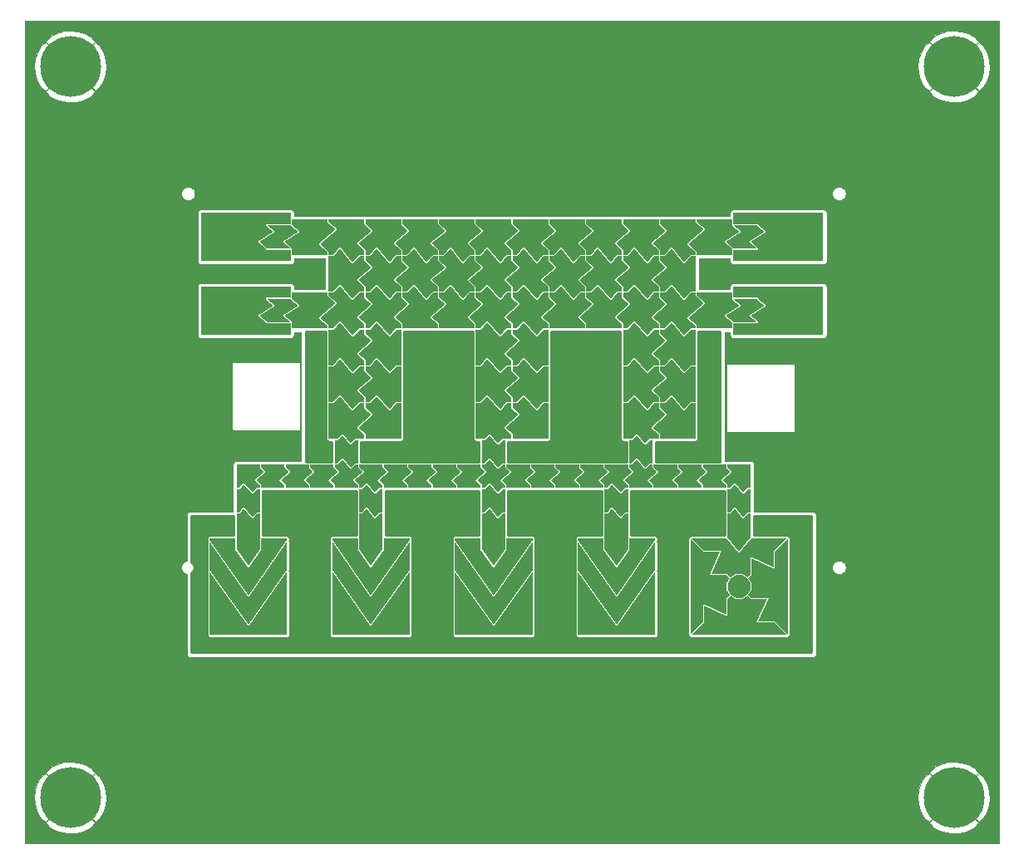
<source format=gbr>
G04 #@! TF.GenerationSoftware,KiCad,Pcbnew,5.1.9-73d0e3b20d~88~ubuntu20.04.1*
G04 #@! TF.CreationDate,2021-03-12T10:58:17-08:00*
G04 #@! TF.ProjectId,PD_ElectrodeBoard_v6,50445f45-6c65-4637-9472-6f6465426f61,4.1*
G04 #@! TF.SameCoordinates,Original*
G04 #@! TF.FileFunction,Copper,L1,Top*
G04 #@! TF.FilePolarity,Positive*
%FSLAX46Y46*%
G04 Gerber Fmt 4.6, Leading zero omitted, Abs format (unit mm)*
G04 Created by KiCad (PCBNEW 5.1.9-73d0e3b20d~88~ubuntu20.04.1) date 2021-03-12 10:58:17*
%MOMM*%
%LPD*%
G01*
G04 APERTURE LIST*
G04 #@! TA.AperFunction,SMDPad,CuDef*
%ADD10C,0.100000*%
G04 #@! TD*
G04 #@! TA.AperFunction,ComponentPad*
%ADD11C,6.200000*%
G04 #@! TD*
G04 #@! TA.AperFunction,ViaPad*
%ADD12C,0.457200*%
G04 #@! TD*
G04 #@! TA.AperFunction,Conductor*
%ADD13C,0.100000*%
G04 #@! TD*
G04 #@! TA.AperFunction,Conductor*
%ADD14C,0.254000*%
G04 #@! TD*
G04 APERTURE END LIST*
G04 #@! TA.AperFunction,SMDPad,CuDef*
G36*
G01*
X203820000Y-112460000D02*
X203820000Y-111960000D01*
G75*
G02*
X204070000Y-111710000I250000J0D01*
G01*
X204570000Y-111710000D01*
G75*
G02*
X204820000Y-111960000I0J-250000D01*
G01*
X204820000Y-112460000D01*
G75*
G02*
X204570000Y-112710000I-250000J0D01*
G01*
X204070000Y-112710000D01*
G75*
G02*
X203820000Y-112460000I0J250000D01*
G01*
G37*
G04 #@! TD.AperFunction*
G04 #@! TA.AperFunction,SMDPad,CuDef*
D10*
G36*
X223433797Y-106847544D02*
G01*
X223433806Y-106847547D01*
X223433812Y-106847550D01*
X223968645Y-107156336D01*
X223968653Y-107156341D01*
X223968660Y-107156349D01*
X223968663Y-107156354D01*
X224277450Y-107691188D01*
X224277454Y-107691197D01*
X224277457Y-107691206D01*
X224277457Y-108308786D01*
X224277456Y-108308796D01*
X224277453Y-108308805D01*
X224277450Y-108308811D01*
X223968663Y-108843645D01*
X223968658Y-108843653D01*
X223968650Y-108843660D01*
X223968645Y-108843663D01*
X223433812Y-109152450D01*
X223433803Y-109152454D01*
X223433794Y-109152457D01*
X222816213Y-109152457D01*
X222816203Y-109152456D01*
X222816194Y-109152453D01*
X222816188Y-109152450D01*
X222281355Y-108843663D01*
X222281347Y-108843658D01*
X222281340Y-108843650D01*
X222281337Y-108843645D01*
X221972550Y-108308811D01*
X221972546Y-108308802D01*
X221972543Y-108308793D01*
X221972543Y-107691213D01*
X221972544Y-107691203D01*
X221972547Y-107691194D01*
X221972550Y-107691188D01*
X222281337Y-107156354D01*
X222281342Y-107156346D01*
X222281350Y-107156339D01*
X222281355Y-107156336D01*
X222816188Y-106847550D01*
X222816197Y-106847546D01*
X222816206Y-106847543D01*
X223433787Y-106847543D01*
X223433797Y-106847544D01*
G37*
G04 #@! TD.AperFunction*
G04 #@! TA.AperFunction,SMDPad,CuDef*
G36*
X218180010Y-103132733D02*
G01*
X218180019Y-103132736D01*
X218180028Y-103132740D01*
X219516452Y-104469164D01*
X221151570Y-104469164D01*
X221151580Y-104469165D01*
X221151589Y-104469168D01*
X221151598Y-104469172D01*
X221151612Y-104469186D01*
X221151616Y-104469195D01*
X221151619Y-104469204D01*
X221151620Y-104469214D01*
X221151619Y-104469224D01*
X221151616Y-104469234D01*
X220105884Y-106817513D01*
X221864781Y-106817513D01*
X221864791Y-106817514D01*
X221864800Y-106817517D01*
X221864809Y-106817521D01*
X222172426Y-107125138D01*
X222172430Y-107125147D01*
X222172433Y-107125156D01*
X222172434Y-107125166D01*
X222172433Y-107125176D01*
X222172430Y-107125185D01*
X222172427Y-107125191D01*
X221862643Y-107661752D01*
X221862643Y-108338248D01*
X222172427Y-108874809D01*
X222172431Y-108874818D01*
X222172434Y-108874827D01*
X222172434Y-108874837D01*
X222172432Y-108874847D01*
X222172429Y-108874856D01*
X222172424Y-108874864D01*
X221832613Y-109214675D01*
X221832613Y-110849793D01*
X221832612Y-110849803D01*
X221832609Y-110849812D01*
X221832605Y-110849821D01*
X221832591Y-110849835D01*
X221832582Y-110849839D01*
X221832573Y-110849842D01*
X221832563Y-110849843D01*
X221832553Y-110849842D01*
X221832543Y-110849839D01*
X219484264Y-109804107D01*
X219484264Y-111563004D01*
X219484263Y-111563014D01*
X219484260Y-111563023D01*
X219484256Y-111563032D01*
X218180028Y-112867260D01*
X218180019Y-112867264D01*
X218180010Y-112867267D01*
X218180000Y-112867268D01*
X218179990Y-112867267D01*
X218179981Y-112867264D01*
X218179972Y-112867260D01*
X218179958Y-112867246D01*
X218179954Y-112867237D01*
X218179951Y-112867228D01*
X218179950Y-112867218D01*
X218179950Y-103132782D01*
X218179951Y-103132772D01*
X218179954Y-103132763D01*
X218179958Y-103132754D01*
X218179972Y-103132740D01*
X218179981Y-103132736D01*
X218179990Y-103132733D01*
X218180000Y-103132732D01*
X218180010Y-103132733D01*
G37*
G04 #@! TD.AperFunction*
G04 #@! TA.AperFunction,SMDPad,CuDef*
G36*
X223999847Y-108952568D02*
G01*
X223999856Y-108952571D01*
X223999864Y-108952576D01*
X224339675Y-109292387D01*
X225974794Y-109292387D01*
X225974804Y-109292388D01*
X225974813Y-109292391D01*
X225974822Y-109292395D01*
X225974836Y-109292409D01*
X225974840Y-109292418D01*
X225974843Y-109292427D01*
X225974844Y-109292437D01*
X225974843Y-109292447D01*
X225974840Y-109292457D01*
X224929108Y-111640736D01*
X226688004Y-111640736D01*
X226688014Y-111640737D01*
X226688023Y-111640740D01*
X226688032Y-111640744D01*
X227992260Y-112944972D01*
X227992264Y-112944981D01*
X227992267Y-112944990D01*
X227992268Y-112945000D01*
X227992267Y-112945010D01*
X227992264Y-112945019D01*
X227992260Y-112945028D01*
X227992246Y-112945042D01*
X227992237Y-112945046D01*
X227992228Y-112945049D01*
X227992218Y-112945050D01*
X218257782Y-112945050D01*
X218257772Y-112945049D01*
X218257763Y-112945046D01*
X218257754Y-112945042D01*
X218257740Y-112945028D01*
X218257736Y-112945019D01*
X218257733Y-112945010D01*
X218257732Y-112945000D01*
X218257733Y-112944990D01*
X218257736Y-112944981D01*
X218257740Y-112944972D01*
X219594164Y-111608548D01*
X219594164Y-109973430D01*
X219594165Y-109973420D01*
X219594168Y-109973411D01*
X219594172Y-109973402D01*
X219594186Y-109973388D01*
X219594195Y-109973384D01*
X219594204Y-109973381D01*
X219594214Y-109973380D01*
X219594224Y-109973381D01*
X219594234Y-109973384D01*
X221942513Y-111019116D01*
X221942513Y-109260219D01*
X221942514Y-109260209D01*
X221942517Y-109260200D01*
X221942521Y-109260191D01*
X222250138Y-108952574D01*
X222250147Y-108952570D01*
X222250156Y-108952567D01*
X222250166Y-108952566D01*
X222250176Y-108952567D01*
X222250185Y-108952570D01*
X222250191Y-108952573D01*
X222786752Y-109262357D01*
X223463248Y-109262357D01*
X223999809Y-108952573D01*
X223999818Y-108952569D01*
X223999827Y-108952566D01*
X223999837Y-108952566D01*
X223999847Y-108952568D01*
G37*
G04 #@! TD.AperFunction*
G04 #@! TA.AperFunction,SMDPad,CuDef*
G36*
X228070010Y-103132733D02*
G01*
X228070019Y-103132736D01*
X228070028Y-103132740D01*
X228070042Y-103132754D01*
X228070046Y-103132763D01*
X228070049Y-103132772D01*
X228070050Y-103132782D01*
X228070050Y-112867218D01*
X228070049Y-112867228D01*
X228070046Y-112867237D01*
X228070042Y-112867246D01*
X228070028Y-112867260D01*
X228070019Y-112867264D01*
X228070010Y-112867267D01*
X228070000Y-112867268D01*
X228069990Y-112867267D01*
X228069981Y-112867264D01*
X228069972Y-112867260D01*
X228069965Y-112867253D01*
X226733547Y-111530836D01*
X225098429Y-111530836D01*
X225098419Y-111530835D01*
X225098410Y-111530832D01*
X225098401Y-111530828D01*
X225098387Y-111530814D01*
X225098383Y-111530805D01*
X225098380Y-111530796D01*
X225098379Y-111530786D01*
X225098380Y-111530776D01*
X225098383Y-111530766D01*
X226144115Y-109182487D01*
X224385218Y-109182487D01*
X224385208Y-109182486D01*
X224385199Y-109182483D01*
X224385190Y-109182479D01*
X224077573Y-108874862D01*
X224077569Y-108874853D01*
X224077566Y-108874844D01*
X224077565Y-108874834D01*
X224077566Y-108874824D01*
X224077569Y-108874815D01*
X224077572Y-108874809D01*
X224387357Y-108338248D01*
X224387357Y-107661752D01*
X224077572Y-107125191D01*
X224077568Y-107125182D01*
X224077565Y-107125173D01*
X224077565Y-107125163D01*
X224077567Y-107125153D01*
X224077570Y-107125144D01*
X224077575Y-107125136D01*
X224077580Y-107125131D01*
X224417387Y-106785325D01*
X224417387Y-105150207D01*
X224417388Y-105150197D01*
X224417391Y-105150188D01*
X224417395Y-105150179D01*
X224417409Y-105150165D01*
X224417418Y-105150161D01*
X224417427Y-105150158D01*
X224417437Y-105150157D01*
X224417447Y-105150158D01*
X224417457Y-105150161D01*
X226765736Y-106195893D01*
X226765736Y-104436996D01*
X226765737Y-104436986D01*
X226765740Y-104436977D01*
X226765744Y-104436968D01*
X228069972Y-103132740D01*
X228069981Y-103132736D01*
X228069990Y-103132733D01*
X228070000Y-103132732D01*
X228070010Y-103132733D01*
G37*
G04 #@! TD.AperFunction*
G04 #@! TA.AperFunction,SMDPad,CuDef*
G36*
X221849250Y-103054951D02*
G01*
X221849259Y-103054954D01*
X221849268Y-103054958D01*
X221849278Y-103054968D01*
X223125000Y-104585835D01*
X224400723Y-103054968D01*
X224400730Y-103054961D01*
X224400738Y-103054956D01*
X224400747Y-103054952D01*
X224400761Y-103054950D01*
X227992218Y-103054950D01*
X227992228Y-103054951D01*
X227992237Y-103054954D01*
X227992246Y-103054958D01*
X227992260Y-103054972D01*
X227992264Y-103054981D01*
X227992267Y-103054990D01*
X227992268Y-103055000D01*
X227992267Y-103055010D01*
X227992264Y-103055019D01*
X227992260Y-103055028D01*
X226655836Y-104391452D01*
X226655836Y-106026570D01*
X226655835Y-106026580D01*
X226655832Y-106026589D01*
X226655828Y-106026598D01*
X226655814Y-106026612D01*
X226655805Y-106026616D01*
X226655796Y-106026619D01*
X226655786Y-106026620D01*
X226655776Y-106026619D01*
X226655766Y-106026616D01*
X224307487Y-104980884D01*
X224307487Y-106739781D01*
X224307486Y-106739791D01*
X224307483Y-106739800D01*
X224307479Y-106739809D01*
X223999862Y-107047426D01*
X223999853Y-107047430D01*
X223999844Y-107047433D01*
X223999834Y-107047434D01*
X223999824Y-107047433D01*
X223999815Y-107047430D01*
X223999809Y-107047427D01*
X223463248Y-106737643D01*
X222786752Y-106737643D01*
X222250191Y-107047427D01*
X222250182Y-107047431D01*
X222250173Y-107047434D01*
X222250163Y-107047434D01*
X222250153Y-107047432D01*
X222250144Y-107047429D01*
X222250136Y-107047424D01*
X221910325Y-106707613D01*
X220275207Y-106707613D01*
X220275197Y-106707612D01*
X220275188Y-106707609D01*
X220275179Y-106707605D01*
X220275165Y-106707591D01*
X220275161Y-106707582D01*
X220275158Y-106707573D01*
X220275157Y-106707563D01*
X220275158Y-106707553D01*
X220275161Y-106707543D01*
X221320893Y-104359264D01*
X219561996Y-104359264D01*
X219561986Y-104359263D01*
X219561977Y-104359260D01*
X219561968Y-104359256D01*
X218257740Y-103055028D01*
X218257736Y-103055019D01*
X218257733Y-103055010D01*
X218257732Y-103055000D01*
X218257733Y-103054990D01*
X218257736Y-103054981D01*
X218257740Y-103054972D01*
X218257754Y-103054958D01*
X218257763Y-103054954D01*
X218257772Y-103054951D01*
X218257782Y-103054950D01*
X221849240Y-103054950D01*
X221849250Y-103054951D01*
G37*
G04 #@! TD.AperFunction*
G04 #@! TA.AperFunction,SMDPad,CuDef*
G36*
X222687516Y-100073428D02*
G01*
X222687524Y-100073432D01*
X222687533Y-100073438D01*
X222687538Y-100073443D01*
X223562500Y-101095603D01*
X224025281Y-100554967D01*
X224025288Y-100554961D01*
X224025296Y-100554955D01*
X224025305Y-100554952D01*
X224025319Y-100554950D01*
X224320000Y-100554950D01*
X224320010Y-100554951D01*
X224320019Y-100554954D01*
X224320028Y-100554958D01*
X224320042Y-100554972D01*
X224320046Y-100554981D01*
X224320049Y-100554990D01*
X224320050Y-100555000D01*
X224320050Y-102980087D01*
X224320049Y-102980097D01*
X224320046Y-102980106D01*
X224320042Y-102980115D01*
X224320038Y-102980119D01*
X223125038Y-104414119D01*
X223125031Y-104414126D01*
X223125023Y-104414131D01*
X223125014Y-104414135D01*
X223125005Y-104414137D01*
X223124995Y-104414137D01*
X223124985Y-104414135D01*
X223124976Y-104414131D01*
X223124968Y-104414125D01*
X223124962Y-104414119D01*
X221929962Y-102980119D01*
X221929956Y-102980111D01*
X221929952Y-102980102D01*
X221929950Y-102980092D01*
X221929950Y-100555000D01*
X221929951Y-100554990D01*
X221929954Y-100554981D01*
X221929958Y-100554972D01*
X221929972Y-100554958D01*
X221929981Y-100554954D01*
X221929990Y-100554951D01*
X221930000Y-100554950D01*
X222275296Y-100554950D01*
X222687462Y-100073443D01*
X222687469Y-100073437D01*
X222687477Y-100073431D01*
X222687486Y-100073428D01*
X222687496Y-100073426D01*
X222687506Y-100073426D01*
X222687516Y-100073428D01*
G37*
G04 #@! TD.AperFunction*
G04 #@! TA.AperFunction,SMDPad,CuDef*
G36*
X210187516Y-100073427D02*
G01*
X210187524Y-100073431D01*
X210187533Y-100073437D01*
X210187538Y-100073442D01*
X211062500Y-101095603D01*
X211525281Y-100554967D01*
X211525288Y-100554961D01*
X211525296Y-100554955D01*
X211525305Y-100554952D01*
X211525319Y-100554950D01*
X211820000Y-100554950D01*
X211820010Y-100554951D01*
X211820019Y-100554954D01*
X211820028Y-100554958D01*
X211820042Y-100554972D01*
X211820046Y-100554981D01*
X211820049Y-100554990D01*
X211820050Y-100555000D01*
X211820050Y-104197473D01*
X211820049Y-104197483D01*
X211820046Y-104197492D01*
X211820041Y-104197502D01*
X210625041Y-105904139D01*
X210625035Y-105904146D01*
X210625027Y-105904152D01*
X210625018Y-105904157D01*
X210625009Y-105904159D01*
X210624999Y-105904160D01*
X210624989Y-105904159D01*
X210624980Y-105904156D01*
X210624971Y-105904151D01*
X210624964Y-105904145D01*
X210624959Y-105904139D01*
X209429959Y-104197502D01*
X209429954Y-104197493D01*
X209429951Y-104197484D01*
X209429950Y-104197473D01*
X209429950Y-100555000D01*
X209429951Y-100554990D01*
X209429954Y-100554981D01*
X209429958Y-100554972D01*
X209429972Y-100554958D01*
X209429981Y-100554954D01*
X209429990Y-100554951D01*
X209430000Y-100554950D01*
X209775296Y-100554950D01*
X210187462Y-100073442D01*
X210187469Y-100073436D01*
X210187477Y-100073430D01*
X210187486Y-100073427D01*
X210187496Y-100073425D01*
X210187506Y-100073425D01*
X210187516Y-100073427D01*
G37*
G04 #@! TD.AperFunction*
G04 #@! TA.AperFunction,SMDPad,CuDef*
G36*
X209320010Y-103054951D02*
G01*
X209320019Y-103054954D01*
X209320028Y-103054958D01*
X209320042Y-103054972D01*
X209320046Y-103054981D01*
X209320049Y-103054990D01*
X209320050Y-103055000D01*
X209320050Y-104232140D01*
X210625000Y-106095801D01*
X211929950Y-104232140D01*
X211929950Y-103055000D01*
X211929951Y-103054990D01*
X211929954Y-103054981D01*
X211929958Y-103054972D01*
X211929972Y-103054958D01*
X211929981Y-103054954D01*
X211929990Y-103054951D01*
X211930000Y-103054950D01*
X214570000Y-103054950D01*
X214570010Y-103054951D01*
X214570019Y-103054954D01*
X214570028Y-103054958D01*
X214570042Y-103054972D01*
X214570046Y-103054981D01*
X214570049Y-103054990D01*
X214570050Y-103055000D01*
X214570050Y-103270066D01*
X214570049Y-103270076D01*
X214570046Y-103270085D01*
X214570041Y-103270095D01*
X210625041Y-108904139D01*
X210625035Y-108904146D01*
X210625027Y-108904152D01*
X210625018Y-108904157D01*
X210625009Y-108904159D01*
X210624999Y-108904160D01*
X210624989Y-108904159D01*
X210624980Y-108904156D01*
X210624971Y-108904151D01*
X210624964Y-108904145D01*
X210624959Y-108904139D01*
X206679959Y-103270095D01*
X206679954Y-103270086D01*
X206679951Y-103270077D01*
X206679950Y-103270066D01*
X206679950Y-103055000D01*
X206679951Y-103054990D01*
X206679954Y-103054981D01*
X206679958Y-103054972D01*
X206679972Y-103054958D01*
X206679981Y-103054954D01*
X206679990Y-103054951D01*
X206680000Y-103054950D01*
X209320000Y-103054950D01*
X209320010Y-103054951D01*
G37*
G04 #@! TD.AperFunction*
G04 #@! TA.AperFunction,SMDPad,CuDef*
G36*
X214570011Y-103461797D02*
G01*
X214570020Y-103461800D01*
X214570029Y-103461805D01*
X214570036Y-103461811D01*
X214570042Y-103461819D01*
X214570047Y-103461828D01*
X214570049Y-103461837D01*
X214570050Y-103461846D01*
X214570050Y-106270066D01*
X214570049Y-106270076D01*
X214570046Y-106270085D01*
X214570041Y-106270095D01*
X210625041Y-111904139D01*
X210625035Y-111904146D01*
X210625027Y-111904152D01*
X210625018Y-111904157D01*
X210625009Y-111904159D01*
X210624999Y-111904160D01*
X210624989Y-111904159D01*
X210624980Y-111904156D01*
X210624971Y-111904151D01*
X210624964Y-111904145D01*
X210624959Y-111904139D01*
X206679959Y-106270095D01*
X206679954Y-106270086D01*
X206679951Y-106270077D01*
X206679950Y-106270066D01*
X206679950Y-103461846D01*
X206679951Y-103461836D01*
X206679954Y-103461827D01*
X206679958Y-103461818D01*
X206679972Y-103461804D01*
X206679981Y-103461800D01*
X206679990Y-103461797D01*
X206680000Y-103461796D01*
X206680010Y-103461797D01*
X206680019Y-103461800D01*
X206680028Y-103461804D01*
X206680041Y-103461817D01*
X210625000Y-109095801D01*
X214569959Y-103461817D01*
X214569965Y-103461810D01*
X214569973Y-103461804D01*
X214569982Y-103461799D01*
X214569991Y-103461797D01*
X214570001Y-103461796D01*
X214570011Y-103461797D01*
G37*
G04 #@! TD.AperFunction*
G04 #@! TA.AperFunction,SMDPad,CuDef*
G36*
X214570011Y-106461797D02*
G01*
X214570020Y-106461800D01*
X214570029Y-106461805D01*
X214570036Y-106461811D01*
X214570042Y-106461819D01*
X214570047Y-106461828D01*
X214570049Y-106461837D01*
X214570050Y-106461846D01*
X214570050Y-112945000D01*
X214570049Y-112945010D01*
X214570046Y-112945019D01*
X214570042Y-112945028D01*
X214570028Y-112945042D01*
X214570019Y-112945046D01*
X214570010Y-112945049D01*
X214570000Y-112945050D01*
X206680000Y-112945050D01*
X206679990Y-112945049D01*
X206679981Y-112945046D01*
X206679972Y-112945042D01*
X206679958Y-112945028D01*
X206679954Y-112945019D01*
X206679951Y-112945010D01*
X206679950Y-112945000D01*
X206679950Y-106461846D01*
X206679951Y-106461836D01*
X206679954Y-106461827D01*
X206679958Y-106461818D01*
X206679972Y-106461804D01*
X206679981Y-106461800D01*
X206679990Y-106461797D01*
X206680000Y-106461796D01*
X206680010Y-106461797D01*
X206680019Y-106461800D01*
X206680028Y-106461804D01*
X206680041Y-106461817D01*
X210625000Y-112095802D01*
X214569959Y-106461817D01*
X214569965Y-106461810D01*
X214569973Y-106461804D01*
X214569982Y-106461799D01*
X214569991Y-106461797D01*
X214570001Y-106461796D01*
X214570011Y-106461797D01*
G37*
G04 #@! TD.AperFunction*
G04 #@! TA.AperFunction,SMDPad,CuDef*
G36*
X194320010Y-95554951D02*
G01*
X194320019Y-95554954D01*
X194320028Y-95554958D01*
X194320042Y-95554972D01*
X194320046Y-95554981D01*
X194320049Y-95554990D01*
X194320050Y-95555000D01*
X194320050Y-95900296D01*
X194801557Y-96312462D01*
X194801563Y-96312469D01*
X194801569Y-96312477D01*
X194801572Y-96312486D01*
X194801574Y-96312496D01*
X194801574Y-96312506D01*
X194801572Y-96312516D01*
X194801568Y-96312524D01*
X194801562Y-96312533D01*
X194801557Y-96312538D01*
X193779397Y-97187500D01*
X194320033Y-97650281D01*
X194320039Y-97650288D01*
X194320045Y-97650296D01*
X194320048Y-97650305D01*
X194320050Y-97650319D01*
X194320050Y-97945000D01*
X194320049Y-97945010D01*
X194320046Y-97945019D01*
X194320042Y-97945028D01*
X194320028Y-97945042D01*
X194320019Y-97945046D01*
X194320010Y-97945049D01*
X194320000Y-97945050D01*
X191930000Y-97945050D01*
X191929990Y-97945049D01*
X191929981Y-97945046D01*
X191929972Y-97945042D01*
X191929958Y-97945028D01*
X191929954Y-97945019D01*
X191929951Y-97945010D01*
X191929950Y-97945000D01*
X191929950Y-97599704D01*
X191448443Y-97187538D01*
X191448437Y-97187531D01*
X191448431Y-97187523D01*
X191448428Y-97187514D01*
X191448426Y-97187504D01*
X191448426Y-97187494D01*
X191448428Y-97187484D01*
X191448432Y-97187476D01*
X191448438Y-97187467D01*
X191448443Y-97187462D01*
X192470603Y-96312500D01*
X191929967Y-95849719D01*
X191929961Y-95849712D01*
X191929955Y-95849704D01*
X191929952Y-95849695D01*
X191929950Y-95849681D01*
X191929950Y-95555000D01*
X191929951Y-95554990D01*
X191929954Y-95554981D01*
X191929958Y-95554972D01*
X191929972Y-95554958D01*
X191929981Y-95554954D01*
X191929990Y-95554951D01*
X191930000Y-95554950D01*
X194320000Y-95554950D01*
X194320010Y-95554951D01*
G37*
G04 #@! TD.AperFunction*
G04 #@! TA.AperFunction,SMDPad,CuDef*
G36*
X197687516Y-100073427D02*
G01*
X197687524Y-100073431D01*
X197687533Y-100073437D01*
X197687538Y-100073442D01*
X198562500Y-101095603D01*
X199025281Y-100554967D01*
X199025288Y-100554961D01*
X199025296Y-100554955D01*
X199025305Y-100554952D01*
X199025319Y-100554950D01*
X199320000Y-100554950D01*
X199320010Y-100554951D01*
X199320019Y-100554954D01*
X199320028Y-100554958D01*
X199320042Y-100554972D01*
X199320046Y-100554981D01*
X199320049Y-100554990D01*
X199320050Y-100555000D01*
X199320050Y-104197473D01*
X199320049Y-104197483D01*
X199320046Y-104197492D01*
X199320041Y-104197502D01*
X198125041Y-105904139D01*
X198125035Y-105904146D01*
X198125027Y-105904152D01*
X198125018Y-105904157D01*
X198125009Y-105904159D01*
X198124999Y-105904160D01*
X198124989Y-105904159D01*
X198124980Y-105904156D01*
X198124971Y-105904151D01*
X198124964Y-105904145D01*
X198124959Y-105904139D01*
X196929959Y-104197502D01*
X196929954Y-104197493D01*
X196929951Y-104197484D01*
X196929950Y-104197473D01*
X196929950Y-100555000D01*
X196929951Y-100554990D01*
X196929954Y-100554981D01*
X196929958Y-100554972D01*
X196929972Y-100554958D01*
X196929981Y-100554954D01*
X196929990Y-100554951D01*
X196930000Y-100554950D01*
X197275296Y-100554950D01*
X197687462Y-100073442D01*
X197687469Y-100073436D01*
X197687477Y-100073430D01*
X197687486Y-100073427D01*
X197687496Y-100073425D01*
X197687506Y-100073425D01*
X197687516Y-100073427D01*
G37*
G04 #@! TD.AperFunction*
G04 #@! TA.AperFunction,SMDPad,CuDef*
G36*
X196820010Y-103054951D02*
G01*
X196820019Y-103054954D01*
X196820028Y-103054958D01*
X196820042Y-103054972D01*
X196820046Y-103054981D01*
X196820049Y-103054990D01*
X196820050Y-103055000D01*
X196820050Y-104232140D01*
X198125000Y-106095801D01*
X199429950Y-104232140D01*
X199429950Y-103055000D01*
X199429951Y-103054990D01*
X199429954Y-103054981D01*
X199429958Y-103054972D01*
X199429972Y-103054958D01*
X199429981Y-103054954D01*
X199429990Y-103054951D01*
X199430000Y-103054950D01*
X202070000Y-103054950D01*
X202070010Y-103054951D01*
X202070019Y-103054954D01*
X202070028Y-103054958D01*
X202070042Y-103054972D01*
X202070046Y-103054981D01*
X202070049Y-103054990D01*
X202070050Y-103055000D01*
X202070050Y-103270066D01*
X202070049Y-103270076D01*
X202070046Y-103270085D01*
X202070041Y-103270095D01*
X198125041Y-108904139D01*
X198125035Y-108904146D01*
X198125027Y-108904152D01*
X198125018Y-108904157D01*
X198125009Y-108904159D01*
X198124999Y-108904160D01*
X198124989Y-108904159D01*
X198124980Y-108904156D01*
X198124971Y-108904151D01*
X198124964Y-108904145D01*
X198124959Y-108904139D01*
X194179959Y-103270095D01*
X194179954Y-103270086D01*
X194179951Y-103270077D01*
X194179950Y-103270066D01*
X194179950Y-103055000D01*
X194179951Y-103054990D01*
X194179954Y-103054981D01*
X194179958Y-103054972D01*
X194179972Y-103054958D01*
X194179981Y-103054954D01*
X194179990Y-103054951D01*
X194180000Y-103054950D01*
X196820000Y-103054950D01*
X196820010Y-103054951D01*
G37*
G04 #@! TD.AperFunction*
G04 #@! TA.AperFunction,SMDPad,CuDef*
G36*
X202070011Y-103461797D02*
G01*
X202070020Y-103461800D01*
X202070029Y-103461805D01*
X202070036Y-103461811D01*
X202070042Y-103461819D01*
X202070047Y-103461828D01*
X202070049Y-103461837D01*
X202070050Y-103461846D01*
X202070050Y-106270066D01*
X202070049Y-106270076D01*
X202070046Y-106270085D01*
X202070041Y-106270095D01*
X198125041Y-111904139D01*
X198125035Y-111904146D01*
X198125027Y-111904152D01*
X198125018Y-111904157D01*
X198125009Y-111904159D01*
X198124999Y-111904160D01*
X198124989Y-111904159D01*
X198124980Y-111904156D01*
X198124971Y-111904151D01*
X198124964Y-111904145D01*
X198124959Y-111904139D01*
X194179959Y-106270095D01*
X194179954Y-106270086D01*
X194179951Y-106270077D01*
X194179950Y-106270066D01*
X194179950Y-103461846D01*
X194179951Y-103461836D01*
X194179954Y-103461827D01*
X194179958Y-103461818D01*
X194179972Y-103461804D01*
X194179981Y-103461800D01*
X194179990Y-103461797D01*
X194180000Y-103461796D01*
X194180010Y-103461797D01*
X194180019Y-103461800D01*
X194180028Y-103461804D01*
X194180041Y-103461817D01*
X198125000Y-109095801D01*
X202069959Y-103461817D01*
X202069965Y-103461810D01*
X202069973Y-103461804D01*
X202069982Y-103461799D01*
X202069991Y-103461797D01*
X202070001Y-103461796D01*
X202070011Y-103461797D01*
G37*
G04 #@! TD.AperFunction*
G04 #@! TA.AperFunction,SMDPad,CuDef*
G36*
X202070011Y-106461797D02*
G01*
X202070020Y-106461800D01*
X202070029Y-106461805D01*
X202070036Y-106461811D01*
X202070042Y-106461819D01*
X202070047Y-106461828D01*
X202070049Y-106461837D01*
X202070050Y-106461846D01*
X202070050Y-112945000D01*
X202070049Y-112945010D01*
X202070046Y-112945019D01*
X202070042Y-112945028D01*
X202070028Y-112945042D01*
X202070019Y-112945046D01*
X202070010Y-112945049D01*
X202070000Y-112945050D01*
X194180000Y-112945050D01*
X194179990Y-112945049D01*
X194179981Y-112945046D01*
X194179972Y-112945042D01*
X194179958Y-112945028D01*
X194179954Y-112945019D01*
X194179951Y-112945010D01*
X194179950Y-112945000D01*
X194179950Y-106461846D01*
X194179951Y-106461836D01*
X194179954Y-106461827D01*
X194179958Y-106461818D01*
X194179972Y-106461804D01*
X194179981Y-106461800D01*
X194179990Y-106461797D01*
X194180000Y-106461796D01*
X194180010Y-106461797D01*
X194180019Y-106461800D01*
X194180028Y-106461804D01*
X194180041Y-106461817D01*
X198125000Y-112095802D01*
X202069959Y-106461817D01*
X202069965Y-106461810D01*
X202069973Y-106461804D01*
X202069982Y-106461799D01*
X202069991Y-106461797D01*
X202070001Y-106461796D01*
X202070011Y-106461797D01*
G37*
G04 #@! TD.AperFunction*
G04 #@! TA.AperFunction,SMDPad,CuDef*
G36*
X185187516Y-100073427D02*
G01*
X185187524Y-100073431D01*
X185187533Y-100073437D01*
X185187538Y-100073442D01*
X186062500Y-101095603D01*
X186525281Y-100554967D01*
X186525288Y-100554961D01*
X186525296Y-100554955D01*
X186525305Y-100554952D01*
X186525319Y-100554950D01*
X186820000Y-100554950D01*
X186820010Y-100554951D01*
X186820019Y-100554954D01*
X186820028Y-100554958D01*
X186820042Y-100554972D01*
X186820046Y-100554981D01*
X186820049Y-100554990D01*
X186820050Y-100555000D01*
X186820050Y-104197473D01*
X186820049Y-104197483D01*
X186820046Y-104197492D01*
X186820041Y-104197502D01*
X185625041Y-105904139D01*
X185625035Y-105904146D01*
X185625027Y-105904152D01*
X185625018Y-105904157D01*
X185625009Y-105904159D01*
X185624999Y-105904160D01*
X185624989Y-105904159D01*
X185624980Y-105904156D01*
X185624971Y-105904151D01*
X185624964Y-105904145D01*
X185624959Y-105904139D01*
X184429959Y-104197502D01*
X184429954Y-104197493D01*
X184429951Y-104197484D01*
X184429950Y-104197473D01*
X184429950Y-100555000D01*
X184429951Y-100554990D01*
X184429954Y-100554981D01*
X184429958Y-100554972D01*
X184429972Y-100554958D01*
X184429981Y-100554954D01*
X184429990Y-100554951D01*
X184430000Y-100554950D01*
X184775296Y-100554950D01*
X185187462Y-100073442D01*
X185187469Y-100073436D01*
X185187477Y-100073430D01*
X185187486Y-100073427D01*
X185187496Y-100073425D01*
X185187506Y-100073425D01*
X185187516Y-100073427D01*
G37*
G04 #@! TD.AperFunction*
G04 #@! TA.AperFunction,SMDPad,CuDef*
G36*
X184320010Y-103054951D02*
G01*
X184320019Y-103054954D01*
X184320028Y-103054958D01*
X184320042Y-103054972D01*
X184320046Y-103054981D01*
X184320049Y-103054990D01*
X184320050Y-103055000D01*
X184320050Y-104232140D01*
X185625000Y-106095801D01*
X186929950Y-104232140D01*
X186929950Y-103055000D01*
X186929951Y-103054990D01*
X186929954Y-103054981D01*
X186929958Y-103054972D01*
X186929972Y-103054958D01*
X186929981Y-103054954D01*
X186929990Y-103054951D01*
X186930000Y-103054950D01*
X189570000Y-103054950D01*
X189570010Y-103054951D01*
X189570019Y-103054954D01*
X189570028Y-103054958D01*
X189570042Y-103054972D01*
X189570046Y-103054981D01*
X189570049Y-103054990D01*
X189570050Y-103055000D01*
X189570050Y-103270066D01*
X189570049Y-103270076D01*
X189570046Y-103270085D01*
X189570041Y-103270095D01*
X185625041Y-108904139D01*
X185625035Y-108904146D01*
X185625027Y-108904152D01*
X185625018Y-108904157D01*
X185625009Y-108904159D01*
X185624999Y-108904160D01*
X185624989Y-108904159D01*
X185624980Y-108904156D01*
X185624971Y-108904151D01*
X185624964Y-108904145D01*
X185624959Y-108904139D01*
X181679959Y-103270095D01*
X181679954Y-103270086D01*
X181679951Y-103270077D01*
X181679950Y-103270066D01*
X181679950Y-103055000D01*
X181679951Y-103054990D01*
X181679954Y-103054981D01*
X181679958Y-103054972D01*
X181679972Y-103054958D01*
X181679981Y-103054954D01*
X181679990Y-103054951D01*
X181680000Y-103054950D01*
X184320000Y-103054950D01*
X184320010Y-103054951D01*
G37*
G04 #@! TD.AperFunction*
G04 #@! TA.AperFunction,SMDPad,CuDef*
G36*
X189570011Y-103461797D02*
G01*
X189570020Y-103461800D01*
X189570029Y-103461805D01*
X189570036Y-103461811D01*
X189570042Y-103461819D01*
X189570047Y-103461828D01*
X189570049Y-103461837D01*
X189570050Y-103461846D01*
X189570050Y-106270066D01*
X189570049Y-106270076D01*
X189570046Y-106270085D01*
X189570041Y-106270095D01*
X185625041Y-111904139D01*
X185625035Y-111904146D01*
X185625027Y-111904152D01*
X185625018Y-111904157D01*
X185625009Y-111904159D01*
X185624999Y-111904160D01*
X185624989Y-111904159D01*
X185624980Y-111904156D01*
X185624971Y-111904151D01*
X185624964Y-111904145D01*
X185624959Y-111904139D01*
X181679959Y-106270095D01*
X181679954Y-106270086D01*
X181679951Y-106270077D01*
X181679950Y-106270066D01*
X181679950Y-103461846D01*
X181679951Y-103461836D01*
X181679954Y-103461827D01*
X181679958Y-103461818D01*
X181679972Y-103461804D01*
X181679981Y-103461800D01*
X181679990Y-103461797D01*
X181680000Y-103461796D01*
X181680010Y-103461797D01*
X181680019Y-103461800D01*
X181680028Y-103461804D01*
X181680041Y-103461817D01*
X185625000Y-109095801D01*
X189569959Y-103461817D01*
X189569965Y-103461810D01*
X189569973Y-103461804D01*
X189569982Y-103461799D01*
X189569991Y-103461797D01*
X189570001Y-103461796D01*
X189570011Y-103461797D01*
G37*
G04 #@! TD.AperFunction*
G04 #@! TA.AperFunction,SMDPad,CuDef*
G36*
X189570011Y-106461797D02*
G01*
X189570020Y-106461800D01*
X189570029Y-106461805D01*
X189570036Y-106461811D01*
X189570042Y-106461819D01*
X189570047Y-106461828D01*
X189570049Y-106461837D01*
X189570050Y-106461846D01*
X189570050Y-112945000D01*
X189570049Y-112945010D01*
X189570046Y-112945019D01*
X189570042Y-112945028D01*
X189570028Y-112945042D01*
X189570019Y-112945046D01*
X189570010Y-112945049D01*
X189570000Y-112945050D01*
X181680000Y-112945050D01*
X181679990Y-112945049D01*
X181679981Y-112945046D01*
X181679972Y-112945042D01*
X181679958Y-112945028D01*
X181679954Y-112945019D01*
X181679951Y-112945010D01*
X181679950Y-112945000D01*
X181679950Y-106461846D01*
X181679951Y-106461836D01*
X181679954Y-106461827D01*
X181679958Y-106461818D01*
X181679972Y-106461804D01*
X181679981Y-106461800D01*
X181679990Y-106461797D01*
X181680000Y-106461796D01*
X181680010Y-106461797D01*
X181680019Y-106461800D01*
X181680028Y-106461804D01*
X181680041Y-106461817D01*
X185625000Y-112095802D01*
X189569959Y-106461817D01*
X189569965Y-106461810D01*
X189569973Y-106461804D01*
X189569982Y-106461799D01*
X189569991Y-106461797D01*
X189570001Y-106461796D01*
X189570011Y-106461797D01*
G37*
G04 #@! TD.AperFunction*
G04 #@! TA.AperFunction,SMDPad,CuDef*
G36*
X172687516Y-100073427D02*
G01*
X172687524Y-100073431D01*
X172687533Y-100073437D01*
X172687538Y-100073442D01*
X173562500Y-101095603D01*
X174025281Y-100554967D01*
X174025288Y-100554961D01*
X174025296Y-100554955D01*
X174025305Y-100554952D01*
X174025319Y-100554950D01*
X174320000Y-100554950D01*
X174320010Y-100554951D01*
X174320019Y-100554954D01*
X174320028Y-100554958D01*
X174320042Y-100554972D01*
X174320046Y-100554981D01*
X174320049Y-100554990D01*
X174320050Y-100555000D01*
X174320050Y-104197473D01*
X174320049Y-104197483D01*
X174320046Y-104197492D01*
X174320041Y-104197502D01*
X173125041Y-105904139D01*
X173125035Y-105904146D01*
X173125027Y-105904152D01*
X173125018Y-105904157D01*
X173125009Y-105904159D01*
X173124999Y-105904160D01*
X173124989Y-105904159D01*
X173124980Y-105904156D01*
X173124971Y-105904151D01*
X173124964Y-105904145D01*
X173124959Y-105904139D01*
X171929959Y-104197502D01*
X171929954Y-104197493D01*
X171929951Y-104197484D01*
X171929950Y-104197473D01*
X171929950Y-100555000D01*
X171929951Y-100554990D01*
X171929954Y-100554981D01*
X171929958Y-100554972D01*
X171929972Y-100554958D01*
X171929981Y-100554954D01*
X171929990Y-100554951D01*
X171930000Y-100554950D01*
X172275296Y-100554950D01*
X172687462Y-100073442D01*
X172687469Y-100073436D01*
X172687477Y-100073430D01*
X172687486Y-100073427D01*
X172687496Y-100073425D01*
X172687506Y-100073425D01*
X172687516Y-100073427D01*
G37*
G04 #@! TD.AperFunction*
G04 #@! TA.AperFunction,SMDPad,CuDef*
G36*
X171820010Y-103054951D02*
G01*
X171820019Y-103054954D01*
X171820028Y-103054958D01*
X171820042Y-103054972D01*
X171820046Y-103054981D01*
X171820049Y-103054990D01*
X171820050Y-103055000D01*
X171820050Y-104232140D01*
X173125000Y-106095801D01*
X174429950Y-104232140D01*
X174429950Y-103055000D01*
X174429951Y-103054990D01*
X174429954Y-103054981D01*
X174429958Y-103054972D01*
X174429972Y-103054958D01*
X174429981Y-103054954D01*
X174429990Y-103054951D01*
X174430000Y-103054950D01*
X177070000Y-103054950D01*
X177070010Y-103054951D01*
X177070019Y-103054954D01*
X177070028Y-103054958D01*
X177070042Y-103054972D01*
X177070046Y-103054981D01*
X177070049Y-103054990D01*
X177070050Y-103055000D01*
X177070050Y-103270066D01*
X177070049Y-103270076D01*
X177070046Y-103270085D01*
X177070041Y-103270095D01*
X173125041Y-108904139D01*
X173125035Y-108904146D01*
X173125027Y-108904152D01*
X173125018Y-108904157D01*
X173125009Y-108904159D01*
X173124999Y-108904160D01*
X173124989Y-108904159D01*
X173124980Y-108904156D01*
X173124971Y-108904151D01*
X173124964Y-108904145D01*
X173124959Y-108904139D01*
X169179959Y-103270095D01*
X169179954Y-103270086D01*
X169179951Y-103270077D01*
X169179950Y-103270066D01*
X169179950Y-103055000D01*
X169179951Y-103054990D01*
X169179954Y-103054981D01*
X169179958Y-103054972D01*
X169179972Y-103054958D01*
X169179981Y-103054954D01*
X169179990Y-103054951D01*
X169180000Y-103054950D01*
X171820000Y-103054950D01*
X171820010Y-103054951D01*
G37*
G04 #@! TD.AperFunction*
G04 #@! TA.AperFunction,SMDPad,CuDef*
G36*
X191820010Y-95554951D02*
G01*
X191820019Y-95554954D01*
X191820028Y-95554958D01*
X191820042Y-95554972D01*
X191820046Y-95554981D01*
X191820049Y-95554990D01*
X191820050Y-95555000D01*
X191820050Y-95900296D01*
X192301557Y-96312462D01*
X192301563Y-96312469D01*
X192301569Y-96312477D01*
X192301572Y-96312486D01*
X192301574Y-96312496D01*
X192301574Y-96312506D01*
X192301572Y-96312516D01*
X192301568Y-96312524D01*
X192301562Y-96312533D01*
X192301557Y-96312538D01*
X191279397Y-97187500D01*
X191820033Y-97650281D01*
X191820039Y-97650288D01*
X191820045Y-97650296D01*
X191820048Y-97650305D01*
X191820050Y-97650319D01*
X191820050Y-97945000D01*
X191820049Y-97945010D01*
X191820046Y-97945019D01*
X191820042Y-97945028D01*
X191820028Y-97945042D01*
X191820019Y-97945046D01*
X191820010Y-97945049D01*
X191820000Y-97945050D01*
X189430000Y-97945050D01*
X189429990Y-97945049D01*
X189429981Y-97945046D01*
X189429972Y-97945042D01*
X189429958Y-97945028D01*
X189429954Y-97945019D01*
X189429951Y-97945010D01*
X189429950Y-97945000D01*
X189429950Y-97599704D01*
X188948443Y-97187538D01*
X188948437Y-97187531D01*
X188948431Y-97187523D01*
X188948428Y-97187514D01*
X188948426Y-97187504D01*
X188948426Y-97187494D01*
X188948428Y-97187484D01*
X188948432Y-97187476D01*
X188948438Y-97187467D01*
X188948443Y-97187462D01*
X189970603Y-96312500D01*
X189429967Y-95849719D01*
X189429961Y-95849712D01*
X189429955Y-95849704D01*
X189429952Y-95849695D01*
X189429950Y-95849681D01*
X189429950Y-95555000D01*
X189429951Y-95554990D01*
X189429954Y-95554981D01*
X189429958Y-95554972D01*
X189429972Y-95554958D01*
X189429981Y-95554954D01*
X189429990Y-95554951D01*
X189430000Y-95554950D01*
X191820000Y-95554950D01*
X191820010Y-95554951D01*
G37*
G04 #@! TD.AperFunction*
G04 #@! TA.AperFunction,SMDPad,CuDef*
G36*
X177070011Y-103461797D02*
G01*
X177070020Y-103461800D01*
X177070029Y-103461805D01*
X177070036Y-103461811D01*
X177070042Y-103461819D01*
X177070047Y-103461828D01*
X177070049Y-103461837D01*
X177070050Y-103461846D01*
X177070050Y-106270066D01*
X177070049Y-106270076D01*
X177070046Y-106270085D01*
X177070041Y-106270095D01*
X173125041Y-111904139D01*
X173125035Y-111904146D01*
X173125027Y-111904152D01*
X173125018Y-111904157D01*
X173125009Y-111904159D01*
X173124999Y-111904160D01*
X173124989Y-111904159D01*
X173124980Y-111904156D01*
X173124971Y-111904151D01*
X173124964Y-111904145D01*
X173124959Y-111904139D01*
X169179959Y-106270095D01*
X169179954Y-106270086D01*
X169179951Y-106270077D01*
X169179950Y-106270066D01*
X169179950Y-103461846D01*
X169179951Y-103461836D01*
X169179954Y-103461827D01*
X169179958Y-103461818D01*
X169179972Y-103461804D01*
X169179981Y-103461800D01*
X169179990Y-103461797D01*
X169180000Y-103461796D01*
X169180010Y-103461797D01*
X169180019Y-103461800D01*
X169180028Y-103461804D01*
X169180041Y-103461817D01*
X173125000Y-109095801D01*
X177069959Y-103461817D01*
X177069965Y-103461810D01*
X177069973Y-103461804D01*
X177069982Y-103461799D01*
X177069991Y-103461797D01*
X177070001Y-103461796D01*
X177070011Y-103461797D01*
G37*
G04 #@! TD.AperFunction*
G04 #@! TA.AperFunction,SMDPad,CuDef*
G36*
X177070011Y-106461797D02*
G01*
X177070020Y-106461800D01*
X177070029Y-106461805D01*
X177070036Y-106461811D01*
X177070042Y-106461819D01*
X177070047Y-106461828D01*
X177070049Y-106461837D01*
X177070050Y-106461846D01*
X177070050Y-112945000D01*
X177070049Y-112945010D01*
X177070046Y-112945019D01*
X177070042Y-112945028D01*
X177070028Y-112945042D01*
X177070019Y-112945046D01*
X177070010Y-112945049D01*
X177070000Y-112945050D01*
X169180000Y-112945050D01*
X169179990Y-112945049D01*
X169179981Y-112945046D01*
X169179972Y-112945042D01*
X169179958Y-112945028D01*
X169179954Y-112945019D01*
X169179951Y-112945010D01*
X169179950Y-112945000D01*
X169179950Y-106461846D01*
X169179951Y-106461836D01*
X169179954Y-106461827D01*
X169179958Y-106461818D01*
X169179972Y-106461804D01*
X169179981Y-106461800D01*
X169179990Y-106461797D01*
X169180000Y-106461796D01*
X169180010Y-106461797D01*
X169180019Y-106461800D01*
X169180028Y-106461804D01*
X169180041Y-106461817D01*
X173125000Y-112095802D01*
X177069959Y-106461817D01*
X177069965Y-106461810D01*
X177069973Y-106461804D01*
X177069982Y-106461799D01*
X177069991Y-106461797D01*
X177070001Y-106461796D01*
X177070011Y-106461797D01*
G37*
G04 #@! TD.AperFunction*
G04 #@! TA.AperFunction,SMDPad,CuDef*
G36*
X216218766Y-88567877D02*
G01*
X216218774Y-88567881D01*
X216218783Y-88567887D01*
X216218788Y-88567892D01*
X217531250Y-90101154D01*
X218212781Y-89304967D01*
X218212788Y-89304961D01*
X218212796Y-89304955D01*
X218212805Y-89304952D01*
X218212819Y-89304950D01*
X218695000Y-89304950D01*
X218695010Y-89304951D01*
X218695019Y-89304954D01*
X218695028Y-89304958D01*
X218695042Y-89304972D01*
X218695046Y-89304981D01*
X218695049Y-89304990D01*
X218695050Y-89305000D01*
X218695050Y-92945000D01*
X218695049Y-92945010D01*
X218695046Y-92945019D01*
X218695042Y-92945028D01*
X218695028Y-92945042D01*
X218695019Y-92945046D01*
X218695010Y-92945049D01*
X218695000Y-92945050D01*
X215055000Y-92945050D01*
X215054990Y-92945049D01*
X215054981Y-92945046D01*
X215054972Y-92945042D01*
X215054958Y-92945028D01*
X215054954Y-92945019D01*
X215054951Y-92945010D01*
X215054950Y-92945000D01*
X215054950Y-92412204D01*
X214317892Y-91781288D01*
X214317886Y-91781281D01*
X214317880Y-91781273D01*
X214317877Y-91781264D01*
X214317875Y-91781254D01*
X214317875Y-91781244D01*
X214317877Y-91781234D01*
X214317881Y-91781226D01*
X214317887Y-91781217D01*
X214317892Y-91781212D01*
X215851154Y-90468750D01*
X215054967Y-89787219D01*
X215054961Y-89787212D01*
X215054955Y-89787204D01*
X215054952Y-89787195D01*
X215054950Y-89787181D01*
X215054950Y-89305000D01*
X215054951Y-89304990D01*
X215054954Y-89304981D01*
X215054958Y-89304972D01*
X215054972Y-89304958D01*
X215054981Y-89304954D01*
X215054990Y-89304951D01*
X215055000Y-89304950D01*
X215587796Y-89304950D01*
X216218712Y-88567892D01*
X216218719Y-88567886D01*
X216218727Y-88567880D01*
X216218736Y-88567877D01*
X216218746Y-88567875D01*
X216218756Y-88567875D01*
X216218766Y-88567877D01*
G37*
G04 #@! TD.AperFunction*
G04 #@! TA.AperFunction,SMDPad,CuDef*
G36*
X216218766Y-84817877D02*
G01*
X216218774Y-84817881D01*
X216218783Y-84817887D01*
X216218788Y-84817892D01*
X217531250Y-86351154D01*
X218212781Y-85554967D01*
X218212788Y-85554961D01*
X218212796Y-85554955D01*
X218212805Y-85554952D01*
X218212819Y-85554950D01*
X218695000Y-85554950D01*
X218695010Y-85554951D01*
X218695019Y-85554954D01*
X218695028Y-85554958D01*
X218695042Y-85554972D01*
X218695046Y-85554981D01*
X218695049Y-85554990D01*
X218695050Y-85555000D01*
X218695050Y-89195000D01*
X218695049Y-89195010D01*
X218695046Y-89195019D01*
X218695042Y-89195028D01*
X218695028Y-89195042D01*
X218695019Y-89195046D01*
X218695010Y-89195049D01*
X218695000Y-89195050D01*
X218162204Y-89195050D01*
X217531288Y-89932108D01*
X217531281Y-89932114D01*
X217531273Y-89932120D01*
X217531264Y-89932123D01*
X217531254Y-89932125D01*
X217531244Y-89932125D01*
X217531234Y-89932123D01*
X217531226Y-89932119D01*
X217531217Y-89932113D01*
X217531212Y-89932108D01*
X216218750Y-88398846D01*
X215537219Y-89195033D01*
X215537212Y-89195039D01*
X215537204Y-89195045D01*
X215537195Y-89195048D01*
X215537181Y-89195050D01*
X215055000Y-89195050D01*
X215054990Y-89195049D01*
X215054981Y-89195046D01*
X215054972Y-89195042D01*
X215054958Y-89195028D01*
X215054954Y-89195019D01*
X215054951Y-89195010D01*
X215054950Y-89195000D01*
X215054950Y-88662204D01*
X214317892Y-88031288D01*
X214317886Y-88031281D01*
X214317880Y-88031273D01*
X214317877Y-88031264D01*
X214317875Y-88031254D01*
X214317875Y-88031244D01*
X214317877Y-88031234D01*
X214317881Y-88031226D01*
X214317887Y-88031217D01*
X214317892Y-88031212D01*
X215851154Y-86718750D01*
X215054967Y-86037219D01*
X215054961Y-86037212D01*
X215054955Y-86037204D01*
X215054952Y-86037195D01*
X215054950Y-86037181D01*
X215054950Y-85555000D01*
X215054951Y-85554990D01*
X215054954Y-85554981D01*
X215054958Y-85554972D01*
X215054972Y-85554958D01*
X215054981Y-85554954D01*
X215054990Y-85554951D01*
X215055000Y-85554950D01*
X215587796Y-85554950D01*
X216218712Y-84817892D01*
X216218719Y-84817886D01*
X216218727Y-84817880D01*
X216218736Y-84817877D01*
X216218746Y-84817875D01*
X216218756Y-84817875D01*
X216218766Y-84817877D01*
G37*
G04 #@! TD.AperFunction*
G04 #@! TA.AperFunction,SMDPad,CuDef*
G36*
X216218766Y-81067877D02*
G01*
X216218774Y-81067881D01*
X216218783Y-81067887D01*
X216218788Y-81067892D01*
X217531250Y-82601154D01*
X218212781Y-81804967D01*
X218212788Y-81804961D01*
X218212796Y-81804955D01*
X218212805Y-81804952D01*
X218212819Y-81804950D01*
X218695000Y-81804950D01*
X218695010Y-81804951D01*
X218695019Y-81804954D01*
X218695028Y-81804958D01*
X218695042Y-81804972D01*
X218695046Y-81804981D01*
X218695049Y-81804990D01*
X218695050Y-81805000D01*
X218695050Y-85445000D01*
X218695049Y-85445010D01*
X218695046Y-85445019D01*
X218695042Y-85445028D01*
X218695028Y-85445042D01*
X218695019Y-85445046D01*
X218695010Y-85445049D01*
X218695000Y-85445050D01*
X218162204Y-85445050D01*
X217531288Y-86182108D01*
X217531281Y-86182114D01*
X217531273Y-86182120D01*
X217531264Y-86182123D01*
X217531254Y-86182125D01*
X217531244Y-86182125D01*
X217531234Y-86182123D01*
X217531226Y-86182119D01*
X217531217Y-86182113D01*
X217531212Y-86182108D01*
X216218750Y-84648846D01*
X215537219Y-85445033D01*
X215537212Y-85445039D01*
X215537204Y-85445045D01*
X215537195Y-85445048D01*
X215537181Y-85445050D01*
X215055000Y-85445050D01*
X215054990Y-85445049D01*
X215054981Y-85445046D01*
X215054972Y-85445042D01*
X215054958Y-85445028D01*
X215054954Y-85445019D01*
X215054951Y-85445010D01*
X215054950Y-85445000D01*
X215054950Y-84912204D01*
X214317892Y-84281288D01*
X214317886Y-84281281D01*
X214317880Y-84281273D01*
X214317877Y-84281264D01*
X214317875Y-84281254D01*
X214317875Y-84281244D01*
X214317877Y-84281234D01*
X214317881Y-84281226D01*
X214317887Y-84281217D01*
X214317892Y-84281212D01*
X215851154Y-82968750D01*
X215054967Y-82287219D01*
X215054961Y-82287212D01*
X215054955Y-82287204D01*
X215054952Y-82287195D01*
X215054950Y-82287181D01*
X215054950Y-81805000D01*
X215054951Y-81804990D01*
X215054954Y-81804981D01*
X215054958Y-81804972D01*
X215054972Y-81804958D01*
X215054981Y-81804954D01*
X215054990Y-81804951D01*
X215055000Y-81804950D01*
X215587796Y-81804950D01*
X216218712Y-81067892D01*
X216218719Y-81067886D01*
X216218727Y-81067880D01*
X216218736Y-81067877D01*
X216218746Y-81067875D01*
X216218756Y-81067875D01*
X216218766Y-81067877D01*
G37*
G04 #@! TD.AperFunction*
G04 #@! TA.AperFunction,SMDPad,CuDef*
G36*
X212468766Y-88567877D02*
G01*
X212468774Y-88567881D01*
X212468783Y-88567887D01*
X212468788Y-88567892D01*
X213781250Y-90101154D01*
X214462781Y-89304967D01*
X214462788Y-89304961D01*
X214462796Y-89304955D01*
X214462805Y-89304952D01*
X214462819Y-89304950D01*
X214945000Y-89304950D01*
X214945010Y-89304951D01*
X214945019Y-89304954D01*
X214945028Y-89304958D01*
X214945042Y-89304972D01*
X214945046Y-89304981D01*
X214945049Y-89304990D01*
X214945050Y-89305000D01*
X214945050Y-89837796D01*
X215682108Y-90468712D01*
X215682114Y-90468719D01*
X215682120Y-90468727D01*
X215682123Y-90468736D01*
X215682125Y-90468746D01*
X215682125Y-90468756D01*
X215682123Y-90468766D01*
X215682119Y-90468774D01*
X215682113Y-90468783D01*
X215682108Y-90468788D01*
X214148846Y-91781250D01*
X214945033Y-92462781D01*
X214945039Y-92462788D01*
X214945045Y-92462796D01*
X214945048Y-92462805D01*
X214945050Y-92462819D01*
X214945050Y-92945000D01*
X214945049Y-92945010D01*
X214945046Y-92945019D01*
X214945042Y-92945028D01*
X214945028Y-92945042D01*
X214945019Y-92945046D01*
X214945010Y-92945049D01*
X214945000Y-92945050D01*
X213974704Y-92945050D01*
X213562538Y-93426557D01*
X213562531Y-93426563D01*
X213562523Y-93426569D01*
X213562514Y-93426572D01*
X213562504Y-93426574D01*
X213562494Y-93426574D01*
X213562484Y-93426572D01*
X213562476Y-93426568D01*
X213562467Y-93426562D01*
X213562462Y-93426557D01*
X212687500Y-92404397D01*
X212224719Y-92945033D01*
X212224712Y-92945039D01*
X212224704Y-92945045D01*
X212224695Y-92945048D01*
X212224681Y-92945050D01*
X211305000Y-92945050D01*
X211304990Y-92945049D01*
X211304981Y-92945046D01*
X211304972Y-92945042D01*
X211304958Y-92945028D01*
X211304954Y-92945019D01*
X211304951Y-92945010D01*
X211304950Y-92945000D01*
X211304950Y-89305000D01*
X211304951Y-89304990D01*
X211304954Y-89304981D01*
X211304958Y-89304972D01*
X211304972Y-89304958D01*
X211304981Y-89304954D01*
X211304990Y-89304951D01*
X211305000Y-89304950D01*
X211837796Y-89304950D01*
X212468712Y-88567892D01*
X212468719Y-88567886D01*
X212468727Y-88567880D01*
X212468736Y-88567877D01*
X212468746Y-88567875D01*
X212468756Y-88567875D01*
X212468766Y-88567877D01*
G37*
G04 #@! TD.AperFunction*
G04 #@! TA.AperFunction,SMDPad,CuDef*
G36*
X212468766Y-84817877D02*
G01*
X212468774Y-84817881D01*
X212468783Y-84817887D01*
X212468788Y-84817892D01*
X213781250Y-86351154D01*
X214462781Y-85554967D01*
X214462788Y-85554961D01*
X214462796Y-85554955D01*
X214462805Y-85554952D01*
X214462819Y-85554950D01*
X214945000Y-85554950D01*
X214945010Y-85554951D01*
X214945019Y-85554954D01*
X214945028Y-85554958D01*
X214945042Y-85554972D01*
X214945046Y-85554981D01*
X214945049Y-85554990D01*
X214945050Y-85555000D01*
X214945050Y-86087796D01*
X215682108Y-86718712D01*
X215682114Y-86718719D01*
X215682120Y-86718727D01*
X215682123Y-86718736D01*
X215682125Y-86718746D01*
X215682125Y-86718756D01*
X215682123Y-86718766D01*
X215682119Y-86718774D01*
X215682113Y-86718783D01*
X215682108Y-86718788D01*
X214148846Y-88031250D01*
X214945033Y-88712781D01*
X214945039Y-88712788D01*
X214945045Y-88712796D01*
X214945048Y-88712805D01*
X214945050Y-88712819D01*
X214945050Y-89195000D01*
X214945049Y-89195010D01*
X214945046Y-89195019D01*
X214945042Y-89195028D01*
X214945028Y-89195042D01*
X214945019Y-89195046D01*
X214945010Y-89195049D01*
X214945000Y-89195050D01*
X214412204Y-89195050D01*
X213781288Y-89932108D01*
X213781281Y-89932114D01*
X213781273Y-89932120D01*
X213781264Y-89932123D01*
X213781254Y-89932125D01*
X213781244Y-89932125D01*
X213781234Y-89932123D01*
X213781226Y-89932119D01*
X213781217Y-89932113D01*
X213781212Y-89932108D01*
X212468750Y-88398846D01*
X211787219Y-89195033D01*
X211787212Y-89195039D01*
X211787204Y-89195045D01*
X211787195Y-89195048D01*
X211787181Y-89195050D01*
X211305000Y-89195050D01*
X211304990Y-89195049D01*
X211304981Y-89195046D01*
X211304972Y-89195042D01*
X211304958Y-89195028D01*
X211304954Y-89195019D01*
X211304951Y-89195010D01*
X211304950Y-89195000D01*
X211304950Y-85555000D01*
X211304951Y-85554990D01*
X211304954Y-85554981D01*
X211304958Y-85554972D01*
X211304972Y-85554958D01*
X211304981Y-85554954D01*
X211304990Y-85554951D01*
X211305000Y-85554950D01*
X211837796Y-85554950D01*
X212468712Y-84817892D01*
X212468719Y-84817886D01*
X212468727Y-84817880D01*
X212468736Y-84817877D01*
X212468746Y-84817875D01*
X212468756Y-84817875D01*
X212468766Y-84817877D01*
G37*
G04 #@! TD.AperFunction*
G04 #@! TA.AperFunction,SMDPad,CuDef*
G36*
X212468766Y-81067877D02*
G01*
X212468774Y-81067881D01*
X212468783Y-81067887D01*
X212468788Y-81067892D01*
X213781250Y-82601154D01*
X214462781Y-81804967D01*
X214462788Y-81804961D01*
X214462796Y-81804955D01*
X214462805Y-81804952D01*
X214462819Y-81804950D01*
X214945000Y-81804950D01*
X214945010Y-81804951D01*
X214945019Y-81804954D01*
X214945028Y-81804958D01*
X214945042Y-81804972D01*
X214945046Y-81804981D01*
X214945049Y-81804990D01*
X214945050Y-81805000D01*
X214945050Y-82337796D01*
X215682108Y-82968712D01*
X215682114Y-82968719D01*
X215682120Y-82968727D01*
X215682123Y-82968736D01*
X215682125Y-82968746D01*
X215682125Y-82968756D01*
X215682123Y-82968766D01*
X215682119Y-82968774D01*
X215682113Y-82968783D01*
X215682108Y-82968788D01*
X214148846Y-84281250D01*
X214945033Y-84962781D01*
X214945039Y-84962788D01*
X214945045Y-84962796D01*
X214945048Y-84962805D01*
X214945050Y-84962819D01*
X214945050Y-85445000D01*
X214945049Y-85445010D01*
X214945046Y-85445019D01*
X214945042Y-85445028D01*
X214945028Y-85445042D01*
X214945019Y-85445046D01*
X214945010Y-85445049D01*
X214945000Y-85445050D01*
X214412204Y-85445050D01*
X213781288Y-86182108D01*
X213781281Y-86182114D01*
X213781273Y-86182120D01*
X213781264Y-86182123D01*
X213781254Y-86182125D01*
X213781244Y-86182125D01*
X213781234Y-86182123D01*
X213781226Y-86182119D01*
X213781217Y-86182113D01*
X213781212Y-86182108D01*
X212468750Y-84648846D01*
X211787219Y-85445033D01*
X211787212Y-85445039D01*
X211787204Y-85445045D01*
X211787195Y-85445048D01*
X211787181Y-85445050D01*
X211305000Y-85445050D01*
X211304990Y-85445049D01*
X211304981Y-85445046D01*
X211304972Y-85445042D01*
X211304958Y-85445028D01*
X211304954Y-85445019D01*
X211304951Y-85445010D01*
X211304950Y-85445000D01*
X211304950Y-81805000D01*
X211304951Y-81804990D01*
X211304954Y-81804981D01*
X211304958Y-81804972D01*
X211304972Y-81804958D01*
X211304981Y-81804954D01*
X211304990Y-81804951D01*
X211305000Y-81804950D01*
X211837796Y-81804950D01*
X212468712Y-81067892D01*
X212468719Y-81067886D01*
X212468727Y-81067880D01*
X212468736Y-81067877D01*
X212468746Y-81067875D01*
X212468756Y-81067875D01*
X212468766Y-81067877D01*
G37*
G04 #@! TD.AperFunction*
G04 #@! TA.AperFunction,SMDPad,CuDef*
G36*
X201218766Y-88567877D02*
G01*
X201218774Y-88567881D01*
X201218783Y-88567887D01*
X201218788Y-88567892D01*
X202531250Y-90101154D01*
X203212781Y-89304967D01*
X203212788Y-89304961D01*
X203212796Y-89304955D01*
X203212805Y-89304952D01*
X203212819Y-89304950D01*
X203695000Y-89304950D01*
X203695010Y-89304951D01*
X203695019Y-89304954D01*
X203695028Y-89304958D01*
X203695042Y-89304972D01*
X203695046Y-89304981D01*
X203695049Y-89304990D01*
X203695050Y-89305000D01*
X203695050Y-92945000D01*
X203695049Y-92945010D01*
X203695046Y-92945019D01*
X203695042Y-92945028D01*
X203695028Y-92945042D01*
X203695019Y-92945046D01*
X203695010Y-92945049D01*
X203695000Y-92945050D01*
X200055000Y-92945050D01*
X200054990Y-92945049D01*
X200054981Y-92945046D01*
X200054972Y-92945042D01*
X200054958Y-92945028D01*
X200054954Y-92945019D01*
X200054951Y-92945010D01*
X200054950Y-92945000D01*
X200054950Y-92412204D01*
X199317892Y-91781288D01*
X199317886Y-91781281D01*
X199317880Y-91781273D01*
X199317877Y-91781264D01*
X199317875Y-91781254D01*
X199317875Y-91781244D01*
X199317877Y-91781234D01*
X199317881Y-91781226D01*
X199317887Y-91781217D01*
X199317892Y-91781212D01*
X200851154Y-90468750D01*
X200054967Y-89787219D01*
X200054961Y-89787212D01*
X200054955Y-89787204D01*
X200054952Y-89787195D01*
X200054950Y-89787181D01*
X200054950Y-89305000D01*
X200054951Y-89304990D01*
X200054954Y-89304981D01*
X200054958Y-89304972D01*
X200054972Y-89304958D01*
X200054981Y-89304954D01*
X200054990Y-89304951D01*
X200055000Y-89304950D01*
X200587796Y-89304950D01*
X201218712Y-88567892D01*
X201218719Y-88567886D01*
X201218727Y-88567880D01*
X201218736Y-88567877D01*
X201218746Y-88567875D01*
X201218756Y-88567875D01*
X201218766Y-88567877D01*
G37*
G04 #@! TD.AperFunction*
G04 #@! TA.AperFunction,SMDPad,CuDef*
G36*
X201218766Y-84817877D02*
G01*
X201218774Y-84817881D01*
X201218783Y-84817887D01*
X201218788Y-84817892D01*
X202531250Y-86351154D01*
X203212781Y-85554967D01*
X203212788Y-85554961D01*
X203212796Y-85554955D01*
X203212805Y-85554952D01*
X203212819Y-85554950D01*
X203695000Y-85554950D01*
X203695010Y-85554951D01*
X203695019Y-85554954D01*
X203695028Y-85554958D01*
X203695042Y-85554972D01*
X203695046Y-85554981D01*
X203695049Y-85554990D01*
X203695050Y-85555000D01*
X203695050Y-89195000D01*
X203695049Y-89195010D01*
X203695046Y-89195019D01*
X203695042Y-89195028D01*
X203695028Y-89195042D01*
X203695019Y-89195046D01*
X203695010Y-89195049D01*
X203695000Y-89195050D01*
X203162204Y-89195050D01*
X202531288Y-89932108D01*
X202531281Y-89932114D01*
X202531273Y-89932120D01*
X202531264Y-89932123D01*
X202531254Y-89932125D01*
X202531244Y-89932125D01*
X202531234Y-89932123D01*
X202531226Y-89932119D01*
X202531217Y-89932113D01*
X202531212Y-89932108D01*
X201218750Y-88398846D01*
X200537219Y-89195033D01*
X200537212Y-89195039D01*
X200537204Y-89195045D01*
X200537195Y-89195048D01*
X200537181Y-89195050D01*
X200055000Y-89195050D01*
X200054990Y-89195049D01*
X200054981Y-89195046D01*
X200054972Y-89195042D01*
X200054958Y-89195028D01*
X200054954Y-89195019D01*
X200054951Y-89195010D01*
X200054950Y-89195000D01*
X200054950Y-88662204D01*
X199317892Y-88031288D01*
X199317886Y-88031281D01*
X199317880Y-88031273D01*
X199317877Y-88031264D01*
X199317875Y-88031254D01*
X199317875Y-88031244D01*
X199317877Y-88031234D01*
X199317881Y-88031226D01*
X199317887Y-88031217D01*
X199317892Y-88031212D01*
X200851154Y-86718750D01*
X200054967Y-86037219D01*
X200054961Y-86037212D01*
X200054955Y-86037204D01*
X200054952Y-86037195D01*
X200054950Y-86037181D01*
X200054950Y-85555000D01*
X200054951Y-85554990D01*
X200054954Y-85554981D01*
X200054958Y-85554972D01*
X200054972Y-85554958D01*
X200054981Y-85554954D01*
X200054990Y-85554951D01*
X200055000Y-85554950D01*
X200587796Y-85554950D01*
X201218712Y-84817892D01*
X201218719Y-84817886D01*
X201218727Y-84817880D01*
X201218736Y-84817877D01*
X201218746Y-84817875D01*
X201218756Y-84817875D01*
X201218766Y-84817877D01*
G37*
G04 #@! TD.AperFunction*
G04 #@! TA.AperFunction,SMDPad,CuDef*
G36*
X189320010Y-95554951D02*
G01*
X189320019Y-95554954D01*
X189320028Y-95554958D01*
X189320042Y-95554972D01*
X189320046Y-95554981D01*
X189320049Y-95554990D01*
X189320050Y-95555000D01*
X189320050Y-95900296D01*
X189801557Y-96312462D01*
X189801563Y-96312469D01*
X189801569Y-96312477D01*
X189801572Y-96312486D01*
X189801574Y-96312496D01*
X189801574Y-96312506D01*
X189801572Y-96312516D01*
X189801568Y-96312524D01*
X189801562Y-96312533D01*
X189801557Y-96312538D01*
X188779397Y-97187500D01*
X189320033Y-97650281D01*
X189320039Y-97650288D01*
X189320045Y-97650296D01*
X189320048Y-97650305D01*
X189320050Y-97650319D01*
X189320050Y-97945000D01*
X189320049Y-97945010D01*
X189320046Y-97945019D01*
X189320042Y-97945028D01*
X189320028Y-97945042D01*
X189320019Y-97945046D01*
X189320010Y-97945049D01*
X189320000Y-97945050D01*
X186930000Y-97945050D01*
X186929990Y-97945049D01*
X186929981Y-97945046D01*
X186929972Y-97945042D01*
X186929958Y-97945028D01*
X186929954Y-97945019D01*
X186929951Y-97945010D01*
X186929950Y-97945000D01*
X186929950Y-97599704D01*
X186448443Y-97187538D01*
X186448437Y-97187531D01*
X186448431Y-97187523D01*
X186448428Y-97187514D01*
X186448426Y-97187504D01*
X186448426Y-97187494D01*
X186448428Y-97187484D01*
X186448432Y-97187476D01*
X186448438Y-97187467D01*
X186448443Y-97187462D01*
X187470603Y-96312500D01*
X186929967Y-95849719D01*
X186929961Y-95849712D01*
X186929955Y-95849704D01*
X186929952Y-95849695D01*
X186929950Y-95849681D01*
X186929950Y-95555000D01*
X186929951Y-95554990D01*
X186929954Y-95554981D01*
X186929958Y-95554972D01*
X186929972Y-95554958D01*
X186929981Y-95554954D01*
X186929990Y-95554951D01*
X186930000Y-95554950D01*
X189320000Y-95554950D01*
X189320010Y-95554951D01*
G37*
G04 #@! TD.AperFunction*
G04 #@! TA.AperFunction,SMDPad,CuDef*
G36*
X201218766Y-81067877D02*
G01*
X201218774Y-81067881D01*
X201218783Y-81067887D01*
X201218788Y-81067892D01*
X202531250Y-82601154D01*
X203212781Y-81804967D01*
X203212788Y-81804961D01*
X203212796Y-81804955D01*
X203212805Y-81804952D01*
X203212819Y-81804950D01*
X203695000Y-81804950D01*
X203695010Y-81804951D01*
X203695019Y-81804954D01*
X203695028Y-81804958D01*
X203695042Y-81804972D01*
X203695046Y-81804981D01*
X203695049Y-81804990D01*
X203695050Y-81805000D01*
X203695050Y-85445000D01*
X203695049Y-85445010D01*
X203695046Y-85445019D01*
X203695042Y-85445028D01*
X203695028Y-85445042D01*
X203695019Y-85445046D01*
X203695010Y-85445049D01*
X203695000Y-85445050D01*
X203162204Y-85445050D01*
X202531288Y-86182108D01*
X202531281Y-86182114D01*
X202531273Y-86182120D01*
X202531264Y-86182123D01*
X202531254Y-86182125D01*
X202531244Y-86182125D01*
X202531234Y-86182123D01*
X202531226Y-86182119D01*
X202531217Y-86182113D01*
X202531212Y-86182108D01*
X201218750Y-84648846D01*
X200537219Y-85445033D01*
X200537212Y-85445039D01*
X200537204Y-85445045D01*
X200537195Y-85445048D01*
X200537181Y-85445050D01*
X200055000Y-85445050D01*
X200054990Y-85445049D01*
X200054981Y-85445046D01*
X200054972Y-85445042D01*
X200054958Y-85445028D01*
X200054954Y-85445019D01*
X200054951Y-85445010D01*
X200054950Y-85445000D01*
X200054950Y-84912204D01*
X199317892Y-84281288D01*
X199317886Y-84281281D01*
X199317880Y-84281273D01*
X199317877Y-84281264D01*
X199317875Y-84281254D01*
X199317875Y-84281244D01*
X199317877Y-84281234D01*
X199317881Y-84281226D01*
X199317887Y-84281217D01*
X199317892Y-84281212D01*
X200851154Y-82968750D01*
X200054967Y-82287219D01*
X200054961Y-82287212D01*
X200054955Y-82287204D01*
X200054952Y-82287195D01*
X200054950Y-82287181D01*
X200054950Y-81805000D01*
X200054951Y-81804990D01*
X200054954Y-81804981D01*
X200054958Y-81804972D01*
X200054972Y-81804958D01*
X200054981Y-81804954D01*
X200054990Y-81804951D01*
X200055000Y-81804950D01*
X200587796Y-81804950D01*
X201218712Y-81067892D01*
X201218719Y-81067886D01*
X201218727Y-81067880D01*
X201218736Y-81067877D01*
X201218746Y-81067875D01*
X201218756Y-81067875D01*
X201218766Y-81067877D01*
G37*
G04 #@! TD.AperFunction*
G04 #@! TA.AperFunction,SMDPad,CuDef*
G36*
X197468766Y-88567877D02*
G01*
X197468774Y-88567881D01*
X197468783Y-88567887D01*
X197468788Y-88567892D01*
X198781250Y-90101154D01*
X199462781Y-89304967D01*
X199462788Y-89304961D01*
X199462796Y-89304955D01*
X199462805Y-89304952D01*
X199462819Y-89304950D01*
X199945000Y-89304950D01*
X199945010Y-89304951D01*
X199945019Y-89304954D01*
X199945028Y-89304958D01*
X199945042Y-89304972D01*
X199945046Y-89304981D01*
X199945049Y-89304990D01*
X199945050Y-89305000D01*
X199945050Y-89837796D01*
X200682108Y-90468712D01*
X200682114Y-90468719D01*
X200682120Y-90468727D01*
X200682123Y-90468736D01*
X200682125Y-90468746D01*
X200682125Y-90468756D01*
X200682123Y-90468766D01*
X200682119Y-90468774D01*
X200682113Y-90468783D01*
X200682108Y-90468788D01*
X199148846Y-91781250D01*
X199945033Y-92462781D01*
X199945039Y-92462788D01*
X199945045Y-92462796D01*
X199945048Y-92462805D01*
X199945050Y-92462819D01*
X199945050Y-92945000D01*
X199945049Y-92945010D01*
X199945046Y-92945019D01*
X199945042Y-92945028D01*
X199945028Y-92945042D01*
X199945019Y-92945046D01*
X199945010Y-92945049D01*
X199945000Y-92945050D01*
X198974704Y-92945050D01*
X198562538Y-93426557D01*
X198562531Y-93426563D01*
X198562523Y-93426569D01*
X198562514Y-93426572D01*
X198562504Y-93426574D01*
X198562494Y-93426574D01*
X198562484Y-93426572D01*
X198562476Y-93426568D01*
X198562467Y-93426562D01*
X198562462Y-93426557D01*
X197687500Y-92404397D01*
X197224719Y-92945033D01*
X197224712Y-92945039D01*
X197224704Y-92945045D01*
X197224695Y-92945048D01*
X197224681Y-92945050D01*
X196305000Y-92945050D01*
X196304990Y-92945049D01*
X196304981Y-92945046D01*
X196304972Y-92945042D01*
X196304958Y-92945028D01*
X196304954Y-92945019D01*
X196304951Y-92945010D01*
X196304950Y-92945000D01*
X196304950Y-89305000D01*
X196304951Y-89304990D01*
X196304954Y-89304981D01*
X196304958Y-89304972D01*
X196304972Y-89304958D01*
X196304981Y-89304954D01*
X196304990Y-89304951D01*
X196305000Y-89304950D01*
X196837796Y-89304950D01*
X197468712Y-88567892D01*
X197468719Y-88567886D01*
X197468727Y-88567880D01*
X197468736Y-88567877D01*
X197468746Y-88567875D01*
X197468756Y-88567875D01*
X197468766Y-88567877D01*
G37*
G04 #@! TD.AperFunction*
G04 #@! TA.AperFunction,SMDPad,CuDef*
G36*
X197468766Y-84817877D02*
G01*
X197468774Y-84817881D01*
X197468783Y-84817887D01*
X197468788Y-84817892D01*
X198781250Y-86351154D01*
X199462781Y-85554967D01*
X199462788Y-85554961D01*
X199462796Y-85554955D01*
X199462805Y-85554952D01*
X199462819Y-85554950D01*
X199945000Y-85554950D01*
X199945010Y-85554951D01*
X199945019Y-85554954D01*
X199945028Y-85554958D01*
X199945042Y-85554972D01*
X199945046Y-85554981D01*
X199945049Y-85554990D01*
X199945050Y-85555000D01*
X199945050Y-86087796D01*
X200682108Y-86718712D01*
X200682114Y-86718719D01*
X200682120Y-86718727D01*
X200682123Y-86718736D01*
X200682125Y-86718746D01*
X200682125Y-86718756D01*
X200682123Y-86718766D01*
X200682119Y-86718774D01*
X200682113Y-86718783D01*
X200682108Y-86718788D01*
X199148846Y-88031250D01*
X199945033Y-88712781D01*
X199945039Y-88712788D01*
X199945045Y-88712796D01*
X199945048Y-88712805D01*
X199945050Y-88712819D01*
X199945050Y-89195000D01*
X199945049Y-89195010D01*
X199945046Y-89195019D01*
X199945042Y-89195028D01*
X199945028Y-89195042D01*
X199945019Y-89195046D01*
X199945010Y-89195049D01*
X199945000Y-89195050D01*
X199412204Y-89195050D01*
X198781288Y-89932108D01*
X198781281Y-89932114D01*
X198781273Y-89932120D01*
X198781264Y-89932123D01*
X198781254Y-89932125D01*
X198781244Y-89932125D01*
X198781234Y-89932123D01*
X198781226Y-89932119D01*
X198781217Y-89932113D01*
X198781212Y-89932108D01*
X197468750Y-88398846D01*
X196787219Y-89195033D01*
X196787212Y-89195039D01*
X196787204Y-89195045D01*
X196787195Y-89195048D01*
X196787181Y-89195050D01*
X196305000Y-89195050D01*
X196304990Y-89195049D01*
X196304981Y-89195046D01*
X196304972Y-89195042D01*
X196304958Y-89195028D01*
X196304954Y-89195019D01*
X196304951Y-89195010D01*
X196304950Y-89195000D01*
X196304950Y-85555000D01*
X196304951Y-85554990D01*
X196304954Y-85554981D01*
X196304958Y-85554972D01*
X196304972Y-85554958D01*
X196304981Y-85554954D01*
X196304990Y-85554951D01*
X196305000Y-85554950D01*
X196837796Y-85554950D01*
X197468712Y-84817892D01*
X197468719Y-84817886D01*
X197468727Y-84817880D01*
X197468736Y-84817877D01*
X197468746Y-84817875D01*
X197468756Y-84817875D01*
X197468766Y-84817877D01*
G37*
G04 #@! TD.AperFunction*
G04 #@! TA.AperFunction,SMDPad,CuDef*
G36*
X197468766Y-81067877D02*
G01*
X197468774Y-81067881D01*
X197468783Y-81067887D01*
X197468788Y-81067892D01*
X198781250Y-82601154D01*
X199462781Y-81804967D01*
X199462788Y-81804961D01*
X199462796Y-81804955D01*
X199462805Y-81804952D01*
X199462819Y-81804950D01*
X199945000Y-81804950D01*
X199945010Y-81804951D01*
X199945019Y-81804954D01*
X199945028Y-81804958D01*
X199945042Y-81804972D01*
X199945046Y-81804981D01*
X199945049Y-81804990D01*
X199945050Y-81805000D01*
X199945050Y-82337796D01*
X200682108Y-82968712D01*
X200682114Y-82968719D01*
X200682120Y-82968727D01*
X200682123Y-82968736D01*
X200682125Y-82968746D01*
X200682125Y-82968756D01*
X200682123Y-82968766D01*
X200682119Y-82968774D01*
X200682113Y-82968783D01*
X200682108Y-82968788D01*
X199148846Y-84281250D01*
X199945033Y-84962781D01*
X199945039Y-84962788D01*
X199945045Y-84962796D01*
X199945048Y-84962805D01*
X199945050Y-84962819D01*
X199945050Y-85445000D01*
X199945049Y-85445010D01*
X199945046Y-85445019D01*
X199945042Y-85445028D01*
X199945028Y-85445042D01*
X199945019Y-85445046D01*
X199945010Y-85445049D01*
X199945000Y-85445050D01*
X199412204Y-85445050D01*
X198781288Y-86182108D01*
X198781281Y-86182114D01*
X198781273Y-86182120D01*
X198781264Y-86182123D01*
X198781254Y-86182125D01*
X198781244Y-86182125D01*
X198781234Y-86182123D01*
X198781226Y-86182119D01*
X198781217Y-86182113D01*
X198781212Y-86182108D01*
X197468750Y-84648846D01*
X196787219Y-85445033D01*
X196787212Y-85445039D01*
X196787204Y-85445045D01*
X196787195Y-85445048D01*
X196787181Y-85445050D01*
X196305000Y-85445050D01*
X196304990Y-85445049D01*
X196304981Y-85445046D01*
X196304972Y-85445042D01*
X196304958Y-85445028D01*
X196304954Y-85445019D01*
X196304951Y-85445010D01*
X196304950Y-85445000D01*
X196304950Y-81805000D01*
X196304951Y-81804990D01*
X196304954Y-81804981D01*
X196304958Y-81804972D01*
X196304972Y-81804958D01*
X196304981Y-81804954D01*
X196304990Y-81804951D01*
X196305000Y-81804950D01*
X196837796Y-81804950D01*
X197468712Y-81067892D01*
X197468719Y-81067886D01*
X197468727Y-81067880D01*
X197468736Y-81067877D01*
X197468746Y-81067875D01*
X197468756Y-81067875D01*
X197468766Y-81067877D01*
G37*
G04 #@! TD.AperFunction*
G04 #@! TA.AperFunction,SMDPad,CuDef*
G36*
X186218766Y-88567877D02*
G01*
X186218774Y-88567881D01*
X186218783Y-88567887D01*
X186218788Y-88567892D01*
X187531250Y-90101154D01*
X188212781Y-89304967D01*
X188212788Y-89304961D01*
X188212796Y-89304955D01*
X188212805Y-89304952D01*
X188212819Y-89304950D01*
X188695000Y-89304950D01*
X188695010Y-89304951D01*
X188695019Y-89304954D01*
X188695028Y-89304958D01*
X188695042Y-89304972D01*
X188695046Y-89304981D01*
X188695049Y-89304990D01*
X188695050Y-89305000D01*
X188695050Y-92945000D01*
X188695049Y-92945010D01*
X188695046Y-92945019D01*
X188695042Y-92945028D01*
X188695028Y-92945042D01*
X188695019Y-92945046D01*
X188695010Y-92945049D01*
X188695000Y-92945050D01*
X185055000Y-92945050D01*
X185054990Y-92945049D01*
X185054981Y-92945046D01*
X185054972Y-92945042D01*
X185054958Y-92945028D01*
X185054954Y-92945019D01*
X185054951Y-92945010D01*
X185054950Y-92945000D01*
X185054950Y-92412204D01*
X184317892Y-91781288D01*
X184317886Y-91781281D01*
X184317880Y-91781273D01*
X184317877Y-91781264D01*
X184317875Y-91781254D01*
X184317875Y-91781244D01*
X184317877Y-91781234D01*
X184317881Y-91781226D01*
X184317887Y-91781217D01*
X184317892Y-91781212D01*
X185851154Y-90468750D01*
X185054967Y-89787219D01*
X185054961Y-89787212D01*
X185054955Y-89787204D01*
X185054952Y-89787195D01*
X185054950Y-89787181D01*
X185054950Y-89305000D01*
X185054951Y-89304990D01*
X185054954Y-89304981D01*
X185054958Y-89304972D01*
X185054972Y-89304958D01*
X185054981Y-89304954D01*
X185054990Y-89304951D01*
X185055000Y-89304950D01*
X185587796Y-89304950D01*
X186218712Y-88567892D01*
X186218719Y-88567886D01*
X186218727Y-88567880D01*
X186218736Y-88567877D01*
X186218746Y-88567875D01*
X186218756Y-88567875D01*
X186218766Y-88567877D01*
G37*
G04 #@! TD.AperFunction*
G04 #@! TA.AperFunction,SMDPad,CuDef*
G36*
X186218766Y-84817877D02*
G01*
X186218774Y-84817881D01*
X186218783Y-84817887D01*
X186218788Y-84817892D01*
X187531250Y-86351154D01*
X188212781Y-85554967D01*
X188212788Y-85554961D01*
X188212796Y-85554955D01*
X188212805Y-85554952D01*
X188212819Y-85554950D01*
X188695000Y-85554950D01*
X188695010Y-85554951D01*
X188695019Y-85554954D01*
X188695028Y-85554958D01*
X188695042Y-85554972D01*
X188695046Y-85554981D01*
X188695049Y-85554990D01*
X188695050Y-85555000D01*
X188695050Y-89195000D01*
X188695049Y-89195010D01*
X188695046Y-89195019D01*
X188695042Y-89195028D01*
X188695028Y-89195042D01*
X188695019Y-89195046D01*
X188695010Y-89195049D01*
X188695000Y-89195050D01*
X188162204Y-89195050D01*
X187531288Y-89932108D01*
X187531281Y-89932114D01*
X187531273Y-89932120D01*
X187531264Y-89932123D01*
X187531254Y-89932125D01*
X187531244Y-89932125D01*
X187531234Y-89932123D01*
X187531226Y-89932119D01*
X187531217Y-89932113D01*
X187531212Y-89932108D01*
X186218750Y-88398846D01*
X185537219Y-89195033D01*
X185537212Y-89195039D01*
X185537204Y-89195045D01*
X185537195Y-89195048D01*
X185537181Y-89195050D01*
X185055000Y-89195050D01*
X185054990Y-89195049D01*
X185054981Y-89195046D01*
X185054972Y-89195042D01*
X185054958Y-89195028D01*
X185054954Y-89195019D01*
X185054951Y-89195010D01*
X185054950Y-89195000D01*
X185054950Y-88662204D01*
X184317892Y-88031288D01*
X184317886Y-88031281D01*
X184317880Y-88031273D01*
X184317877Y-88031264D01*
X184317875Y-88031254D01*
X184317875Y-88031244D01*
X184317877Y-88031234D01*
X184317881Y-88031226D01*
X184317887Y-88031217D01*
X184317892Y-88031212D01*
X185851154Y-86718750D01*
X185054967Y-86037219D01*
X185054961Y-86037212D01*
X185054955Y-86037204D01*
X185054952Y-86037195D01*
X185054950Y-86037181D01*
X185054950Y-85555000D01*
X185054951Y-85554990D01*
X185054954Y-85554981D01*
X185054958Y-85554972D01*
X185054972Y-85554958D01*
X185054981Y-85554954D01*
X185054990Y-85554951D01*
X185055000Y-85554950D01*
X185587796Y-85554950D01*
X186218712Y-84817892D01*
X186218719Y-84817886D01*
X186218727Y-84817880D01*
X186218736Y-84817877D01*
X186218746Y-84817875D01*
X186218756Y-84817875D01*
X186218766Y-84817877D01*
G37*
G04 #@! TD.AperFunction*
G04 #@! TA.AperFunction,SMDPad,CuDef*
G36*
X186218766Y-81067877D02*
G01*
X186218774Y-81067881D01*
X186218783Y-81067887D01*
X186218788Y-81067892D01*
X187531250Y-82601154D01*
X188212781Y-81804967D01*
X188212788Y-81804961D01*
X188212796Y-81804955D01*
X188212805Y-81804952D01*
X188212819Y-81804950D01*
X188695000Y-81804950D01*
X188695010Y-81804951D01*
X188695019Y-81804954D01*
X188695028Y-81804958D01*
X188695042Y-81804972D01*
X188695046Y-81804981D01*
X188695049Y-81804990D01*
X188695050Y-81805000D01*
X188695050Y-85445000D01*
X188695049Y-85445010D01*
X188695046Y-85445019D01*
X188695042Y-85445028D01*
X188695028Y-85445042D01*
X188695019Y-85445046D01*
X188695010Y-85445049D01*
X188695000Y-85445050D01*
X188162204Y-85445050D01*
X187531288Y-86182108D01*
X187531281Y-86182114D01*
X187531273Y-86182120D01*
X187531264Y-86182123D01*
X187531254Y-86182125D01*
X187531244Y-86182125D01*
X187531234Y-86182123D01*
X187531226Y-86182119D01*
X187531217Y-86182113D01*
X187531212Y-86182108D01*
X186218750Y-84648846D01*
X185537219Y-85445033D01*
X185537212Y-85445039D01*
X185537204Y-85445045D01*
X185537195Y-85445048D01*
X185537181Y-85445050D01*
X185055000Y-85445050D01*
X185054990Y-85445049D01*
X185054981Y-85445046D01*
X185054972Y-85445042D01*
X185054958Y-85445028D01*
X185054954Y-85445019D01*
X185054951Y-85445010D01*
X185054950Y-85445000D01*
X185054950Y-84912204D01*
X184317892Y-84281288D01*
X184317886Y-84281281D01*
X184317880Y-84281273D01*
X184317877Y-84281264D01*
X184317875Y-84281254D01*
X184317875Y-84281244D01*
X184317877Y-84281234D01*
X184317881Y-84281226D01*
X184317887Y-84281217D01*
X184317892Y-84281212D01*
X185851154Y-82968750D01*
X185054967Y-82287219D01*
X185054961Y-82287212D01*
X185054955Y-82287204D01*
X185054952Y-82287195D01*
X185054950Y-82287181D01*
X185054950Y-81805000D01*
X185054951Y-81804990D01*
X185054954Y-81804981D01*
X185054958Y-81804972D01*
X185054972Y-81804958D01*
X185054981Y-81804954D01*
X185054990Y-81804951D01*
X185055000Y-81804950D01*
X185587796Y-81804950D01*
X186218712Y-81067892D01*
X186218719Y-81067886D01*
X186218727Y-81067880D01*
X186218736Y-81067877D01*
X186218746Y-81067875D01*
X186218756Y-81067875D01*
X186218766Y-81067877D01*
G37*
G04 #@! TD.AperFunction*
G04 #@! TA.AperFunction,SMDPad,CuDef*
G36*
X182468766Y-88567877D02*
G01*
X182468774Y-88567881D01*
X182468783Y-88567887D01*
X182468788Y-88567892D01*
X183781250Y-90101154D01*
X184462781Y-89304967D01*
X184462788Y-89304961D01*
X184462796Y-89304955D01*
X184462805Y-89304952D01*
X184462819Y-89304950D01*
X184945000Y-89304950D01*
X184945010Y-89304951D01*
X184945019Y-89304954D01*
X184945028Y-89304958D01*
X184945042Y-89304972D01*
X184945046Y-89304981D01*
X184945049Y-89304990D01*
X184945050Y-89305000D01*
X184945050Y-89837796D01*
X185682108Y-90468712D01*
X185682114Y-90468719D01*
X185682120Y-90468727D01*
X185682123Y-90468736D01*
X185682125Y-90468746D01*
X185682125Y-90468756D01*
X185682123Y-90468766D01*
X185682119Y-90468774D01*
X185682113Y-90468783D01*
X185682108Y-90468788D01*
X184148846Y-91781250D01*
X184945033Y-92462781D01*
X184945039Y-92462788D01*
X184945045Y-92462796D01*
X184945048Y-92462805D01*
X184945050Y-92462819D01*
X184945050Y-92945000D01*
X184945049Y-92945010D01*
X184945046Y-92945019D01*
X184945042Y-92945028D01*
X184945028Y-92945042D01*
X184945019Y-92945046D01*
X184945010Y-92945049D01*
X184945000Y-92945050D01*
X183974704Y-92945050D01*
X183562538Y-93426557D01*
X183562531Y-93426563D01*
X183562523Y-93426569D01*
X183562514Y-93426572D01*
X183562504Y-93426574D01*
X183562494Y-93426574D01*
X183562484Y-93426572D01*
X183562476Y-93426568D01*
X183562467Y-93426562D01*
X183562462Y-93426557D01*
X182687500Y-92404397D01*
X182224719Y-92945033D01*
X182224712Y-92945039D01*
X182224704Y-92945045D01*
X182224695Y-92945048D01*
X182224681Y-92945050D01*
X181305000Y-92945050D01*
X181304990Y-92945049D01*
X181304981Y-92945046D01*
X181304972Y-92945042D01*
X181304958Y-92945028D01*
X181304954Y-92945019D01*
X181304951Y-92945010D01*
X181304950Y-92945000D01*
X181304950Y-89305000D01*
X181304951Y-89304990D01*
X181304954Y-89304981D01*
X181304958Y-89304972D01*
X181304972Y-89304958D01*
X181304981Y-89304954D01*
X181304990Y-89304951D01*
X181305000Y-89304950D01*
X181837796Y-89304950D01*
X182468712Y-88567892D01*
X182468719Y-88567886D01*
X182468727Y-88567880D01*
X182468736Y-88567877D01*
X182468746Y-88567875D01*
X182468756Y-88567875D01*
X182468766Y-88567877D01*
G37*
G04 #@! TD.AperFunction*
G04 #@! TA.AperFunction,SMDPad,CuDef*
G36*
X182468766Y-84817877D02*
G01*
X182468774Y-84817881D01*
X182468783Y-84817887D01*
X182468788Y-84817892D01*
X183781250Y-86351154D01*
X184462781Y-85554967D01*
X184462788Y-85554961D01*
X184462796Y-85554955D01*
X184462805Y-85554952D01*
X184462819Y-85554950D01*
X184945000Y-85554950D01*
X184945010Y-85554951D01*
X184945019Y-85554954D01*
X184945028Y-85554958D01*
X184945042Y-85554972D01*
X184945046Y-85554981D01*
X184945049Y-85554990D01*
X184945050Y-85555000D01*
X184945050Y-86087796D01*
X185682108Y-86718712D01*
X185682114Y-86718719D01*
X185682120Y-86718727D01*
X185682123Y-86718736D01*
X185682125Y-86718746D01*
X185682125Y-86718756D01*
X185682123Y-86718766D01*
X185682119Y-86718774D01*
X185682113Y-86718783D01*
X185682108Y-86718788D01*
X184148846Y-88031250D01*
X184945033Y-88712781D01*
X184945039Y-88712788D01*
X184945045Y-88712796D01*
X184945048Y-88712805D01*
X184945050Y-88712819D01*
X184945050Y-89195000D01*
X184945049Y-89195010D01*
X184945046Y-89195019D01*
X184945042Y-89195028D01*
X184945028Y-89195042D01*
X184945019Y-89195046D01*
X184945010Y-89195049D01*
X184945000Y-89195050D01*
X184412204Y-89195050D01*
X183781288Y-89932108D01*
X183781281Y-89932114D01*
X183781273Y-89932120D01*
X183781264Y-89932123D01*
X183781254Y-89932125D01*
X183781244Y-89932125D01*
X183781234Y-89932123D01*
X183781226Y-89932119D01*
X183781217Y-89932113D01*
X183781212Y-89932108D01*
X182468750Y-88398846D01*
X181787219Y-89195033D01*
X181787212Y-89195039D01*
X181787204Y-89195045D01*
X181787195Y-89195048D01*
X181787181Y-89195050D01*
X181305000Y-89195050D01*
X181304990Y-89195049D01*
X181304981Y-89195046D01*
X181304972Y-89195042D01*
X181304958Y-89195028D01*
X181304954Y-89195019D01*
X181304951Y-89195010D01*
X181304950Y-89195000D01*
X181304950Y-85555000D01*
X181304951Y-85554990D01*
X181304954Y-85554981D01*
X181304958Y-85554972D01*
X181304972Y-85554958D01*
X181304981Y-85554954D01*
X181304990Y-85554951D01*
X181305000Y-85554950D01*
X181837796Y-85554950D01*
X182468712Y-84817892D01*
X182468719Y-84817886D01*
X182468727Y-84817880D01*
X182468736Y-84817877D01*
X182468746Y-84817875D01*
X182468756Y-84817875D01*
X182468766Y-84817877D01*
G37*
G04 #@! TD.AperFunction*
G04 #@! TA.AperFunction,SMDPad,CuDef*
G36*
X182468766Y-81067877D02*
G01*
X182468774Y-81067881D01*
X182468783Y-81067887D01*
X182468788Y-81067892D01*
X183781250Y-82601154D01*
X184462781Y-81804967D01*
X184462788Y-81804961D01*
X184462796Y-81804955D01*
X184462805Y-81804952D01*
X184462819Y-81804950D01*
X184945000Y-81804950D01*
X184945010Y-81804951D01*
X184945019Y-81804954D01*
X184945028Y-81804958D01*
X184945042Y-81804972D01*
X184945046Y-81804981D01*
X184945049Y-81804990D01*
X184945050Y-81805000D01*
X184945050Y-82337796D01*
X185682108Y-82968712D01*
X185682114Y-82968719D01*
X185682120Y-82968727D01*
X185682123Y-82968736D01*
X185682125Y-82968746D01*
X185682125Y-82968756D01*
X185682123Y-82968766D01*
X185682119Y-82968774D01*
X185682113Y-82968783D01*
X185682108Y-82968788D01*
X184148846Y-84281250D01*
X184945033Y-84962781D01*
X184945039Y-84962788D01*
X184945045Y-84962796D01*
X184945048Y-84962805D01*
X184945050Y-84962819D01*
X184945050Y-85445000D01*
X184945049Y-85445010D01*
X184945046Y-85445019D01*
X184945042Y-85445028D01*
X184945028Y-85445042D01*
X184945019Y-85445046D01*
X184945010Y-85445049D01*
X184945000Y-85445050D01*
X184412204Y-85445050D01*
X183781288Y-86182108D01*
X183781281Y-86182114D01*
X183781273Y-86182120D01*
X183781264Y-86182123D01*
X183781254Y-86182125D01*
X183781244Y-86182125D01*
X183781234Y-86182123D01*
X183781226Y-86182119D01*
X183781217Y-86182113D01*
X183781212Y-86182108D01*
X182468750Y-84648846D01*
X181787219Y-85445033D01*
X181787212Y-85445039D01*
X181787204Y-85445045D01*
X181787195Y-85445048D01*
X181787181Y-85445050D01*
X181305000Y-85445050D01*
X181304990Y-85445049D01*
X181304981Y-85445046D01*
X181304972Y-85445042D01*
X181304958Y-85445028D01*
X181304954Y-85445019D01*
X181304951Y-85445010D01*
X181304950Y-85445000D01*
X181304950Y-81805000D01*
X181304951Y-81804990D01*
X181304954Y-81804981D01*
X181304958Y-81804972D01*
X181304972Y-81804958D01*
X181304981Y-81804954D01*
X181304990Y-81804951D01*
X181305000Y-81804950D01*
X181837796Y-81804950D01*
X182468712Y-81067892D01*
X182468719Y-81067886D01*
X182468727Y-81067880D01*
X182468736Y-81067877D01*
X182468746Y-81067875D01*
X182468756Y-81067875D01*
X182468766Y-81067877D01*
G37*
G04 #@! TD.AperFunction*
G04 #@! TA.AperFunction,SMDPad,CuDef*
G36*
X186820010Y-95554951D02*
G01*
X186820019Y-95554954D01*
X186820028Y-95554958D01*
X186820042Y-95554972D01*
X186820046Y-95554981D01*
X186820049Y-95554990D01*
X186820050Y-95555000D01*
X186820050Y-95900296D01*
X187301557Y-96312462D01*
X187301563Y-96312469D01*
X187301569Y-96312477D01*
X187301572Y-96312486D01*
X187301574Y-96312496D01*
X187301574Y-96312506D01*
X187301572Y-96312516D01*
X187301568Y-96312524D01*
X187301562Y-96312533D01*
X187301557Y-96312538D01*
X186279397Y-97187500D01*
X186820033Y-97650281D01*
X186820039Y-97650288D01*
X186820045Y-97650296D01*
X186820048Y-97650305D01*
X186820050Y-97650319D01*
X186820050Y-97945000D01*
X186820049Y-97945010D01*
X186820046Y-97945019D01*
X186820042Y-97945028D01*
X186820028Y-97945042D01*
X186820019Y-97945046D01*
X186820010Y-97945049D01*
X186820000Y-97945050D01*
X186474704Y-97945050D01*
X186062538Y-98426557D01*
X186062531Y-98426563D01*
X186062523Y-98426569D01*
X186062514Y-98426572D01*
X186062504Y-98426574D01*
X186062494Y-98426574D01*
X186062484Y-98426572D01*
X186062476Y-98426568D01*
X186062467Y-98426562D01*
X186062462Y-98426557D01*
X185187500Y-97404397D01*
X184724719Y-97945033D01*
X184724712Y-97945039D01*
X184724704Y-97945045D01*
X184724695Y-97945048D01*
X184724681Y-97945050D01*
X184430000Y-97945050D01*
X184429990Y-97945049D01*
X184429981Y-97945046D01*
X184429972Y-97945042D01*
X184429958Y-97945028D01*
X184429954Y-97945019D01*
X184429951Y-97945010D01*
X184429950Y-97945000D01*
X184429950Y-97599704D01*
X183948443Y-97187538D01*
X183948437Y-97187531D01*
X183948431Y-97187523D01*
X183948428Y-97187514D01*
X183948426Y-97187504D01*
X183948426Y-97187494D01*
X183948428Y-97187484D01*
X183948432Y-97187476D01*
X183948438Y-97187467D01*
X183948443Y-97187462D01*
X184970603Y-96312500D01*
X184429967Y-95849719D01*
X184429961Y-95849712D01*
X184429955Y-95849704D01*
X184429952Y-95849695D01*
X184429950Y-95849681D01*
X184429950Y-95555000D01*
X184429951Y-95554990D01*
X184429954Y-95554981D01*
X184429958Y-95554972D01*
X184429972Y-95554958D01*
X184429981Y-95554954D01*
X184429990Y-95554951D01*
X184430000Y-95554950D01*
X186820000Y-95554950D01*
X186820010Y-95554951D01*
G37*
G04 #@! TD.AperFunction*
G04 #@! TA.AperFunction,SMDPad,CuDef*
G36*
X216218766Y-77317877D02*
G01*
X216218774Y-77317881D01*
X216218783Y-77317887D01*
X216218788Y-77317892D01*
X217531250Y-78851154D01*
X218212781Y-78054967D01*
X218212788Y-78054961D01*
X218212796Y-78054955D01*
X218212805Y-78054952D01*
X218212819Y-78054950D01*
X218695000Y-78054950D01*
X218695010Y-78054951D01*
X218695019Y-78054954D01*
X218695028Y-78054958D01*
X218695042Y-78054972D01*
X218695046Y-78054981D01*
X218695049Y-78054990D01*
X218695050Y-78055000D01*
X218695050Y-78400296D01*
X219541630Y-79124962D01*
X219541636Y-79124969D01*
X219541642Y-79124977D01*
X219541645Y-79124986D01*
X219541647Y-79124996D01*
X219541647Y-79125006D01*
X219541645Y-79125016D01*
X219541641Y-79125024D01*
X219541635Y-79125033D01*
X219541630Y-79125038D01*
X217789324Y-80625000D01*
X218695033Y-81400281D01*
X218695039Y-81400288D01*
X218695045Y-81400296D01*
X218695048Y-81400305D01*
X218695050Y-81400319D01*
X218695050Y-81695000D01*
X218695049Y-81695010D01*
X218695046Y-81695019D01*
X218695042Y-81695028D01*
X218695028Y-81695042D01*
X218695019Y-81695046D01*
X218695010Y-81695049D01*
X218695000Y-81695050D01*
X218162204Y-81695050D01*
X217531288Y-82432108D01*
X217531281Y-82432114D01*
X217531273Y-82432120D01*
X217531264Y-82432123D01*
X217531254Y-82432125D01*
X217531244Y-82432125D01*
X217531234Y-82432123D01*
X217531226Y-82432119D01*
X217531217Y-82432113D01*
X217531212Y-82432108D01*
X216218750Y-80898846D01*
X215537219Y-81695033D01*
X215537212Y-81695039D01*
X215537204Y-81695045D01*
X215537195Y-81695048D01*
X215537181Y-81695050D01*
X215055000Y-81695050D01*
X215054990Y-81695049D01*
X215054981Y-81695046D01*
X215054972Y-81695042D01*
X215054958Y-81695028D01*
X215054954Y-81695019D01*
X215054951Y-81695010D01*
X215054950Y-81695000D01*
X215054950Y-81162204D01*
X214317892Y-80531288D01*
X214317886Y-80531281D01*
X214317880Y-80531273D01*
X214317877Y-80531264D01*
X214317875Y-80531254D01*
X214317875Y-80531244D01*
X214317877Y-80531234D01*
X214317881Y-80531226D01*
X214317887Y-80531217D01*
X214317892Y-80531212D01*
X215851154Y-79218750D01*
X215054967Y-78537219D01*
X215054961Y-78537212D01*
X215054955Y-78537204D01*
X215054952Y-78537195D01*
X215054950Y-78537181D01*
X215054950Y-78055000D01*
X215054951Y-78054990D01*
X215054954Y-78054981D01*
X215054958Y-78054972D01*
X215054972Y-78054958D01*
X215054981Y-78054954D01*
X215054990Y-78054951D01*
X215055000Y-78054950D01*
X215587796Y-78054950D01*
X216218712Y-77317892D01*
X216218719Y-77317886D01*
X216218727Y-77317880D01*
X216218736Y-77317877D01*
X216218746Y-77317875D01*
X216218756Y-77317875D01*
X216218766Y-77317877D01*
G37*
G04 #@! TD.AperFunction*
G04 #@! TA.AperFunction,SMDPad,CuDef*
G36*
X216218766Y-73567877D02*
G01*
X216218774Y-73567881D01*
X216218783Y-73567887D01*
X216218788Y-73567892D01*
X217531250Y-75101154D01*
X218212781Y-74304967D01*
X218212788Y-74304961D01*
X218212796Y-74304955D01*
X218212805Y-74304952D01*
X218212819Y-74304950D01*
X218695000Y-74304950D01*
X218695010Y-74304951D01*
X218695019Y-74304954D01*
X218695028Y-74304958D01*
X218695042Y-74304972D01*
X218695046Y-74304981D01*
X218695049Y-74304990D01*
X218695050Y-74305000D01*
X218695050Y-77945000D01*
X218695049Y-77945010D01*
X218695046Y-77945019D01*
X218695042Y-77945028D01*
X218695028Y-77945042D01*
X218695019Y-77945046D01*
X218695010Y-77945049D01*
X218695000Y-77945050D01*
X218162204Y-77945050D01*
X217531288Y-78682108D01*
X217531281Y-78682114D01*
X217531273Y-78682120D01*
X217531264Y-78682123D01*
X217531254Y-78682125D01*
X217531244Y-78682125D01*
X217531234Y-78682123D01*
X217531226Y-78682119D01*
X217531217Y-78682113D01*
X217531212Y-78682108D01*
X216218750Y-77148846D01*
X215537219Y-77945033D01*
X215537212Y-77945039D01*
X215537204Y-77945045D01*
X215537195Y-77945048D01*
X215537181Y-77945050D01*
X215055000Y-77945050D01*
X215054990Y-77945049D01*
X215054981Y-77945046D01*
X215054972Y-77945042D01*
X215054958Y-77945028D01*
X215054954Y-77945019D01*
X215054951Y-77945010D01*
X215054950Y-77945000D01*
X215054950Y-77412204D01*
X214317892Y-76781288D01*
X214317886Y-76781281D01*
X214317880Y-76781273D01*
X214317877Y-76781264D01*
X214317875Y-76781254D01*
X214317875Y-76781244D01*
X214317877Y-76781234D01*
X214317881Y-76781226D01*
X214317887Y-76781217D01*
X214317892Y-76781212D01*
X215851154Y-75468750D01*
X215054967Y-74787219D01*
X215054961Y-74787212D01*
X215054955Y-74787204D01*
X215054952Y-74787195D01*
X215054950Y-74787181D01*
X215054950Y-74305000D01*
X215054951Y-74304990D01*
X215054954Y-74304981D01*
X215054958Y-74304972D01*
X215054972Y-74304958D01*
X215054981Y-74304954D01*
X215054990Y-74304951D01*
X215055000Y-74304950D01*
X215587796Y-74304950D01*
X216218712Y-73567892D01*
X216218719Y-73567886D01*
X216218727Y-73567880D01*
X216218736Y-73567877D01*
X216218746Y-73567875D01*
X216218756Y-73567875D01*
X216218766Y-73567877D01*
G37*
G04 #@! TD.AperFunction*
G04 #@! TA.AperFunction,SMDPad,CuDef*
G36*
X218695010Y-70554951D02*
G01*
X218695019Y-70554954D01*
X218695028Y-70554958D01*
X218695042Y-70554972D01*
X218695046Y-70554981D01*
X218695049Y-70554990D01*
X218695050Y-70555000D01*
X218695050Y-70900296D01*
X219541630Y-71624962D01*
X219541636Y-71624969D01*
X219541642Y-71624977D01*
X219541645Y-71624986D01*
X219541647Y-71624996D01*
X219541647Y-71625006D01*
X219541645Y-71625016D01*
X219541641Y-71625024D01*
X219541635Y-71625033D01*
X219541630Y-71625038D01*
X217789324Y-73125000D01*
X218695033Y-73900281D01*
X218695039Y-73900288D01*
X218695045Y-73900296D01*
X218695048Y-73900305D01*
X218695050Y-73900319D01*
X218695050Y-74195000D01*
X218695049Y-74195010D01*
X218695046Y-74195019D01*
X218695042Y-74195028D01*
X218695028Y-74195042D01*
X218695019Y-74195046D01*
X218695010Y-74195049D01*
X218695000Y-74195050D01*
X218162204Y-74195050D01*
X217531288Y-74932108D01*
X217531281Y-74932114D01*
X217531273Y-74932120D01*
X217531264Y-74932123D01*
X217531254Y-74932125D01*
X217531244Y-74932125D01*
X217531234Y-74932123D01*
X217531226Y-74932119D01*
X217531217Y-74932113D01*
X217531212Y-74932108D01*
X216218750Y-73398846D01*
X215537219Y-74195033D01*
X215537212Y-74195039D01*
X215537204Y-74195045D01*
X215537195Y-74195048D01*
X215537181Y-74195050D01*
X215055000Y-74195050D01*
X215054990Y-74195049D01*
X215054981Y-74195046D01*
X215054972Y-74195042D01*
X215054958Y-74195028D01*
X215054954Y-74195019D01*
X215054951Y-74195010D01*
X215054950Y-74195000D01*
X215054950Y-73662204D01*
X214317892Y-73031288D01*
X214317886Y-73031281D01*
X214317880Y-73031273D01*
X214317877Y-73031264D01*
X214317875Y-73031254D01*
X214317875Y-73031244D01*
X214317877Y-73031234D01*
X214317881Y-73031226D01*
X214317887Y-73031217D01*
X214317892Y-73031212D01*
X215851154Y-71718750D01*
X215054967Y-71037219D01*
X215054961Y-71037212D01*
X215054955Y-71037204D01*
X215054952Y-71037195D01*
X215054950Y-71037181D01*
X215054950Y-70555000D01*
X215054951Y-70554990D01*
X215054954Y-70554981D01*
X215054958Y-70554972D01*
X215054972Y-70554958D01*
X215054981Y-70554954D01*
X215054990Y-70554951D01*
X215055000Y-70554950D01*
X218695000Y-70554950D01*
X218695010Y-70554951D01*
G37*
G04 #@! TD.AperFunction*
G04 #@! TA.AperFunction,SMDPad,CuDef*
G36*
X212468766Y-77317877D02*
G01*
X212468774Y-77317881D01*
X212468783Y-77317887D01*
X212468788Y-77317892D01*
X213781250Y-78851154D01*
X214462781Y-78054967D01*
X214462788Y-78054961D01*
X214462796Y-78054955D01*
X214462805Y-78054952D01*
X214462819Y-78054950D01*
X214945000Y-78054950D01*
X214945010Y-78054951D01*
X214945019Y-78054954D01*
X214945028Y-78054958D01*
X214945042Y-78054972D01*
X214945046Y-78054981D01*
X214945049Y-78054990D01*
X214945050Y-78055000D01*
X214945050Y-78587796D01*
X215682108Y-79218712D01*
X215682114Y-79218719D01*
X215682120Y-79218727D01*
X215682123Y-79218736D01*
X215682125Y-79218746D01*
X215682125Y-79218756D01*
X215682123Y-79218766D01*
X215682119Y-79218774D01*
X215682113Y-79218783D01*
X215682108Y-79218788D01*
X214148846Y-80531250D01*
X214945033Y-81212781D01*
X214945039Y-81212788D01*
X214945045Y-81212796D01*
X214945048Y-81212805D01*
X214945050Y-81212819D01*
X214945050Y-81695000D01*
X214945049Y-81695010D01*
X214945046Y-81695019D01*
X214945042Y-81695028D01*
X214945028Y-81695042D01*
X214945019Y-81695046D01*
X214945010Y-81695049D01*
X214945000Y-81695050D01*
X214412204Y-81695050D01*
X213781288Y-82432108D01*
X213781281Y-82432114D01*
X213781273Y-82432120D01*
X213781264Y-82432123D01*
X213781254Y-82432125D01*
X213781244Y-82432125D01*
X213781234Y-82432123D01*
X213781226Y-82432119D01*
X213781217Y-82432113D01*
X213781212Y-82432108D01*
X212468750Y-80898846D01*
X211787219Y-81695033D01*
X211787212Y-81695039D01*
X211787204Y-81695045D01*
X211787195Y-81695048D01*
X211787181Y-81695050D01*
X211305000Y-81695050D01*
X211304990Y-81695049D01*
X211304981Y-81695046D01*
X211304972Y-81695042D01*
X211304958Y-81695028D01*
X211304954Y-81695019D01*
X211304951Y-81695010D01*
X211304950Y-81695000D01*
X211304950Y-81162204D01*
X210567892Y-80531288D01*
X210567886Y-80531281D01*
X210567880Y-80531273D01*
X210567877Y-80531264D01*
X210567875Y-80531254D01*
X210567875Y-80531244D01*
X210567877Y-80531234D01*
X210567881Y-80531226D01*
X210567887Y-80531217D01*
X210567892Y-80531212D01*
X212101154Y-79218750D01*
X211304967Y-78537219D01*
X211304961Y-78537212D01*
X211304955Y-78537204D01*
X211304952Y-78537195D01*
X211304950Y-78537181D01*
X211304950Y-78055000D01*
X211304951Y-78054990D01*
X211304954Y-78054981D01*
X211304958Y-78054972D01*
X211304972Y-78054958D01*
X211304981Y-78054954D01*
X211304990Y-78054951D01*
X211305000Y-78054950D01*
X211837796Y-78054950D01*
X212468712Y-77317892D01*
X212468719Y-77317886D01*
X212468727Y-77317880D01*
X212468736Y-77317877D01*
X212468746Y-77317875D01*
X212468756Y-77317875D01*
X212468766Y-77317877D01*
G37*
G04 #@! TD.AperFunction*
G04 #@! TA.AperFunction,SMDPad,CuDef*
G36*
X212468766Y-73567877D02*
G01*
X212468774Y-73567881D01*
X212468783Y-73567887D01*
X212468788Y-73567892D01*
X213781250Y-75101154D01*
X214462781Y-74304967D01*
X214462788Y-74304961D01*
X214462796Y-74304955D01*
X214462805Y-74304952D01*
X214462819Y-74304950D01*
X214945000Y-74304950D01*
X214945010Y-74304951D01*
X214945019Y-74304954D01*
X214945028Y-74304958D01*
X214945042Y-74304972D01*
X214945046Y-74304981D01*
X214945049Y-74304990D01*
X214945050Y-74305000D01*
X214945050Y-74837796D01*
X215682108Y-75468712D01*
X215682114Y-75468719D01*
X215682120Y-75468727D01*
X215682123Y-75468736D01*
X215682125Y-75468746D01*
X215682125Y-75468756D01*
X215682123Y-75468766D01*
X215682119Y-75468774D01*
X215682113Y-75468783D01*
X215682108Y-75468788D01*
X214148846Y-76781250D01*
X214945033Y-77462781D01*
X214945039Y-77462788D01*
X214945045Y-77462796D01*
X214945048Y-77462805D01*
X214945050Y-77462819D01*
X214945050Y-77945000D01*
X214945049Y-77945010D01*
X214945046Y-77945019D01*
X214945042Y-77945028D01*
X214945028Y-77945042D01*
X214945019Y-77945046D01*
X214945010Y-77945049D01*
X214945000Y-77945050D01*
X214412204Y-77945050D01*
X213781288Y-78682108D01*
X213781281Y-78682114D01*
X213781273Y-78682120D01*
X213781264Y-78682123D01*
X213781254Y-78682125D01*
X213781244Y-78682125D01*
X213781234Y-78682123D01*
X213781226Y-78682119D01*
X213781217Y-78682113D01*
X213781212Y-78682108D01*
X212468750Y-77148846D01*
X211787219Y-77945033D01*
X211787212Y-77945039D01*
X211787204Y-77945045D01*
X211787195Y-77945048D01*
X211787181Y-77945050D01*
X211305000Y-77945050D01*
X211304990Y-77945049D01*
X211304981Y-77945046D01*
X211304972Y-77945042D01*
X211304958Y-77945028D01*
X211304954Y-77945019D01*
X211304951Y-77945010D01*
X211304950Y-77945000D01*
X211304950Y-77412204D01*
X210567892Y-76781288D01*
X210567886Y-76781281D01*
X210567880Y-76781273D01*
X210567877Y-76781264D01*
X210567875Y-76781254D01*
X210567875Y-76781244D01*
X210567877Y-76781234D01*
X210567881Y-76781226D01*
X210567887Y-76781217D01*
X210567892Y-76781212D01*
X212101154Y-75468750D01*
X211304967Y-74787219D01*
X211304961Y-74787212D01*
X211304955Y-74787204D01*
X211304952Y-74787195D01*
X211304950Y-74787181D01*
X211304950Y-74305000D01*
X211304951Y-74304990D01*
X211304954Y-74304981D01*
X211304958Y-74304972D01*
X211304972Y-74304958D01*
X211304981Y-74304954D01*
X211304990Y-74304951D01*
X211305000Y-74304950D01*
X211837796Y-74304950D01*
X212468712Y-73567892D01*
X212468719Y-73567886D01*
X212468727Y-73567880D01*
X212468736Y-73567877D01*
X212468746Y-73567875D01*
X212468756Y-73567875D01*
X212468766Y-73567877D01*
G37*
G04 #@! TD.AperFunction*
G04 #@! TA.AperFunction,SMDPad,CuDef*
G36*
X214945010Y-70554951D02*
G01*
X214945019Y-70554954D01*
X214945028Y-70554958D01*
X214945042Y-70554972D01*
X214945046Y-70554981D01*
X214945049Y-70554990D01*
X214945050Y-70555000D01*
X214945050Y-71087796D01*
X215682108Y-71718712D01*
X215682114Y-71718719D01*
X215682120Y-71718727D01*
X215682123Y-71718736D01*
X215682125Y-71718746D01*
X215682125Y-71718756D01*
X215682123Y-71718766D01*
X215682119Y-71718774D01*
X215682113Y-71718783D01*
X215682108Y-71718788D01*
X214148846Y-73031250D01*
X214945033Y-73712781D01*
X214945039Y-73712788D01*
X214945045Y-73712796D01*
X214945048Y-73712805D01*
X214945050Y-73712819D01*
X214945050Y-74195000D01*
X214945049Y-74195010D01*
X214945046Y-74195019D01*
X214945042Y-74195028D01*
X214945028Y-74195042D01*
X214945019Y-74195046D01*
X214945010Y-74195049D01*
X214945000Y-74195050D01*
X214412204Y-74195050D01*
X213781288Y-74932108D01*
X213781281Y-74932114D01*
X213781273Y-74932120D01*
X213781264Y-74932123D01*
X213781254Y-74932125D01*
X213781244Y-74932125D01*
X213781234Y-74932123D01*
X213781226Y-74932119D01*
X213781217Y-74932113D01*
X213781212Y-74932108D01*
X212468750Y-73398846D01*
X211787219Y-74195033D01*
X211787212Y-74195039D01*
X211787204Y-74195045D01*
X211787195Y-74195048D01*
X211787181Y-74195050D01*
X211305000Y-74195050D01*
X211304990Y-74195049D01*
X211304981Y-74195046D01*
X211304972Y-74195042D01*
X211304958Y-74195028D01*
X211304954Y-74195019D01*
X211304951Y-74195010D01*
X211304950Y-74195000D01*
X211304950Y-73662204D01*
X210567892Y-73031288D01*
X210567886Y-73031281D01*
X210567880Y-73031273D01*
X210567877Y-73031264D01*
X210567875Y-73031254D01*
X210567875Y-73031244D01*
X210567877Y-73031234D01*
X210567881Y-73031226D01*
X210567887Y-73031217D01*
X210567892Y-73031212D01*
X212101154Y-71718750D01*
X211304967Y-71037219D01*
X211304961Y-71037212D01*
X211304955Y-71037204D01*
X211304952Y-71037195D01*
X211304950Y-71037181D01*
X211304950Y-70555000D01*
X211304951Y-70554990D01*
X211304954Y-70554981D01*
X211304958Y-70554972D01*
X211304972Y-70554958D01*
X211304981Y-70554954D01*
X211304990Y-70554951D01*
X211305000Y-70554950D01*
X214945000Y-70554950D01*
X214945010Y-70554951D01*
G37*
G04 #@! TD.AperFunction*
G04 #@! TA.AperFunction,SMDPad,CuDef*
G36*
X208718766Y-77317877D02*
G01*
X208718774Y-77317881D01*
X208718783Y-77317887D01*
X208718788Y-77317892D01*
X210031250Y-78851154D01*
X210712781Y-78054967D01*
X210712788Y-78054961D01*
X210712796Y-78054955D01*
X210712805Y-78054952D01*
X210712819Y-78054950D01*
X211195000Y-78054950D01*
X211195010Y-78054951D01*
X211195019Y-78054954D01*
X211195028Y-78054958D01*
X211195042Y-78054972D01*
X211195046Y-78054981D01*
X211195049Y-78054990D01*
X211195050Y-78055000D01*
X211195050Y-78587796D01*
X211932108Y-79218712D01*
X211932114Y-79218719D01*
X211932120Y-79218727D01*
X211932123Y-79218736D01*
X211932125Y-79218746D01*
X211932125Y-79218756D01*
X211932123Y-79218766D01*
X211932119Y-79218774D01*
X211932113Y-79218783D01*
X211932108Y-79218788D01*
X210398846Y-80531250D01*
X211195033Y-81212781D01*
X211195039Y-81212788D01*
X211195045Y-81212796D01*
X211195048Y-81212805D01*
X211195050Y-81212819D01*
X211195050Y-81695000D01*
X211195049Y-81695010D01*
X211195046Y-81695019D01*
X211195042Y-81695028D01*
X211195028Y-81695042D01*
X211195019Y-81695046D01*
X211195010Y-81695049D01*
X211195000Y-81695050D01*
X207555000Y-81695050D01*
X207554990Y-81695049D01*
X207554981Y-81695046D01*
X207554972Y-81695042D01*
X207554958Y-81695028D01*
X207554954Y-81695019D01*
X207554951Y-81695010D01*
X207554950Y-81695000D01*
X207554950Y-81162204D01*
X206817892Y-80531288D01*
X206817886Y-80531281D01*
X206817880Y-80531273D01*
X206817877Y-80531264D01*
X206817875Y-80531254D01*
X206817875Y-80531244D01*
X206817877Y-80531234D01*
X206817881Y-80531226D01*
X206817887Y-80531217D01*
X206817892Y-80531212D01*
X208351154Y-79218750D01*
X207554967Y-78537219D01*
X207554961Y-78537212D01*
X207554955Y-78537204D01*
X207554952Y-78537195D01*
X207554950Y-78537181D01*
X207554950Y-78055000D01*
X207554951Y-78054990D01*
X207554954Y-78054981D01*
X207554958Y-78054972D01*
X207554972Y-78054958D01*
X207554981Y-78054954D01*
X207554990Y-78054951D01*
X207555000Y-78054950D01*
X208087796Y-78054950D01*
X208718712Y-77317892D01*
X208718719Y-77317886D01*
X208718727Y-77317880D01*
X208718736Y-77317877D01*
X208718746Y-77317875D01*
X208718756Y-77317875D01*
X208718766Y-77317877D01*
G37*
G04 #@! TD.AperFunction*
G04 #@! TA.AperFunction,SMDPad,CuDef*
G36*
X208718766Y-73567877D02*
G01*
X208718774Y-73567881D01*
X208718783Y-73567887D01*
X208718788Y-73567892D01*
X210031250Y-75101154D01*
X210712781Y-74304967D01*
X210712788Y-74304961D01*
X210712796Y-74304955D01*
X210712805Y-74304952D01*
X210712819Y-74304950D01*
X211195000Y-74304950D01*
X211195010Y-74304951D01*
X211195019Y-74304954D01*
X211195028Y-74304958D01*
X211195042Y-74304972D01*
X211195046Y-74304981D01*
X211195049Y-74304990D01*
X211195050Y-74305000D01*
X211195050Y-74837796D01*
X211932108Y-75468712D01*
X211932114Y-75468719D01*
X211932120Y-75468727D01*
X211932123Y-75468736D01*
X211932125Y-75468746D01*
X211932125Y-75468756D01*
X211932123Y-75468766D01*
X211932119Y-75468774D01*
X211932113Y-75468783D01*
X211932108Y-75468788D01*
X210398846Y-76781250D01*
X211195033Y-77462781D01*
X211195039Y-77462788D01*
X211195045Y-77462796D01*
X211195048Y-77462805D01*
X211195050Y-77462819D01*
X211195050Y-77945000D01*
X211195049Y-77945010D01*
X211195046Y-77945019D01*
X211195042Y-77945028D01*
X211195028Y-77945042D01*
X211195019Y-77945046D01*
X211195010Y-77945049D01*
X211195000Y-77945050D01*
X210662204Y-77945050D01*
X210031288Y-78682108D01*
X210031281Y-78682114D01*
X210031273Y-78682120D01*
X210031264Y-78682123D01*
X210031254Y-78682125D01*
X210031244Y-78682125D01*
X210031234Y-78682123D01*
X210031226Y-78682119D01*
X210031217Y-78682113D01*
X210031212Y-78682108D01*
X208718750Y-77148846D01*
X208037219Y-77945033D01*
X208037212Y-77945039D01*
X208037204Y-77945045D01*
X208037195Y-77945048D01*
X208037181Y-77945050D01*
X207555000Y-77945050D01*
X207554990Y-77945049D01*
X207554981Y-77945046D01*
X207554972Y-77945042D01*
X207554958Y-77945028D01*
X207554954Y-77945019D01*
X207554951Y-77945010D01*
X207554950Y-77945000D01*
X207554950Y-77412204D01*
X206817892Y-76781288D01*
X206817886Y-76781281D01*
X206817880Y-76781273D01*
X206817877Y-76781264D01*
X206817875Y-76781254D01*
X206817875Y-76781244D01*
X206817877Y-76781234D01*
X206817881Y-76781226D01*
X206817887Y-76781217D01*
X206817892Y-76781212D01*
X208351154Y-75468750D01*
X207554967Y-74787219D01*
X207554961Y-74787212D01*
X207554955Y-74787204D01*
X207554952Y-74787195D01*
X207554950Y-74787181D01*
X207554950Y-74305000D01*
X207554951Y-74304990D01*
X207554954Y-74304981D01*
X207554958Y-74304972D01*
X207554972Y-74304958D01*
X207554981Y-74304954D01*
X207554990Y-74304951D01*
X207555000Y-74304950D01*
X208087796Y-74304950D01*
X208718712Y-73567892D01*
X208718719Y-73567886D01*
X208718727Y-73567880D01*
X208718736Y-73567877D01*
X208718746Y-73567875D01*
X208718756Y-73567875D01*
X208718766Y-73567877D01*
G37*
G04 #@! TD.AperFunction*
G04 #@! TA.AperFunction,SMDPad,CuDef*
G36*
X211195010Y-70554951D02*
G01*
X211195019Y-70554954D01*
X211195028Y-70554958D01*
X211195042Y-70554972D01*
X211195046Y-70554981D01*
X211195049Y-70554990D01*
X211195050Y-70555000D01*
X211195050Y-71087796D01*
X211932108Y-71718712D01*
X211932114Y-71718719D01*
X211932120Y-71718727D01*
X211932123Y-71718736D01*
X211932125Y-71718746D01*
X211932125Y-71718756D01*
X211932123Y-71718766D01*
X211932119Y-71718774D01*
X211932113Y-71718783D01*
X211932108Y-71718788D01*
X210398846Y-73031250D01*
X211195033Y-73712781D01*
X211195039Y-73712788D01*
X211195045Y-73712796D01*
X211195048Y-73712805D01*
X211195050Y-73712819D01*
X211195050Y-74195000D01*
X211195049Y-74195010D01*
X211195046Y-74195019D01*
X211195042Y-74195028D01*
X211195028Y-74195042D01*
X211195019Y-74195046D01*
X211195010Y-74195049D01*
X211195000Y-74195050D01*
X210662204Y-74195050D01*
X210031288Y-74932108D01*
X210031281Y-74932114D01*
X210031273Y-74932120D01*
X210031264Y-74932123D01*
X210031254Y-74932125D01*
X210031244Y-74932125D01*
X210031234Y-74932123D01*
X210031226Y-74932119D01*
X210031217Y-74932113D01*
X210031212Y-74932108D01*
X208718750Y-73398846D01*
X208037219Y-74195033D01*
X208037212Y-74195039D01*
X208037204Y-74195045D01*
X208037195Y-74195048D01*
X208037181Y-74195050D01*
X207555000Y-74195050D01*
X207554990Y-74195049D01*
X207554981Y-74195046D01*
X207554972Y-74195042D01*
X207554958Y-74195028D01*
X207554954Y-74195019D01*
X207554951Y-74195010D01*
X207554950Y-74195000D01*
X207554950Y-73662204D01*
X206817892Y-73031288D01*
X206817886Y-73031281D01*
X206817880Y-73031273D01*
X206817877Y-73031264D01*
X206817875Y-73031254D01*
X206817875Y-73031244D01*
X206817877Y-73031234D01*
X206817881Y-73031226D01*
X206817887Y-73031217D01*
X206817892Y-73031212D01*
X208351154Y-71718750D01*
X207554967Y-71037219D01*
X207554961Y-71037212D01*
X207554955Y-71037204D01*
X207554952Y-71037195D01*
X207554950Y-71037181D01*
X207554950Y-70555000D01*
X207554951Y-70554990D01*
X207554954Y-70554981D01*
X207554958Y-70554972D01*
X207554972Y-70554958D01*
X207554981Y-70554954D01*
X207554990Y-70554951D01*
X207555000Y-70554950D01*
X211195000Y-70554950D01*
X211195010Y-70554951D01*
G37*
G04 #@! TD.AperFunction*
G04 #@! TA.AperFunction,SMDPad,CuDef*
G36*
X204968766Y-77317877D02*
G01*
X204968774Y-77317881D01*
X204968783Y-77317887D01*
X204968788Y-77317892D01*
X206281250Y-78851154D01*
X206962781Y-78054967D01*
X206962788Y-78054961D01*
X206962796Y-78054955D01*
X206962805Y-78054952D01*
X206962819Y-78054950D01*
X207445000Y-78054950D01*
X207445010Y-78054951D01*
X207445019Y-78054954D01*
X207445028Y-78054958D01*
X207445042Y-78054972D01*
X207445046Y-78054981D01*
X207445049Y-78054990D01*
X207445050Y-78055000D01*
X207445050Y-78587796D01*
X208182108Y-79218712D01*
X208182114Y-79218719D01*
X208182120Y-79218727D01*
X208182123Y-79218736D01*
X208182125Y-79218746D01*
X208182125Y-79218756D01*
X208182123Y-79218766D01*
X208182119Y-79218774D01*
X208182113Y-79218783D01*
X208182108Y-79218788D01*
X206648846Y-80531250D01*
X207445033Y-81212781D01*
X207445039Y-81212788D01*
X207445045Y-81212796D01*
X207445048Y-81212805D01*
X207445050Y-81212819D01*
X207445050Y-81695000D01*
X207445049Y-81695010D01*
X207445046Y-81695019D01*
X207445042Y-81695028D01*
X207445028Y-81695042D01*
X207445019Y-81695046D01*
X207445010Y-81695049D01*
X207445000Y-81695050D01*
X203805000Y-81695050D01*
X203804990Y-81695049D01*
X203804981Y-81695046D01*
X203804972Y-81695042D01*
X203804958Y-81695028D01*
X203804954Y-81695019D01*
X203804951Y-81695010D01*
X203804950Y-81695000D01*
X203804950Y-81162204D01*
X203067892Y-80531288D01*
X203067886Y-80531281D01*
X203067880Y-80531273D01*
X203067877Y-80531264D01*
X203067875Y-80531254D01*
X203067875Y-80531244D01*
X203067877Y-80531234D01*
X203067881Y-80531226D01*
X203067887Y-80531217D01*
X203067892Y-80531212D01*
X204601154Y-79218750D01*
X203804967Y-78537219D01*
X203804961Y-78537212D01*
X203804955Y-78537204D01*
X203804952Y-78537195D01*
X203804950Y-78537181D01*
X203804950Y-78055000D01*
X203804951Y-78054990D01*
X203804954Y-78054981D01*
X203804958Y-78054972D01*
X203804972Y-78054958D01*
X203804981Y-78054954D01*
X203804990Y-78054951D01*
X203805000Y-78054950D01*
X204337796Y-78054950D01*
X204968712Y-77317892D01*
X204968719Y-77317886D01*
X204968727Y-77317880D01*
X204968736Y-77317877D01*
X204968746Y-77317875D01*
X204968756Y-77317875D01*
X204968766Y-77317877D01*
G37*
G04 #@! TD.AperFunction*
G04 #@! TA.AperFunction,SMDPad,CuDef*
G36*
X182687516Y-95073428D02*
G01*
X182687524Y-95073432D01*
X182687533Y-95073438D01*
X182687538Y-95073443D01*
X183562500Y-96095603D01*
X184025281Y-95554967D01*
X184025288Y-95554961D01*
X184025296Y-95554955D01*
X184025305Y-95554952D01*
X184025319Y-95554950D01*
X184320000Y-95554950D01*
X184320010Y-95554951D01*
X184320019Y-95554954D01*
X184320028Y-95554958D01*
X184320042Y-95554972D01*
X184320046Y-95554981D01*
X184320049Y-95554990D01*
X184320050Y-95555000D01*
X184320050Y-95900296D01*
X184801557Y-96312462D01*
X184801563Y-96312469D01*
X184801569Y-96312477D01*
X184801572Y-96312486D01*
X184801574Y-96312496D01*
X184801574Y-96312506D01*
X184801572Y-96312516D01*
X184801568Y-96312524D01*
X184801562Y-96312533D01*
X184801557Y-96312538D01*
X183779397Y-97187500D01*
X184320033Y-97650281D01*
X184320039Y-97650288D01*
X184320045Y-97650296D01*
X184320048Y-97650305D01*
X184320050Y-97650319D01*
X184320050Y-97945000D01*
X184320049Y-97945010D01*
X184320046Y-97945019D01*
X184320042Y-97945028D01*
X184320028Y-97945042D01*
X184320019Y-97945046D01*
X184320010Y-97945049D01*
X184320000Y-97945050D01*
X181930000Y-97945050D01*
X181929990Y-97945049D01*
X181929981Y-97945046D01*
X181929972Y-97945042D01*
X181929958Y-97945028D01*
X181929954Y-97945019D01*
X181929951Y-97945010D01*
X181929950Y-97945000D01*
X181929950Y-97599704D01*
X181448443Y-97187538D01*
X181448437Y-97187531D01*
X181448431Y-97187523D01*
X181448428Y-97187514D01*
X181448426Y-97187504D01*
X181448426Y-97187494D01*
X181448428Y-97187484D01*
X181448432Y-97187476D01*
X181448438Y-97187467D01*
X181448443Y-97187462D01*
X182470603Y-96312500D01*
X181929967Y-95849719D01*
X181929961Y-95849712D01*
X181929955Y-95849704D01*
X181929952Y-95849695D01*
X181929950Y-95849681D01*
X181929950Y-95555000D01*
X181929951Y-95554990D01*
X181929954Y-95554981D01*
X181929958Y-95554972D01*
X181929972Y-95554958D01*
X181929981Y-95554954D01*
X181929990Y-95554951D01*
X181930000Y-95554950D01*
X182275296Y-95554950D01*
X182687462Y-95073443D01*
X182687469Y-95073437D01*
X182687477Y-95073431D01*
X182687486Y-95073428D01*
X182687496Y-95073426D01*
X182687506Y-95073426D01*
X182687516Y-95073428D01*
G37*
G04 #@! TD.AperFunction*
G04 #@! TA.AperFunction,SMDPad,CuDef*
G36*
X204968766Y-73567877D02*
G01*
X204968774Y-73567881D01*
X204968783Y-73567887D01*
X204968788Y-73567892D01*
X206281250Y-75101154D01*
X206962781Y-74304967D01*
X206962788Y-74304961D01*
X206962796Y-74304955D01*
X206962805Y-74304952D01*
X206962819Y-74304950D01*
X207445000Y-74304950D01*
X207445010Y-74304951D01*
X207445019Y-74304954D01*
X207445028Y-74304958D01*
X207445042Y-74304972D01*
X207445046Y-74304981D01*
X207445049Y-74304990D01*
X207445050Y-74305000D01*
X207445050Y-74837796D01*
X208182108Y-75468712D01*
X208182114Y-75468719D01*
X208182120Y-75468727D01*
X208182123Y-75468736D01*
X208182125Y-75468746D01*
X208182125Y-75468756D01*
X208182123Y-75468766D01*
X208182119Y-75468774D01*
X208182113Y-75468783D01*
X208182108Y-75468788D01*
X206648846Y-76781250D01*
X207445033Y-77462781D01*
X207445039Y-77462788D01*
X207445045Y-77462796D01*
X207445048Y-77462805D01*
X207445050Y-77462819D01*
X207445050Y-77945000D01*
X207445049Y-77945010D01*
X207445046Y-77945019D01*
X207445042Y-77945028D01*
X207445028Y-77945042D01*
X207445019Y-77945046D01*
X207445010Y-77945049D01*
X207445000Y-77945050D01*
X206912204Y-77945050D01*
X206281288Y-78682108D01*
X206281281Y-78682114D01*
X206281273Y-78682120D01*
X206281264Y-78682123D01*
X206281254Y-78682125D01*
X206281244Y-78682125D01*
X206281234Y-78682123D01*
X206281226Y-78682119D01*
X206281217Y-78682113D01*
X206281212Y-78682108D01*
X204968750Y-77148846D01*
X204287219Y-77945033D01*
X204287212Y-77945039D01*
X204287204Y-77945045D01*
X204287195Y-77945048D01*
X204287181Y-77945050D01*
X203805000Y-77945050D01*
X203804990Y-77945049D01*
X203804981Y-77945046D01*
X203804972Y-77945042D01*
X203804958Y-77945028D01*
X203804954Y-77945019D01*
X203804951Y-77945010D01*
X203804950Y-77945000D01*
X203804950Y-77412204D01*
X203067892Y-76781288D01*
X203067886Y-76781281D01*
X203067880Y-76781273D01*
X203067877Y-76781264D01*
X203067875Y-76781254D01*
X203067875Y-76781244D01*
X203067877Y-76781234D01*
X203067881Y-76781226D01*
X203067887Y-76781217D01*
X203067892Y-76781212D01*
X204601154Y-75468750D01*
X203804967Y-74787219D01*
X203804961Y-74787212D01*
X203804955Y-74787204D01*
X203804952Y-74787195D01*
X203804950Y-74787181D01*
X203804950Y-74305000D01*
X203804951Y-74304990D01*
X203804954Y-74304981D01*
X203804958Y-74304972D01*
X203804972Y-74304958D01*
X203804981Y-74304954D01*
X203804990Y-74304951D01*
X203805000Y-74304950D01*
X204337796Y-74304950D01*
X204968712Y-73567892D01*
X204968719Y-73567886D01*
X204968727Y-73567880D01*
X204968736Y-73567877D01*
X204968746Y-73567875D01*
X204968756Y-73567875D01*
X204968766Y-73567877D01*
G37*
G04 #@! TD.AperFunction*
G04 #@! TA.AperFunction,SMDPad,CuDef*
G36*
X207445010Y-70554951D02*
G01*
X207445019Y-70554954D01*
X207445028Y-70554958D01*
X207445042Y-70554972D01*
X207445046Y-70554981D01*
X207445049Y-70554990D01*
X207445050Y-70555000D01*
X207445050Y-71087796D01*
X208182108Y-71718712D01*
X208182114Y-71718719D01*
X208182120Y-71718727D01*
X208182123Y-71718736D01*
X208182125Y-71718746D01*
X208182125Y-71718756D01*
X208182123Y-71718766D01*
X208182119Y-71718774D01*
X208182113Y-71718783D01*
X208182108Y-71718788D01*
X206648846Y-73031250D01*
X207445033Y-73712781D01*
X207445039Y-73712788D01*
X207445045Y-73712796D01*
X207445048Y-73712805D01*
X207445050Y-73712819D01*
X207445050Y-74195000D01*
X207445049Y-74195010D01*
X207445046Y-74195019D01*
X207445042Y-74195028D01*
X207445028Y-74195042D01*
X207445019Y-74195046D01*
X207445010Y-74195049D01*
X207445000Y-74195050D01*
X206912204Y-74195050D01*
X206281288Y-74932108D01*
X206281281Y-74932114D01*
X206281273Y-74932120D01*
X206281264Y-74932123D01*
X206281254Y-74932125D01*
X206281244Y-74932125D01*
X206281234Y-74932123D01*
X206281226Y-74932119D01*
X206281217Y-74932113D01*
X206281212Y-74932108D01*
X204968750Y-73398846D01*
X204287219Y-74195033D01*
X204287212Y-74195039D01*
X204287204Y-74195045D01*
X204287195Y-74195048D01*
X204287181Y-74195050D01*
X203805000Y-74195050D01*
X203804990Y-74195049D01*
X203804981Y-74195046D01*
X203804972Y-74195042D01*
X203804958Y-74195028D01*
X203804954Y-74195019D01*
X203804951Y-74195010D01*
X203804950Y-74195000D01*
X203804950Y-73662204D01*
X203067892Y-73031288D01*
X203067886Y-73031281D01*
X203067880Y-73031273D01*
X203067877Y-73031264D01*
X203067875Y-73031254D01*
X203067875Y-73031244D01*
X203067877Y-73031234D01*
X203067881Y-73031226D01*
X203067887Y-73031217D01*
X203067892Y-73031212D01*
X204601154Y-71718750D01*
X203804967Y-71037219D01*
X203804961Y-71037212D01*
X203804955Y-71037204D01*
X203804952Y-71037195D01*
X203804950Y-71037181D01*
X203804950Y-70555000D01*
X203804951Y-70554990D01*
X203804954Y-70554981D01*
X203804958Y-70554972D01*
X203804972Y-70554958D01*
X203804981Y-70554954D01*
X203804990Y-70554951D01*
X203805000Y-70554950D01*
X207445000Y-70554950D01*
X207445010Y-70554951D01*
G37*
G04 #@! TD.AperFunction*
G04 #@! TA.AperFunction,SMDPad,CuDef*
G36*
X201218766Y-77317877D02*
G01*
X201218774Y-77317881D01*
X201218783Y-77317887D01*
X201218788Y-77317892D01*
X202531250Y-78851154D01*
X203212781Y-78054967D01*
X203212788Y-78054961D01*
X203212796Y-78054955D01*
X203212805Y-78054952D01*
X203212819Y-78054950D01*
X203695000Y-78054950D01*
X203695010Y-78054951D01*
X203695019Y-78054954D01*
X203695028Y-78054958D01*
X203695042Y-78054972D01*
X203695046Y-78054981D01*
X203695049Y-78054990D01*
X203695050Y-78055000D01*
X203695050Y-78587796D01*
X204432108Y-79218712D01*
X204432114Y-79218719D01*
X204432120Y-79218727D01*
X204432123Y-79218736D01*
X204432125Y-79218746D01*
X204432125Y-79218756D01*
X204432123Y-79218766D01*
X204432119Y-79218774D01*
X204432113Y-79218783D01*
X204432108Y-79218788D01*
X202898846Y-80531250D01*
X203695033Y-81212781D01*
X203695039Y-81212788D01*
X203695045Y-81212796D01*
X203695048Y-81212805D01*
X203695050Y-81212819D01*
X203695050Y-81695000D01*
X203695049Y-81695010D01*
X203695046Y-81695019D01*
X203695042Y-81695028D01*
X203695028Y-81695042D01*
X203695019Y-81695046D01*
X203695010Y-81695049D01*
X203695000Y-81695050D01*
X203162204Y-81695050D01*
X202531288Y-82432108D01*
X202531281Y-82432114D01*
X202531273Y-82432120D01*
X202531264Y-82432123D01*
X202531254Y-82432125D01*
X202531244Y-82432125D01*
X202531234Y-82432123D01*
X202531226Y-82432119D01*
X202531217Y-82432113D01*
X202531212Y-82432108D01*
X201218750Y-80898846D01*
X200537219Y-81695033D01*
X200537212Y-81695039D01*
X200537204Y-81695045D01*
X200537195Y-81695048D01*
X200537181Y-81695050D01*
X200055000Y-81695050D01*
X200054990Y-81695049D01*
X200054981Y-81695046D01*
X200054972Y-81695042D01*
X200054958Y-81695028D01*
X200054954Y-81695019D01*
X200054951Y-81695010D01*
X200054950Y-81695000D01*
X200054950Y-81162204D01*
X199317892Y-80531288D01*
X199317886Y-80531281D01*
X199317880Y-80531273D01*
X199317877Y-80531264D01*
X199317875Y-80531254D01*
X199317875Y-80531244D01*
X199317877Y-80531234D01*
X199317881Y-80531226D01*
X199317887Y-80531217D01*
X199317892Y-80531212D01*
X200851154Y-79218750D01*
X200054967Y-78537219D01*
X200054961Y-78537212D01*
X200054955Y-78537204D01*
X200054952Y-78537195D01*
X200054950Y-78537181D01*
X200054950Y-78055000D01*
X200054951Y-78054990D01*
X200054954Y-78054981D01*
X200054958Y-78054972D01*
X200054972Y-78054958D01*
X200054981Y-78054954D01*
X200054990Y-78054951D01*
X200055000Y-78054950D01*
X200587796Y-78054950D01*
X201218712Y-77317892D01*
X201218719Y-77317886D01*
X201218727Y-77317880D01*
X201218736Y-77317877D01*
X201218746Y-77317875D01*
X201218756Y-77317875D01*
X201218766Y-77317877D01*
G37*
G04 #@! TD.AperFunction*
G04 #@! TA.AperFunction,SMDPad,CuDef*
G36*
X201218766Y-73567877D02*
G01*
X201218774Y-73567881D01*
X201218783Y-73567887D01*
X201218788Y-73567892D01*
X202531250Y-75101154D01*
X203212781Y-74304967D01*
X203212788Y-74304961D01*
X203212796Y-74304955D01*
X203212805Y-74304952D01*
X203212819Y-74304950D01*
X203695000Y-74304950D01*
X203695010Y-74304951D01*
X203695019Y-74304954D01*
X203695028Y-74304958D01*
X203695042Y-74304972D01*
X203695046Y-74304981D01*
X203695049Y-74304990D01*
X203695050Y-74305000D01*
X203695050Y-74837796D01*
X204432108Y-75468712D01*
X204432114Y-75468719D01*
X204432120Y-75468727D01*
X204432123Y-75468736D01*
X204432125Y-75468746D01*
X204432125Y-75468756D01*
X204432123Y-75468766D01*
X204432119Y-75468774D01*
X204432113Y-75468783D01*
X204432108Y-75468788D01*
X202898846Y-76781250D01*
X203695033Y-77462781D01*
X203695039Y-77462788D01*
X203695045Y-77462796D01*
X203695048Y-77462805D01*
X203695050Y-77462819D01*
X203695050Y-77945000D01*
X203695049Y-77945010D01*
X203695046Y-77945019D01*
X203695042Y-77945028D01*
X203695028Y-77945042D01*
X203695019Y-77945046D01*
X203695010Y-77945049D01*
X203695000Y-77945050D01*
X203162204Y-77945050D01*
X202531288Y-78682108D01*
X202531281Y-78682114D01*
X202531273Y-78682120D01*
X202531264Y-78682123D01*
X202531254Y-78682125D01*
X202531244Y-78682125D01*
X202531234Y-78682123D01*
X202531226Y-78682119D01*
X202531217Y-78682113D01*
X202531212Y-78682108D01*
X201218750Y-77148846D01*
X200537219Y-77945033D01*
X200537212Y-77945039D01*
X200537204Y-77945045D01*
X200537195Y-77945048D01*
X200537181Y-77945050D01*
X200055000Y-77945050D01*
X200054990Y-77945049D01*
X200054981Y-77945046D01*
X200054972Y-77945042D01*
X200054958Y-77945028D01*
X200054954Y-77945019D01*
X200054951Y-77945010D01*
X200054950Y-77945000D01*
X200054950Y-77412204D01*
X199317892Y-76781288D01*
X199317886Y-76781281D01*
X199317880Y-76781273D01*
X199317877Y-76781264D01*
X199317875Y-76781254D01*
X199317875Y-76781244D01*
X199317877Y-76781234D01*
X199317881Y-76781226D01*
X199317887Y-76781217D01*
X199317892Y-76781212D01*
X200851154Y-75468750D01*
X200054967Y-74787219D01*
X200054961Y-74787212D01*
X200054955Y-74787204D01*
X200054952Y-74787195D01*
X200054950Y-74787181D01*
X200054950Y-74305000D01*
X200054951Y-74304990D01*
X200054954Y-74304981D01*
X200054958Y-74304972D01*
X200054972Y-74304958D01*
X200054981Y-74304954D01*
X200054990Y-74304951D01*
X200055000Y-74304950D01*
X200587796Y-74304950D01*
X201218712Y-73567892D01*
X201218719Y-73567886D01*
X201218727Y-73567880D01*
X201218736Y-73567877D01*
X201218746Y-73567875D01*
X201218756Y-73567875D01*
X201218766Y-73567877D01*
G37*
G04 #@! TD.AperFunction*
G04 #@! TA.AperFunction,SMDPad,CuDef*
G36*
X203695010Y-70554951D02*
G01*
X203695019Y-70554954D01*
X203695028Y-70554958D01*
X203695042Y-70554972D01*
X203695046Y-70554981D01*
X203695049Y-70554990D01*
X203695050Y-70555000D01*
X203695050Y-71087796D01*
X204432108Y-71718712D01*
X204432114Y-71718719D01*
X204432120Y-71718727D01*
X204432123Y-71718736D01*
X204432125Y-71718746D01*
X204432125Y-71718756D01*
X204432123Y-71718766D01*
X204432119Y-71718774D01*
X204432113Y-71718783D01*
X204432108Y-71718788D01*
X202898846Y-73031250D01*
X203695033Y-73712781D01*
X203695039Y-73712788D01*
X203695045Y-73712796D01*
X203695048Y-73712805D01*
X203695050Y-73712819D01*
X203695050Y-74195000D01*
X203695049Y-74195010D01*
X203695046Y-74195019D01*
X203695042Y-74195028D01*
X203695028Y-74195042D01*
X203695019Y-74195046D01*
X203695010Y-74195049D01*
X203695000Y-74195050D01*
X203162204Y-74195050D01*
X202531288Y-74932108D01*
X202531281Y-74932114D01*
X202531273Y-74932120D01*
X202531264Y-74932123D01*
X202531254Y-74932125D01*
X202531244Y-74932125D01*
X202531234Y-74932123D01*
X202531226Y-74932119D01*
X202531217Y-74932113D01*
X202531212Y-74932108D01*
X201218750Y-73398846D01*
X200537219Y-74195033D01*
X200537212Y-74195039D01*
X200537204Y-74195045D01*
X200537195Y-74195048D01*
X200537181Y-74195050D01*
X200055000Y-74195050D01*
X200054990Y-74195049D01*
X200054981Y-74195046D01*
X200054972Y-74195042D01*
X200054958Y-74195028D01*
X200054954Y-74195019D01*
X200054951Y-74195010D01*
X200054950Y-74195000D01*
X200054950Y-73662204D01*
X199317892Y-73031288D01*
X199317886Y-73031281D01*
X199317880Y-73031273D01*
X199317877Y-73031264D01*
X199317875Y-73031254D01*
X199317875Y-73031244D01*
X199317877Y-73031234D01*
X199317881Y-73031226D01*
X199317887Y-73031217D01*
X199317892Y-73031212D01*
X200851154Y-71718750D01*
X200054967Y-71037219D01*
X200054961Y-71037212D01*
X200054955Y-71037204D01*
X200054952Y-71037195D01*
X200054950Y-71037181D01*
X200054950Y-70555000D01*
X200054951Y-70554990D01*
X200054954Y-70554981D01*
X200054958Y-70554972D01*
X200054972Y-70554958D01*
X200054981Y-70554954D01*
X200054990Y-70554951D01*
X200055000Y-70554950D01*
X203695000Y-70554950D01*
X203695010Y-70554951D01*
G37*
G04 #@! TD.AperFunction*
G04 #@! TA.AperFunction,SMDPad,CuDef*
G36*
X197468766Y-77317877D02*
G01*
X197468774Y-77317881D01*
X197468783Y-77317887D01*
X197468788Y-77317892D01*
X198781250Y-78851154D01*
X199462781Y-78054967D01*
X199462788Y-78054961D01*
X199462796Y-78054955D01*
X199462805Y-78054952D01*
X199462819Y-78054950D01*
X199945000Y-78054950D01*
X199945010Y-78054951D01*
X199945019Y-78054954D01*
X199945028Y-78054958D01*
X199945042Y-78054972D01*
X199945046Y-78054981D01*
X199945049Y-78054990D01*
X199945050Y-78055000D01*
X199945050Y-78587796D01*
X200682108Y-79218712D01*
X200682114Y-79218719D01*
X200682120Y-79218727D01*
X200682123Y-79218736D01*
X200682125Y-79218746D01*
X200682125Y-79218756D01*
X200682123Y-79218766D01*
X200682119Y-79218774D01*
X200682113Y-79218783D01*
X200682108Y-79218788D01*
X199148846Y-80531250D01*
X199945033Y-81212781D01*
X199945039Y-81212788D01*
X199945045Y-81212796D01*
X199945048Y-81212805D01*
X199945050Y-81212819D01*
X199945050Y-81695000D01*
X199945049Y-81695010D01*
X199945046Y-81695019D01*
X199945042Y-81695028D01*
X199945028Y-81695042D01*
X199945019Y-81695046D01*
X199945010Y-81695049D01*
X199945000Y-81695050D01*
X199412204Y-81695050D01*
X198781288Y-82432108D01*
X198781281Y-82432114D01*
X198781273Y-82432120D01*
X198781264Y-82432123D01*
X198781254Y-82432125D01*
X198781244Y-82432125D01*
X198781234Y-82432123D01*
X198781226Y-82432119D01*
X198781217Y-82432113D01*
X198781212Y-82432108D01*
X197468750Y-80898846D01*
X196787219Y-81695033D01*
X196787212Y-81695039D01*
X196787204Y-81695045D01*
X196787195Y-81695048D01*
X196787181Y-81695050D01*
X196305000Y-81695050D01*
X196304990Y-81695049D01*
X196304981Y-81695046D01*
X196304972Y-81695042D01*
X196304958Y-81695028D01*
X196304954Y-81695019D01*
X196304951Y-81695010D01*
X196304950Y-81695000D01*
X196304950Y-81162204D01*
X195567892Y-80531288D01*
X195567886Y-80531281D01*
X195567880Y-80531273D01*
X195567877Y-80531264D01*
X195567875Y-80531254D01*
X195567875Y-80531244D01*
X195567877Y-80531234D01*
X195567881Y-80531226D01*
X195567887Y-80531217D01*
X195567892Y-80531212D01*
X197101154Y-79218750D01*
X196304967Y-78537219D01*
X196304961Y-78537212D01*
X196304955Y-78537204D01*
X196304952Y-78537195D01*
X196304950Y-78537181D01*
X196304950Y-78055000D01*
X196304951Y-78054990D01*
X196304954Y-78054981D01*
X196304958Y-78054972D01*
X196304972Y-78054958D01*
X196304981Y-78054954D01*
X196304990Y-78054951D01*
X196305000Y-78054950D01*
X196837796Y-78054950D01*
X197468712Y-77317892D01*
X197468719Y-77317886D01*
X197468727Y-77317880D01*
X197468736Y-77317877D01*
X197468746Y-77317875D01*
X197468756Y-77317875D01*
X197468766Y-77317877D01*
G37*
G04 #@! TD.AperFunction*
G04 #@! TA.AperFunction,SMDPad,CuDef*
G36*
X197468766Y-73567877D02*
G01*
X197468774Y-73567881D01*
X197468783Y-73567887D01*
X197468788Y-73567892D01*
X198781250Y-75101154D01*
X199462781Y-74304967D01*
X199462788Y-74304961D01*
X199462796Y-74304955D01*
X199462805Y-74304952D01*
X199462819Y-74304950D01*
X199945000Y-74304950D01*
X199945010Y-74304951D01*
X199945019Y-74304954D01*
X199945028Y-74304958D01*
X199945042Y-74304972D01*
X199945046Y-74304981D01*
X199945049Y-74304990D01*
X199945050Y-74305000D01*
X199945050Y-74837796D01*
X200682108Y-75468712D01*
X200682114Y-75468719D01*
X200682120Y-75468727D01*
X200682123Y-75468736D01*
X200682125Y-75468746D01*
X200682125Y-75468756D01*
X200682123Y-75468766D01*
X200682119Y-75468774D01*
X200682113Y-75468783D01*
X200682108Y-75468788D01*
X199148846Y-76781250D01*
X199945033Y-77462781D01*
X199945039Y-77462788D01*
X199945045Y-77462796D01*
X199945048Y-77462805D01*
X199945050Y-77462819D01*
X199945050Y-77945000D01*
X199945049Y-77945010D01*
X199945046Y-77945019D01*
X199945042Y-77945028D01*
X199945028Y-77945042D01*
X199945019Y-77945046D01*
X199945010Y-77945049D01*
X199945000Y-77945050D01*
X199412204Y-77945050D01*
X198781288Y-78682108D01*
X198781281Y-78682114D01*
X198781273Y-78682120D01*
X198781264Y-78682123D01*
X198781254Y-78682125D01*
X198781244Y-78682125D01*
X198781234Y-78682123D01*
X198781226Y-78682119D01*
X198781217Y-78682113D01*
X198781212Y-78682108D01*
X197468750Y-77148846D01*
X196787219Y-77945033D01*
X196787212Y-77945039D01*
X196787204Y-77945045D01*
X196787195Y-77945048D01*
X196787181Y-77945050D01*
X196305000Y-77945050D01*
X196304990Y-77945049D01*
X196304981Y-77945046D01*
X196304972Y-77945042D01*
X196304958Y-77945028D01*
X196304954Y-77945019D01*
X196304951Y-77945010D01*
X196304950Y-77945000D01*
X196304950Y-77412204D01*
X195567892Y-76781288D01*
X195567886Y-76781281D01*
X195567880Y-76781273D01*
X195567877Y-76781264D01*
X195567875Y-76781254D01*
X195567875Y-76781244D01*
X195567877Y-76781234D01*
X195567881Y-76781226D01*
X195567887Y-76781217D01*
X195567892Y-76781212D01*
X197101154Y-75468750D01*
X196304967Y-74787219D01*
X196304961Y-74787212D01*
X196304955Y-74787204D01*
X196304952Y-74787195D01*
X196304950Y-74787181D01*
X196304950Y-74305000D01*
X196304951Y-74304990D01*
X196304954Y-74304981D01*
X196304958Y-74304972D01*
X196304972Y-74304958D01*
X196304981Y-74304954D01*
X196304990Y-74304951D01*
X196305000Y-74304950D01*
X196837796Y-74304950D01*
X197468712Y-73567892D01*
X197468719Y-73567886D01*
X197468727Y-73567880D01*
X197468736Y-73567877D01*
X197468746Y-73567875D01*
X197468756Y-73567875D01*
X197468766Y-73567877D01*
G37*
G04 #@! TD.AperFunction*
G04 #@! TA.AperFunction,SMDPad,CuDef*
G36*
X199945010Y-70554951D02*
G01*
X199945019Y-70554954D01*
X199945028Y-70554958D01*
X199945042Y-70554972D01*
X199945046Y-70554981D01*
X199945049Y-70554990D01*
X199945050Y-70555000D01*
X199945050Y-71087796D01*
X200682108Y-71718712D01*
X200682114Y-71718719D01*
X200682120Y-71718727D01*
X200682123Y-71718736D01*
X200682125Y-71718746D01*
X200682125Y-71718756D01*
X200682123Y-71718766D01*
X200682119Y-71718774D01*
X200682113Y-71718783D01*
X200682108Y-71718788D01*
X199148846Y-73031250D01*
X199945033Y-73712781D01*
X199945039Y-73712788D01*
X199945045Y-73712796D01*
X199945048Y-73712805D01*
X199945050Y-73712819D01*
X199945050Y-74195000D01*
X199945049Y-74195010D01*
X199945046Y-74195019D01*
X199945042Y-74195028D01*
X199945028Y-74195042D01*
X199945019Y-74195046D01*
X199945010Y-74195049D01*
X199945000Y-74195050D01*
X199412204Y-74195050D01*
X198781288Y-74932108D01*
X198781281Y-74932114D01*
X198781273Y-74932120D01*
X198781264Y-74932123D01*
X198781254Y-74932125D01*
X198781244Y-74932125D01*
X198781234Y-74932123D01*
X198781226Y-74932119D01*
X198781217Y-74932113D01*
X198781212Y-74932108D01*
X197468750Y-73398846D01*
X196787219Y-74195033D01*
X196787212Y-74195039D01*
X196787204Y-74195045D01*
X196787195Y-74195048D01*
X196787181Y-74195050D01*
X196305000Y-74195050D01*
X196304990Y-74195049D01*
X196304981Y-74195046D01*
X196304972Y-74195042D01*
X196304958Y-74195028D01*
X196304954Y-74195019D01*
X196304951Y-74195010D01*
X196304950Y-74195000D01*
X196304950Y-73662204D01*
X195567892Y-73031288D01*
X195567886Y-73031281D01*
X195567880Y-73031273D01*
X195567877Y-73031264D01*
X195567875Y-73031254D01*
X195567875Y-73031244D01*
X195567877Y-73031234D01*
X195567881Y-73031226D01*
X195567887Y-73031217D01*
X195567892Y-73031212D01*
X197101154Y-71718750D01*
X196304967Y-71037219D01*
X196304961Y-71037212D01*
X196304955Y-71037204D01*
X196304952Y-71037195D01*
X196304950Y-71037181D01*
X196304950Y-70555000D01*
X196304951Y-70554990D01*
X196304954Y-70554981D01*
X196304958Y-70554972D01*
X196304972Y-70554958D01*
X196304981Y-70554954D01*
X196304990Y-70554951D01*
X196305000Y-70554950D01*
X199945000Y-70554950D01*
X199945010Y-70554951D01*
G37*
G04 #@! TD.AperFunction*
G04 #@! TA.AperFunction,SMDPad,CuDef*
G36*
X193718766Y-77317877D02*
G01*
X193718774Y-77317881D01*
X193718783Y-77317887D01*
X193718788Y-77317892D01*
X195031250Y-78851154D01*
X195712781Y-78054967D01*
X195712788Y-78054961D01*
X195712796Y-78054955D01*
X195712805Y-78054952D01*
X195712819Y-78054950D01*
X196195000Y-78054950D01*
X196195010Y-78054951D01*
X196195019Y-78054954D01*
X196195028Y-78054958D01*
X196195042Y-78054972D01*
X196195046Y-78054981D01*
X196195049Y-78054990D01*
X196195050Y-78055000D01*
X196195050Y-78587796D01*
X196932108Y-79218712D01*
X196932114Y-79218719D01*
X196932120Y-79218727D01*
X196932123Y-79218736D01*
X196932125Y-79218746D01*
X196932125Y-79218756D01*
X196932123Y-79218766D01*
X196932119Y-79218774D01*
X196932113Y-79218783D01*
X196932108Y-79218788D01*
X195398846Y-80531250D01*
X196195033Y-81212781D01*
X196195039Y-81212788D01*
X196195045Y-81212796D01*
X196195048Y-81212805D01*
X196195050Y-81212819D01*
X196195050Y-81695000D01*
X196195049Y-81695010D01*
X196195046Y-81695019D01*
X196195042Y-81695028D01*
X196195028Y-81695042D01*
X196195019Y-81695046D01*
X196195010Y-81695049D01*
X196195000Y-81695050D01*
X192555000Y-81695050D01*
X192554990Y-81695049D01*
X192554981Y-81695046D01*
X192554972Y-81695042D01*
X192554958Y-81695028D01*
X192554954Y-81695019D01*
X192554951Y-81695010D01*
X192554950Y-81695000D01*
X192554950Y-81162204D01*
X191817892Y-80531288D01*
X191817886Y-80531281D01*
X191817880Y-80531273D01*
X191817877Y-80531264D01*
X191817875Y-80531254D01*
X191817875Y-80531244D01*
X191817877Y-80531234D01*
X191817881Y-80531226D01*
X191817887Y-80531217D01*
X191817892Y-80531212D01*
X193351154Y-79218750D01*
X192554967Y-78537219D01*
X192554961Y-78537212D01*
X192554955Y-78537204D01*
X192554952Y-78537195D01*
X192554950Y-78537181D01*
X192554950Y-78055000D01*
X192554951Y-78054990D01*
X192554954Y-78054981D01*
X192554958Y-78054972D01*
X192554972Y-78054958D01*
X192554981Y-78054954D01*
X192554990Y-78054951D01*
X192555000Y-78054950D01*
X193087796Y-78054950D01*
X193718712Y-77317892D01*
X193718719Y-77317886D01*
X193718727Y-77317880D01*
X193718736Y-77317877D01*
X193718746Y-77317875D01*
X193718756Y-77317875D01*
X193718766Y-77317877D01*
G37*
G04 #@! TD.AperFunction*
G04 #@! TA.AperFunction,SMDPad,CuDef*
G36*
X193718766Y-73567877D02*
G01*
X193718774Y-73567881D01*
X193718783Y-73567887D01*
X193718788Y-73567892D01*
X195031250Y-75101154D01*
X195712781Y-74304967D01*
X195712788Y-74304961D01*
X195712796Y-74304955D01*
X195712805Y-74304952D01*
X195712819Y-74304950D01*
X196195000Y-74304950D01*
X196195010Y-74304951D01*
X196195019Y-74304954D01*
X196195028Y-74304958D01*
X196195042Y-74304972D01*
X196195046Y-74304981D01*
X196195049Y-74304990D01*
X196195050Y-74305000D01*
X196195050Y-74837796D01*
X196932108Y-75468712D01*
X196932114Y-75468719D01*
X196932120Y-75468727D01*
X196932123Y-75468736D01*
X196932125Y-75468746D01*
X196932125Y-75468756D01*
X196932123Y-75468766D01*
X196932119Y-75468774D01*
X196932113Y-75468783D01*
X196932108Y-75468788D01*
X195398846Y-76781250D01*
X196195033Y-77462781D01*
X196195039Y-77462788D01*
X196195045Y-77462796D01*
X196195048Y-77462805D01*
X196195050Y-77462819D01*
X196195050Y-77945000D01*
X196195049Y-77945010D01*
X196195046Y-77945019D01*
X196195042Y-77945028D01*
X196195028Y-77945042D01*
X196195019Y-77945046D01*
X196195010Y-77945049D01*
X196195000Y-77945050D01*
X195662204Y-77945050D01*
X195031288Y-78682108D01*
X195031281Y-78682114D01*
X195031273Y-78682120D01*
X195031264Y-78682123D01*
X195031254Y-78682125D01*
X195031244Y-78682125D01*
X195031234Y-78682123D01*
X195031226Y-78682119D01*
X195031217Y-78682113D01*
X195031212Y-78682108D01*
X193718750Y-77148846D01*
X193037219Y-77945033D01*
X193037212Y-77945039D01*
X193037204Y-77945045D01*
X193037195Y-77945048D01*
X193037181Y-77945050D01*
X192555000Y-77945050D01*
X192554990Y-77945049D01*
X192554981Y-77945046D01*
X192554972Y-77945042D01*
X192554958Y-77945028D01*
X192554954Y-77945019D01*
X192554951Y-77945010D01*
X192554950Y-77945000D01*
X192554950Y-77412204D01*
X191817892Y-76781288D01*
X191817886Y-76781281D01*
X191817880Y-76781273D01*
X191817877Y-76781264D01*
X191817875Y-76781254D01*
X191817875Y-76781244D01*
X191817877Y-76781234D01*
X191817881Y-76781226D01*
X191817887Y-76781217D01*
X191817892Y-76781212D01*
X193351154Y-75468750D01*
X192554967Y-74787219D01*
X192554961Y-74787212D01*
X192554955Y-74787204D01*
X192554952Y-74787195D01*
X192554950Y-74787181D01*
X192554950Y-74305000D01*
X192554951Y-74304990D01*
X192554954Y-74304981D01*
X192554958Y-74304972D01*
X192554972Y-74304958D01*
X192554981Y-74304954D01*
X192554990Y-74304951D01*
X192555000Y-74304950D01*
X193087796Y-74304950D01*
X193718712Y-73567892D01*
X193718719Y-73567886D01*
X193718727Y-73567880D01*
X193718736Y-73567877D01*
X193718746Y-73567875D01*
X193718756Y-73567875D01*
X193718766Y-73567877D01*
G37*
G04 #@! TD.AperFunction*
G04 #@! TA.AperFunction,SMDPad,CuDef*
G36*
X181820010Y-95554951D02*
G01*
X181820019Y-95554954D01*
X181820028Y-95554958D01*
X181820042Y-95554972D01*
X181820046Y-95554981D01*
X181820049Y-95554990D01*
X181820050Y-95555000D01*
X181820050Y-95900296D01*
X182301557Y-96312462D01*
X182301563Y-96312469D01*
X182301569Y-96312477D01*
X182301572Y-96312486D01*
X182301574Y-96312496D01*
X182301574Y-96312506D01*
X182301572Y-96312516D01*
X182301568Y-96312524D01*
X182301562Y-96312533D01*
X182301557Y-96312538D01*
X181279397Y-97187500D01*
X181820033Y-97650281D01*
X181820039Y-97650288D01*
X181820045Y-97650296D01*
X181820048Y-97650305D01*
X181820050Y-97650319D01*
X181820050Y-97945000D01*
X181820049Y-97945010D01*
X181820046Y-97945019D01*
X181820042Y-97945028D01*
X181820028Y-97945042D01*
X181820019Y-97945046D01*
X181820010Y-97945049D01*
X181820000Y-97945050D01*
X179430000Y-97945050D01*
X179429990Y-97945049D01*
X179429981Y-97945046D01*
X179429972Y-97945042D01*
X179429958Y-97945028D01*
X179429954Y-97945019D01*
X179429951Y-97945010D01*
X179429950Y-97945000D01*
X179429950Y-97599704D01*
X178948443Y-97187538D01*
X178948437Y-97187531D01*
X178948431Y-97187523D01*
X178948428Y-97187514D01*
X178948426Y-97187504D01*
X178948426Y-97187494D01*
X178948428Y-97187484D01*
X178948432Y-97187476D01*
X178948438Y-97187467D01*
X178948443Y-97187462D01*
X179970603Y-96312500D01*
X179429967Y-95849719D01*
X179429961Y-95849712D01*
X179429955Y-95849704D01*
X179429952Y-95849695D01*
X179429950Y-95849681D01*
X179429950Y-95555000D01*
X179429951Y-95554990D01*
X179429954Y-95554981D01*
X179429958Y-95554972D01*
X179429972Y-95554958D01*
X179429981Y-95554954D01*
X179429990Y-95554951D01*
X179430000Y-95554950D01*
X181820000Y-95554950D01*
X181820010Y-95554951D01*
G37*
G04 #@! TD.AperFunction*
G04 #@! TA.AperFunction,SMDPad,CuDef*
G36*
X196195010Y-70554951D02*
G01*
X196195019Y-70554954D01*
X196195028Y-70554958D01*
X196195042Y-70554972D01*
X196195046Y-70554981D01*
X196195049Y-70554990D01*
X196195050Y-70555000D01*
X196195050Y-71087796D01*
X196932108Y-71718712D01*
X196932114Y-71718719D01*
X196932120Y-71718727D01*
X196932123Y-71718736D01*
X196932125Y-71718746D01*
X196932125Y-71718756D01*
X196932123Y-71718766D01*
X196932119Y-71718774D01*
X196932113Y-71718783D01*
X196932108Y-71718788D01*
X195398846Y-73031250D01*
X196195033Y-73712781D01*
X196195039Y-73712788D01*
X196195045Y-73712796D01*
X196195048Y-73712805D01*
X196195050Y-73712819D01*
X196195050Y-74195000D01*
X196195049Y-74195010D01*
X196195046Y-74195019D01*
X196195042Y-74195028D01*
X196195028Y-74195042D01*
X196195019Y-74195046D01*
X196195010Y-74195049D01*
X196195000Y-74195050D01*
X195662204Y-74195050D01*
X195031288Y-74932108D01*
X195031281Y-74932114D01*
X195031273Y-74932120D01*
X195031264Y-74932123D01*
X195031254Y-74932125D01*
X195031244Y-74932125D01*
X195031234Y-74932123D01*
X195031226Y-74932119D01*
X195031217Y-74932113D01*
X195031212Y-74932108D01*
X193718750Y-73398846D01*
X193037219Y-74195033D01*
X193037212Y-74195039D01*
X193037204Y-74195045D01*
X193037195Y-74195048D01*
X193037181Y-74195050D01*
X192555000Y-74195050D01*
X192554990Y-74195049D01*
X192554981Y-74195046D01*
X192554972Y-74195042D01*
X192554958Y-74195028D01*
X192554954Y-74195019D01*
X192554951Y-74195010D01*
X192554950Y-74195000D01*
X192554950Y-73662204D01*
X191817892Y-73031288D01*
X191817886Y-73031281D01*
X191817880Y-73031273D01*
X191817877Y-73031264D01*
X191817875Y-73031254D01*
X191817875Y-73031244D01*
X191817877Y-73031234D01*
X191817881Y-73031226D01*
X191817887Y-73031217D01*
X191817892Y-73031212D01*
X193351154Y-71718750D01*
X192554967Y-71037219D01*
X192554961Y-71037212D01*
X192554955Y-71037204D01*
X192554952Y-71037195D01*
X192554950Y-71037181D01*
X192554950Y-70555000D01*
X192554951Y-70554990D01*
X192554954Y-70554981D01*
X192554958Y-70554972D01*
X192554972Y-70554958D01*
X192554981Y-70554954D01*
X192554990Y-70554951D01*
X192555000Y-70554950D01*
X196195000Y-70554950D01*
X196195010Y-70554951D01*
G37*
G04 #@! TD.AperFunction*
G04 #@! TA.AperFunction,SMDPad,CuDef*
G36*
X189968766Y-77317877D02*
G01*
X189968774Y-77317881D01*
X189968783Y-77317887D01*
X189968788Y-77317892D01*
X191281250Y-78851154D01*
X191962781Y-78054967D01*
X191962788Y-78054961D01*
X191962796Y-78054955D01*
X191962805Y-78054952D01*
X191962819Y-78054950D01*
X192445000Y-78054950D01*
X192445010Y-78054951D01*
X192445019Y-78054954D01*
X192445028Y-78054958D01*
X192445042Y-78054972D01*
X192445046Y-78054981D01*
X192445049Y-78054990D01*
X192445050Y-78055000D01*
X192445050Y-78587796D01*
X193182108Y-79218712D01*
X193182114Y-79218719D01*
X193182120Y-79218727D01*
X193182123Y-79218736D01*
X193182125Y-79218746D01*
X193182125Y-79218756D01*
X193182123Y-79218766D01*
X193182119Y-79218774D01*
X193182113Y-79218783D01*
X193182108Y-79218788D01*
X191648846Y-80531250D01*
X192445033Y-81212781D01*
X192445039Y-81212788D01*
X192445045Y-81212796D01*
X192445048Y-81212805D01*
X192445050Y-81212819D01*
X192445050Y-81695000D01*
X192445049Y-81695010D01*
X192445046Y-81695019D01*
X192445042Y-81695028D01*
X192445028Y-81695042D01*
X192445019Y-81695046D01*
X192445010Y-81695049D01*
X192445000Y-81695050D01*
X188805000Y-81695050D01*
X188804990Y-81695049D01*
X188804981Y-81695046D01*
X188804972Y-81695042D01*
X188804958Y-81695028D01*
X188804954Y-81695019D01*
X188804951Y-81695010D01*
X188804950Y-81695000D01*
X188804950Y-81162204D01*
X188067892Y-80531288D01*
X188067886Y-80531281D01*
X188067880Y-80531273D01*
X188067877Y-80531264D01*
X188067875Y-80531254D01*
X188067875Y-80531244D01*
X188067877Y-80531234D01*
X188067881Y-80531226D01*
X188067887Y-80531217D01*
X188067892Y-80531212D01*
X189601154Y-79218750D01*
X188804967Y-78537219D01*
X188804961Y-78537212D01*
X188804955Y-78537204D01*
X188804952Y-78537195D01*
X188804950Y-78537181D01*
X188804950Y-78055000D01*
X188804951Y-78054990D01*
X188804954Y-78054981D01*
X188804958Y-78054972D01*
X188804972Y-78054958D01*
X188804981Y-78054954D01*
X188804990Y-78054951D01*
X188805000Y-78054950D01*
X189337796Y-78054950D01*
X189968712Y-77317892D01*
X189968719Y-77317886D01*
X189968727Y-77317880D01*
X189968736Y-77317877D01*
X189968746Y-77317875D01*
X189968756Y-77317875D01*
X189968766Y-77317877D01*
G37*
G04 #@! TD.AperFunction*
G04 #@! TA.AperFunction,SMDPad,CuDef*
G36*
X189968766Y-73567877D02*
G01*
X189968774Y-73567881D01*
X189968783Y-73567887D01*
X189968788Y-73567892D01*
X191281250Y-75101154D01*
X191962781Y-74304967D01*
X191962788Y-74304961D01*
X191962796Y-74304955D01*
X191962805Y-74304952D01*
X191962819Y-74304950D01*
X192445000Y-74304950D01*
X192445010Y-74304951D01*
X192445019Y-74304954D01*
X192445028Y-74304958D01*
X192445042Y-74304972D01*
X192445046Y-74304981D01*
X192445049Y-74304990D01*
X192445050Y-74305000D01*
X192445050Y-74837796D01*
X193182108Y-75468712D01*
X193182114Y-75468719D01*
X193182120Y-75468727D01*
X193182123Y-75468736D01*
X193182125Y-75468746D01*
X193182125Y-75468756D01*
X193182123Y-75468766D01*
X193182119Y-75468774D01*
X193182113Y-75468783D01*
X193182108Y-75468788D01*
X191648846Y-76781250D01*
X192445033Y-77462781D01*
X192445039Y-77462788D01*
X192445045Y-77462796D01*
X192445048Y-77462805D01*
X192445050Y-77462819D01*
X192445050Y-77945000D01*
X192445049Y-77945010D01*
X192445046Y-77945019D01*
X192445042Y-77945028D01*
X192445028Y-77945042D01*
X192445019Y-77945046D01*
X192445010Y-77945049D01*
X192445000Y-77945050D01*
X191912204Y-77945050D01*
X191281288Y-78682108D01*
X191281281Y-78682114D01*
X191281273Y-78682120D01*
X191281264Y-78682123D01*
X191281254Y-78682125D01*
X191281244Y-78682125D01*
X191281234Y-78682123D01*
X191281226Y-78682119D01*
X191281217Y-78682113D01*
X191281212Y-78682108D01*
X189968750Y-77148846D01*
X189287219Y-77945033D01*
X189287212Y-77945039D01*
X189287204Y-77945045D01*
X189287195Y-77945048D01*
X189287181Y-77945050D01*
X188805000Y-77945050D01*
X188804990Y-77945049D01*
X188804981Y-77945046D01*
X188804972Y-77945042D01*
X188804958Y-77945028D01*
X188804954Y-77945019D01*
X188804951Y-77945010D01*
X188804950Y-77945000D01*
X188804950Y-77412204D01*
X188067892Y-76781288D01*
X188067886Y-76781281D01*
X188067880Y-76781273D01*
X188067877Y-76781264D01*
X188067875Y-76781254D01*
X188067875Y-76781244D01*
X188067877Y-76781234D01*
X188067881Y-76781226D01*
X188067887Y-76781217D01*
X188067892Y-76781212D01*
X189601154Y-75468750D01*
X188804967Y-74787219D01*
X188804961Y-74787212D01*
X188804955Y-74787204D01*
X188804952Y-74787195D01*
X188804950Y-74787181D01*
X188804950Y-74305000D01*
X188804951Y-74304990D01*
X188804954Y-74304981D01*
X188804958Y-74304972D01*
X188804972Y-74304958D01*
X188804981Y-74304954D01*
X188804990Y-74304951D01*
X188805000Y-74304950D01*
X189337796Y-74304950D01*
X189968712Y-73567892D01*
X189968719Y-73567886D01*
X189968727Y-73567880D01*
X189968736Y-73567877D01*
X189968746Y-73567875D01*
X189968756Y-73567875D01*
X189968766Y-73567877D01*
G37*
G04 #@! TD.AperFunction*
G04 #@! TA.AperFunction,SMDPad,CuDef*
G36*
X192445010Y-70554951D02*
G01*
X192445019Y-70554954D01*
X192445028Y-70554958D01*
X192445042Y-70554972D01*
X192445046Y-70554981D01*
X192445049Y-70554990D01*
X192445050Y-70555000D01*
X192445050Y-71087796D01*
X193182108Y-71718712D01*
X193182114Y-71718719D01*
X193182120Y-71718727D01*
X193182123Y-71718736D01*
X193182125Y-71718746D01*
X193182125Y-71718756D01*
X193182123Y-71718766D01*
X193182119Y-71718774D01*
X193182113Y-71718783D01*
X193182108Y-71718788D01*
X191648846Y-73031250D01*
X192445033Y-73712781D01*
X192445039Y-73712788D01*
X192445045Y-73712796D01*
X192445048Y-73712805D01*
X192445050Y-73712819D01*
X192445050Y-74195000D01*
X192445049Y-74195010D01*
X192445046Y-74195019D01*
X192445042Y-74195028D01*
X192445028Y-74195042D01*
X192445019Y-74195046D01*
X192445010Y-74195049D01*
X192445000Y-74195050D01*
X191912204Y-74195050D01*
X191281288Y-74932108D01*
X191281281Y-74932114D01*
X191281273Y-74932120D01*
X191281264Y-74932123D01*
X191281254Y-74932125D01*
X191281244Y-74932125D01*
X191281234Y-74932123D01*
X191281226Y-74932119D01*
X191281217Y-74932113D01*
X191281212Y-74932108D01*
X189968750Y-73398846D01*
X189287219Y-74195033D01*
X189287212Y-74195039D01*
X189287204Y-74195045D01*
X189287195Y-74195048D01*
X189287181Y-74195050D01*
X188805000Y-74195050D01*
X188804990Y-74195049D01*
X188804981Y-74195046D01*
X188804972Y-74195042D01*
X188804958Y-74195028D01*
X188804954Y-74195019D01*
X188804951Y-74195010D01*
X188804950Y-74195000D01*
X188804950Y-73662204D01*
X188067892Y-73031288D01*
X188067886Y-73031281D01*
X188067880Y-73031273D01*
X188067877Y-73031264D01*
X188067875Y-73031254D01*
X188067875Y-73031244D01*
X188067877Y-73031234D01*
X188067881Y-73031226D01*
X188067887Y-73031217D01*
X188067892Y-73031212D01*
X189601154Y-71718750D01*
X188804967Y-71037219D01*
X188804961Y-71037212D01*
X188804955Y-71037204D01*
X188804952Y-71037195D01*
X188804950Y-71037181D01*
X188804950Y-70555000D01*
X188804951Y-70554990D01*
X188804954Y-70554981D01*
X188804958Y-70554972D01*
X188804972Y-70554958D01*
X188804981Y-70554954D01*
X188804990Y-70554951D01*
X188805000Y-70554950D01*
X192445000Y-70554950D01*
X192445010Y-70554951D01*
G37*
G04 #@! TD.AperFunction*
G04 #@! TA.AperFunction,SMDPad,CuDef*
G36*
X186218766Y-77317877D02*
G01*
X186218774Y-77317881D01*
X186218783Y-77317887D01*
X186218788Y-77317892D01*
X187531250Y-78851154D01*
X188212781Y-78054967D01*
X188212788Y-78054961D01*
X188212796Y-78054955D01*
X188212805Y-78054952D01*
X188212819Y-78054950D01*
X188695000Y-78054950D01*
X188695010Y-78054951D01*
X188695019Y-78054954D01*
X188695028Y-78054958D01*
X188695042Y-78054972D01*
X188695046Y-78054981D01*
X188695049Y-78054990D01*
X188695050Y-78055000D01*
X188695050Y-78587796D01*
X189432108Y-79218712D01*
X189432114Y-79218719D01*
X189432120Y-79218727D01*
X189432123Y-79218736D01*
X189432125Y-79218746D01*
X189432125Y-79218756D01*
X189432123Y-79218766D01*
X189432119Y-79218774D01*
X189432113Y-79218783D01*
X189432108Y-79218788D01*
X187898846Y-80531250D01*
X188695033Y-81212781D01*
X188695039Y-81212788D01*
X188695045Y-81212796D01*
X188695048Y-81212805D01*
X188695050Y-81212819D01*
X188695050Y-81695000D01*
X188695049Y-81695010D01*
X188695046Y-81695019D01*
X188695042Y-81695028D01*
X188695028Y-81695042D01*
X188695019Y-81695046D01*
X188695010Y-81695049D01*
X188695000Y-81695050D01*
X188162204Y-81695050D01*
X187531288Y-82432108D01*
X187531281Y-82432114D01*
X187531273Y-82432120D01*
X187531264Y-82432123D01*
X187531254Y-82432125D01*
X187531244Y-82432125D01*
X187531234Y-82432123D01*
X187531226Y-82432119D01*
X187531217Y-82432113D01*
X187531212Y-82432108D01*
X186218750Y-80898846D01*
X185537219Y-81695033D01*
X185537212Y-81695039D01*
X185537204Y-81695045D01*
X185537195Y-81695048D01*
X185537181Y-81695050D01*
X185055000Y-81695050D01*
X185054990Y-81695049D01*
X185054981Y-81695046D01*
X185054972Y-81695042D01*
X185054958Y-81695028D01*
X185054954Y-81695019D01*
X185054951Y-81695010D01*
X185054950Y-81695000D01*
X185054950Y-81162204D01*
X184317892Y-80531288D01*
X184317886Y-80531281D01*
X184317880Y-80531273D01*
X184317877Y-80531264D01*
X184317875Y-80531254D01*
X184317875Y-80531244D01*
X184317877Y-80531234D01*
X184317881Y-80531226D01*
X184317887Y-80531217D01*
X184317892Y-80531212D01*
X185851154Y-79218750D01*
X185054967Y-78537219D01*
X185054961Y-78537212D01*
X185054955Y-78537204D01*
X185054952Y-78537195D01*
X185054950Y-78537181D01*
X185054950Y-78055000D01*
X185054951Y-78054990D01*
X185054954Y-78054981D01*
X185054958Y-78054972D01*
X185054972Y-78054958D01*
X185054981Y-78054954D01*
X185054990Y-78054951D01*
X185055000Y-78054950D01*
X185587796Y-78054950D01*
X186218712Y-77317892D01*
X186218719Y-77317886D01*
X186218727Y-77317880D01*
X186218736Y-77317877D01*
X186218746Y-77317875D01*
X186218756Y-77317875D01*
X186218766Y-77317877D01*
G37*
G04 #@! TD.AperFunction*
G04 #@! TA.AperFunction,SMDPad,CuDef*
G36*
X186218766Y-73567877D02*
G01*
X186218774Y-73567881D01*
X186218783Y-73567887D01*
X186218788Y-73567892D01*
X187531250Y-75101154D01*
X188212781Y-74304967D01*
X188212788Y-74304961D01*
X188212796Y-74304955D01*
X188212805Y-74304952D01*
X188212819Y-74304950D01*
X188695000Y-74304950D01*
X188695010Y-74304951D01*
X188695019Y-74304954D01*
X188695028Y-74304958D01*
X188695042Y-74304972D01*
X188695046Y-74304981D01*
X188695049Y-74304990D01*
X188695050Y-74305000D01*
X188695050Y-74837796D01*
X189432108Y-75468712D01*
X189432114Y-75468719D01*
X189432120Y-75468727D01*
X189432123Y-75468736D01*
X189432125Y-75468746D01*
X189432125Y-75468756D01*
X189432123Y-75468766D01*
X189432119Y-75468774D01*
X189432113Y-75468783D01*
X189432108Y-75468788D01*
X187898846Y-76781250D01*
X188695033Y-77462781D01*
X188695039Y-77462788D01*
X188695045Y-77462796D01*
X188695048Y-77462805D01*
X188695050Y-77462819D01*
X188695050Y-77945000D01*
X188695049Y-77945010D01*
X188695046Y-77945019D01*
X188695042Y-77945028D01*
X188695028Y-77945042D01*
X188695019Y-77945046D01*
X188695010Y-77945049D01*
X188695000Y-77945050D01*
X188162204Y-77945050D01*
X187531288Y-78682108D01*
X187531281Y-78682114D01*
X187531273Y-78682120D01*
X187531264Y-78682123D01*
X187531254Y-78682125D01*
X187531244Y-78682125D01*
X187531234Y-78682123D01*
X187531226Y-78682119D01*
X187531217Y-78682113D01*
X187531212Y-78682108D01*
X186218750Y-77148846D01*
X185537219Y-77945033D01*
X185537212Y-77945039D01*
X185537204Y-77945045D01*
X185537195Y-77945048D01*
X185537181Y-77945050D01*
X185055000Y-77945050D01*
X185054990Y-77945049D01*
X185054981Y-77945046D01*
X185054972Y-77945042D01*
X185054958Y-77945028D01*
X185054954Y-77945019D01*
X185054951Y-77945010D01*
X185054950Y-77945000D01*
X185054950Y-77412204D01*
X184317892Y-76781288D01*
X184317886Y-76781281D01*
X184317880Y-76781273D01*
X184317877Y-76781264D01*
X184317875Y-76781254D01*
X184317875Y-76781244D01*
X184317877Y-76781234D01*
X184317881Y-76781226D01*
X184317887Y-76781217D01*
X184317892Y-76781212D01*
X185851154Y-75468750D01*
X185054967Y-74787219D01*
X185054961Y-74787212D01*
X185054955Y-74787204D01*
X185054952Y-74787195D01*
X185054950Y-74787181D01*
X185054950Y-74305000D01*
X185054951Y-74304990D01*
X185054954Y-74304981D01*
X185054958Y-74304972D01*
X185054972Y-74304958D01*
X185054981Y-74304954D01*
X185054990Y-74304951D01*
X185055000Y-74304950D01*
X185587796Y-74304950D01*
X186218712Y-73567892D01*
X186218719Y-73567886D01*
X186218727Y-73567880D01*
X186218736Y-73567877D01*
X186218746Y-73567875D01*
X186218756Y-73567875D01*
X186218766Y-73567877D01*
G37*
G04 #@! TD.AperFunction*
G04 #@! TA.AperFunction,SMDPad,CuDef*
G36*
X188695010Y-70554951D02*
G01*
X188695019Y-70554954D01*
X188695028Y-70554958D01*
X188695042Y-70554972D01*
X188695046Y-70554981D01*
X188695049Y-70554990D01*
X188695050Y-70555000D01*
X188695050Y-71087796D01*
X189432108Y-71718712D01*
X189432114Y-71718719D01*
X189432120Y-71718727D01*
X189432123Y-71718736D01*
X189432125Y-71718746D01*
X189432125Y-71718756D01*
X189432123Y-71718766D01*
X189432119Y-71718774D01*
X189432113Y-71718783D01*
X189432108Y-71718788D01*
X187898846Y-73031250D01*
X188695033Y-73712781D01*
X188695039Y-73712788D01*
X188695045Y-73712796D01*
X188695048Y-73712805D01*
X188695050Y-73712819D01*
X188695050Y-74195000D01*
X188695049Y-74195010D01*
X188695046Y-74195019D01*
X188695042Y-74195028D01*
X188695028Y-74195042D01*
X188695019Y-74195046D01*
X188695010Y-74195049D01*
X188695000Y-74195050D01*
X188162204Y-74195050D01*
X187531288Y-74932108D01*
X187531281Y-74932114D01*
X187531273Y-74932120D01*
X187531264Y-74932123D01*
X187531254Y-74932125D01*
X187531244Y-74932125D01*
X187531234Y-74932123D01*
X187531226Y-74932119D01*
X187531217Y-74932113D01*
X187531212Y-74932108D01*
X186218750Y-73398846D01*
X185537219Y-74195033D01*
X185537212Y-74195039D01*
X185537204Y-74195045D01*
X185537195Y-74195048D01*
X185537181Y-74195050D01*
X185055000Y-74195050D01*
X185054990Y-74195049D01*
X185054981Y-74195046D01*
X185054972Y-74195042D01*
X185054958Y-74195028D01*
X185054954Y-74195019D01*
X185054951Y-74195010D01*
X185054950Y-74195000D01*
X185054950Y-73662204D01*
X184317892Y-73031288D01*
X184317886Y-73031281D01*
X184317880Y-73031273D01*
X184317877Y-73031264D01*
X184317875Y-73031254D01*
X184317875Y-73031244D01*
X184317877Y-73031234D01*
X184317881Y-73031226D01*
X184317887Y-73031217D01*
X184317892Y-73031212D01*
X185851154Y-71718750D01*
X185054967Y-71037219D01*
X185054961Y-71037212D01*
X185054955Y-71037204D01*
X185054952Y-71037195D01*
X185054950Y-71037181D01*
X185054950Y-70555000D01*
X185054951Y-70554990D01*
X185054954Y-70554981D01*
X185054958Y-70554972D01*
X185054972Y-70554958D01*
X185054981Y-70554954D01*
X185054990Y-70554951D01*
X185055000Y-70554950D01*
X188695000Y-70554950D01*
X188695010Y-70554951D01*
G37*
G04 #@! TD.AperFunction*
G04 #@! TA.AperFunction,SMDPad,CuDef*
G36*
X182468766Y-77317877D02*
G01*
X182468774Y-77317881D01*
X182468783Y-77317887D01*
X182468788Y-77317892D01*
X183781250Y-78851154D01*
X184462781Y-78054967D01*
X184462788Y-78054961D01*
X184462796Y-78054955D01*
X184462805Y-78054952D01*
X184462819Y-78054950D01*
X184945000Y-78054950D01*
X184945010Y-78054951D01*
X184945019Y-78054954D01*
X184945028Y-78054958D01*
X184945042Y-78054972D01*
X184945046Y-78054981D01*
X184945049Y-78054990D01*
X184945050Y-78055000D01*
X184945050Y-78587796D01*
X185682108Y-79218712D01*
X185682114Y-79218719D01*
X185682120Y-79218727D01*
X185682123Y-79218736D01*
X185682125Y-79218746D01*
X185682125Y-79218756D01*
X185682123Y-79218766D01*
X185682119Y-79218774D01*
X185682113Y-79218783D01*
X185682108Y-79218788D01*
X184148846Y-80531250D01*
X184945033Y-81212781D01*
X184945039Y-81212788D01*
X184945045Y-81212796D01*
X184945048Y-81212805D01*
X184945050Y-81212819D01*
X184945050Y-81695000D01*
X184945049Y-81695010D01*
X184945046Y-81695019D01*
X184945042Y-81695028D01*
X184945028Y-81695042D01*
X184945019Y-81695046D01*
X184945010Y-81695049D01*
X184945000Y-81695050D01*
X184412204Y-81695050D01*
X183781288Y-82432108D01*
X183781281Y-82432114D01*
X183781273Y-82432120D01*
X183781264Y-82432123D01*
X183781254Y-82432125D01*
X183781244Y-82432125D01*
X183781234Y-82432123D01*
X183781226Y-82432119D01*
X183781217Y-82432113D01*
X183781212Y-82432108D01*
X182468750Y-80898846D01*
X181787219Y-81695033D01*
X181787212Y-81695039D01*
X181787204Y-81695045D01*
X181787195Y-81695048D01*
X181787181Y-81695050D01*
X181305000Y-81695050D01*
X181304990Y-81695049D01*
X181304981Y-81695046D01*
X181304972Y-81695042D01*
X181304958Y-81695028D01*
X181304954Y-81695019D01*
X181304951Y-81695010D01*
X181304950Y-81695000D01*
X181304950Y-81349704D01*
X180458370Y-80625038D01*
X180458364Y-80625031D01*
X180458358Y-80625023D01*
X180458355Y-80625014D01*
X180458353Y-80625004D01*
X180458353Y-80624994D01*
X180458355Y-80624984D01*
X180458359Y-80624976D01*
X180458365Y-80624967D01*
X180458370Y-80624962D01*
X182210676Y-79125000D01*
X181304967Y-78349719D01*
X181304961Y-78349712D01*
X181304955Y-78349704D01*
X181304952Y-78349695D01*
X181304950Y-78349681D01*
X181304950Y-78055000D01*
X181304951Y-78054990D01*
X181304954Y-78054981D01*
X181304958Y-78054972D01*
X181304972Y-78054958D01*
X181304981Y-78054954D01*
X181304990Y-78054951D01*
X181305000Y-78054950D01*
X181837796Y-78054950D01*
X182468712Y-77317892D01*
X182468719Y-77317886D01*
X182468727Y-77317880D01*
X182468736Y-77317877D01*
X182468746Y-77317875D01*
X182468756Y-77317875D01*
X182468766Y-77317877D01*
G37*
G04 #@! TD.AperFunction*
G04 #@! TA.AperFunction,SMDPad,CuDef*
G36*
X182468766Y-73567877D02*
G01*
X182468774Y-73567881D01*
X182468783Y-73567887D01*
X182468788Y-73567892D01*
X183781250Y-75101154D01*
X184462781Y-74304967D01*
X184462788Y-74304961D01*
X184462796Y-74304955D01*
X184462805Y-74304952D01*
X184462819Y-74304950D01*
X184945000Y-74304950D01*
X184945010Y-74304951D01*
X184945019Y-74304954D01*
X184945028Y-74304958D01*
X184945042Y-74304972D01*
X184945046Y-74304981D01*
X184945049Y-74304990D01*
X184945050Y-74305000D01*
X184945050Y-74837796D01*
X185682108Y-75468712D01*
X185682114Y-75468719D01*
X185682120Y-75468727D01*
X185682123Y-75468736D01*
X185682125Y-75468746D01*
X185682125Y-75468756D01*
X185682123Y-75468766D01*
X185682119Y-75468774D01*
X185682113Y-75468783D01*
X185682108Y-75468788D01*
X184148846Y-76781250D01*
X184945033Y-77462781D01*
X184945039Y-77462788D01*
X184945045Y-77462796D01*
X184945048Y-77462805D01*
X184945050Y-77462819D01*
X184945050Y-77945000D01*
X184945049Y-77945010D01*
X184945046Y-77945019D01*
X184945042Y-77945028D01*
X184945028Y-77945042D01*
X184945019Y-77945046D01*
X184945010Y-77945049D01*
X184945000Y-77945050D01*
X184412204Y-77945050D01*
X183781288Y-78682108D01*
X183781281Y-78682114D01*
X183781273Y-78682120D01*
X183781264Y-78682123D01*
X183781254Y-78682125D01*
X183781244Y-78682125D01*
X183781234Y-78682123D01*
X183781226Y-78682119D01*
X183781217Y-78682113D01*
X183781212Y-78682108D01*
X182468750Y-77148846D01*
X181787219Y-77945033D01*
X181787212Y-77945039D01*
X181787204Y-77945045D01*
X181787195Y-77945048D01*
X181787181Y-77945050D01*
X181305000Y-77945050D01*
X181304990Y-77945049D01*
X181304981Y-77945046D01*
X181304972Y-77945042D01*
X181304958Y-77945028D01*
X181304954Y-77945019D01*
X181304951Y-77945010D01*
X181304950Y-77945000D01*
X181304950Y-74305000D01*
X181304951Y-74304990D01*
X181304954Y-74304981D01*
X181304958Y-74304972D01*
X181304972Y-74304958D01*
X181304981Y-74304954D01*
X181304990Y-74304951D01*
X181305000Y-74304950D01*
X181837796Y-74304950D01*
X182468712Y-73567892D01*
X182468719Y-73567886D01*
X182468727Y-73567880D01*
X182468736Y-73567877D01*
X182468746Y-73567875D01*
X182468756Y-73567875D01*
X182468766Y-73567877D01*
G37*
G04 #@! TD.AperFunction*
G04 #@! TA.AperFunction,SMDPad,CuDef*
G36*
X184945010Y-70554951D02*
G01*
X184945019Y-70554954D01*
X184945028Y-70554958D01*
X184945042Y-70554972D01*
X184945046Y-70554981D01*
X184945049Y-70554990D01*
X184945050Y-70555000D01*
X184945050Y-71087796D01*
X185682108Y-71718712D01*
X185682114Y-71718719D01*
X185682120Y-71718727D01*
X185682123Y-71718736D01*
X185682125Y-71718746D01*
X185682125Y-71718756D01*
X185682123Y-71718766D01*
X185682119Y-71718774D01*
X185682113Y-71718783D01*
X185682108Y-71718788D01*
X184148846Y-73031250D01*
X184945033Y-73712781D01*
X184945039Y-73712788D01*
X184945045Y-73712796D01*
X184945048Y-73712805D01*
X184945050Y-73712819D01*
X184945050Y-74195000D01*
X184945049Y-74195010D01*
X184945046Y-74195019D01*
X184945042Y-74195028D01*
X184945028Y-74195042D01*
X184945019Y-74195046D01*
X184945010Y-74195049D01*
X184945000Y-74195050D01*
X184412204Y-74195050D01*
X183781288Y-74932108D01*
X183781281Y-74932114D01*
X183781273Y-74932120D01*
X183781264Y-74932123D01*
X183781254Y-74932125D01*
X183781244Y-74932125D01*
X183781234Y-74932123D01*
X183781226Y-74932119D01*
X183781217Y-74932113D01*
X183781212Y-74932108D01*
X182468750Y-73398846D01*
X181787219Y-74195033D01*
X181787212Y-74195039D01*
X181787204Y-74195045D01*
X181787195Y-74195048D01*
X181787181Y-74195050D01*
X181305000Y-74195050D01*
X181304990Y-74195049D01*
X181304981Y-74195046D01*
X181304972Y-74195042D01*
X181304958Y-74195028D01*
X181304954Y-74195019D01*
X181304951Y-74195010D01*
X181304950Y-74195000D01*
X181304950Y-73849704D01*
X180458370Y-73125038D01*
X180458364Y-73125031D01*
X180458358Y-73125023D01*
X180458355Y-73125014D01*
X180458353Y-73125004D01*
X180458353Y-73124994D01*
X180458355Y-73124984D01*
X180458359Y-73124976D01*
X180458365Y-73124967D01*
X180458370Y-73124962D01*
X182210676Y-71625000D01*
X181304967Y-70849719D01*
X181304961Y-70849712D01*
X181304955Y-70849704D01*
X181304952Y-70849695D01*
X181304950Y-70849681D01*
X181304950Y-70555000D01*
X181304951Y-70554990D01*
X181304954Y-70554981D01*
X181304958Y-70554972D01*
X181304972Y-70554958D01*
X181304981Y-70554954D01*
X181304990Y-70554951D01*
X181305000Y-70554950D01*
X184945000Y-70554950D01*
X184945010Y-70554951D01*
G37*
G04 #@! TD.AperFunction*
G04 #@! TA.AperFunction,SMDPad,CuDef*
G36*
X179320010Y-95554951D02*
G01*
X179320019Y-95554954D01*
X179320028Y-95554958D01*
X179320042Y-95554972D01*
X179320046Y-95554981D01*
X179320049Y-95554990D01*
X179320050Y-95555000D01*
X179320050Y-95900296D01*
X179801557Y-96312462D01*
X179801563Y-96312469D01*
X179801569Y-96312477D01*
X179801572Y-96312486D01*
X179801574Y-96312496D01*
X179801574Y-96312506D01*
X179801572Y-96312516D01*
X179801568Y-96312524D01*
X179801562Y-96312533D01*
X179801557Y-96312538D01*
X178779397Y-97187500D01*
X179320033Y-97650281D01*
X179320039Y-97650288D01*
X179320045Y-97650296D01*
X179320048Y-97650305D01*
X179320050Y-97650319D01*
X179320050Y-97945000D01*
X179320049Y-97945010D01*
X179320046Y-97945019D01*
X179320042Y-97945028D01*
X179320028Y-97945042D01*
X179320019Y-97945046D01*
X179320010Y-97945049D01*
X179320000Y-97945050D01*
X176930000Y-97945050D01*
X176929990Y-97945049D01*
X176929981Y-97945046D01*
X176929972Y-97945042D01*
X176929958Y-97945028D01*
X176929954Y-97945019D01*
X176929951Y-97945010D01*
X176929950Y-97945000D01*
X176929950Y-97599704D01*
X176448443Y-97187538D01*
X176448437Y-97187531D01*
X176448431Y-97187523D01*
X176448428Y-97187514D01*
X176448426Y-97187504D01*
X176448426Y-97187494D01*
X176448428Y-97187484D01*
X176448432Y-97187476D01*
X176448438Y-97187467D01*
X176448443Y-97187462D01*
X177470603Y-96312500D01*
X176929967Y-95849719D01*
X176929961Y-95849712D01*
X176929955Y-95849704D01*
X176929952Y-95849695D01*
X176929950Y-95849681D01*
X176929950Y-95555000D01*
X176929951Y-95554990D01*
X176929954Y-95554981D01*
X176929958Y-95554972D01*
X176929972Y-95554958D01*
X176929981Y-95554954D01*
X176929990Y-95554951D01*
X176930000Y-95554950D01*
X179320000Y-95554950D01*
X179320010Y-95554951D01*
G37*
G04 #@! TD.AperFunction*
G04 #@! TA.AperFunction,SMDPad,CuDef*
G36*
X222687516Y-97573428D02*
G01*
X222687524Y-97573432D01*
X222687533Y-97573438D01*
X222687538Y-97573443D01*
X223562500Y-98595603D01*
X224025281Y-98054967D01*
X224025288Y-98054961D01*
X224025296Y-98054955D01*
X224025305Y-98054952D01*
X224025319Y-98054950D01*
X224320000Y-98054950D01*
X224320010Y-98054951D01*
X224320019Y-98054954D01*
X224320028Y-98054958D01*
X224320042Y-98054972D01*
X224320046Y-98054981D01*
X224320049Y-98054990D01*
X224320050Y-98055000D01*
X224320050Y-100445000D01*
X224320049Y-100445010D01*
X224320046Y-100445019D01*
X224320042Y-100445028D01*
X224320028Y-100445042D01*
X224320019Y-100445046D01*
X224320010Y-100445049D01*
X224320000Y-100445050D01*
X223974704Y-100445050D01*
X223562538Y-100926557D01*
X223562531Y-100926563D01*
X223562523Y-100926569D01*
X223562514Y-100926572D01*
X223562504Y-100926574D01*
X223562494Y-100926574D01*
X223562484Y-100926572D01*
X223562476Y-100926568D01*
X223562467Y-100926562D01*
X223562462Y-100926557D01*
X222687500Y-99904397D01*
X222224719Y-100445033D01*
X222224712Y-100445039D01*
X222224704Y-100445045D01*
X222224695Y-100445048D01*
X222224681Y-100445050D01*
X221930000Y-100445050D01*
X221929990Y-100445049D01*
X221929981Y-100445046D01*
X221929972Y-100445042D01*
X221929958Y-100445028D01*
X221929954Y-100445019D01*
X221929951Y-100445010D01*
X221929950Y-100445000D01*
X221929950Y-98055000D01*
X221929951Y-98054990D01*
X221929954Y-98054981D01*
X221929958Y-98054972D01*
X221929972Y-98054958D01*
X221929981Y-98054954D01*
X221929990Y-98054951D01*
X221930000Y-98054950D01*
X222275296Y-98054950D01*
X222687462Y-97573443D01*
X222687469Y-97573437D01*
X222687477Y-97573431D01*
X222687486Y-97573428D01*
X222687496Y-97573426D01*
X222687506Y-97573426D01*
X222687516Y-97573428D01*
G37*
G04 #@! TD.AperFunction*
G04 #@! TA.AperFunction,SMDPad,CuDef*
G36*
X210187516Y-97573428D02*
G01*
X210187524Y-97573432D01*
X210187533Y-97573438D01*
X210187538Y-97573443D01*
X211062500Y-98595603D01*
X211525281Y-98054967D01*
X211525288Y-98054961D01*
X211525296Y-98054955D01*
X211525305Y-98054952D01*
X211525319Y-98054950D01*
X211820000Y-98054950D01*
X211820010Y-98054951D01*
X211820019Y-98054954D01*
X211820028Y-98054958D01*
X211820042Y-98054972D01*
X211820046Y-98054981D01*
X211820049Y-98054990D01*
X211820050Y-98055000D01*
X211820050Y-100445000D01*
X211820049Y-100445010D01*
X211820046Y-100445019D01*
X211820042Y-100445028D01*
X211820028Y-100445042D01*
X211820019Y-100445046D01*
X211820010Y-100445049D01*
X211820000Y-100445050D01*
X211474704Y-100445050D01*
X211062538Y-100926557D01*
X211062531Y-100926563D01*
X211062523Y-100926569D01*
X211062514Y-100926572D01*
X211062504Y-100926574D01*
X211062494Y-100926574D01*
X211062484Y-100926572D01*
X211062476Y-100926568D01*
X211062467Y-100926562D01*
X211062462Y-100926557D01*
X210187500Y-99904397D01*
X209724719Y-100445033D01*
X209724712Y-100445039D01*
X209724704Y-100445045D01*
X209724695Y-100445048D01*
X209724681Y-100445050D01*
X209430000Y-100445050D01*
X209429990Y-100445049D01*
X209429981Y-100445046D01*
X209429972Y-100445042D01*
X209429958Y-100445028D01*
X209429954Y-100445019D01*
X209429951Y-100445010D01*
X209429950Y-100445000D01*
X209429950Y-98055000D01*
X209429951Y-98054990D01*
X209429954Y-98054981D01*
X209429958Y-98054972D01*
X209429972Y-98054958D01*
X209429981Y-98054954D01*
X209429990Y-98054951D01*
X209430000Y-98054950D01*
X209775296Y-98054950D01*
X210187462Y-97573443D01*
X210187469Y-97573437D01*
X210187477Y-97573431D01*
X210187486Y-97573428D01*
X210187496Y-97573426D01*
X210187506Y-97573426D01*
X210187516Y-97573428D01*
G37*
G04 #@! TD.AperFunction*
G04 #@! TA.AperFunction,SMDPad,CuDef*
G36*
X197687516Y-97573428D02*
G01*
X197687524Y-97573432D01*
X197687533Y-97573438D01*
X197687538Y-97573443D01*
X198562500Y-98595603D01*
X199025281Y-98054967D01*
X199025288Y-98054961D01*
X199025296Y-98054955D01*
X199025305Y-98054952D01*
X199025319Y-98054950D01*
X199320000Y-98054950D01*
X199320010Y-98054951D01*
X199320019Y-98054954D01*
X199320028Y-98054958D01*
X199320042Y-98054972D01*
X199320046Y-98054981D01*
X199320049Y-98054990D01*
X199320050Y-98055000D01*
X199320050Y-100445000D01*
X199320049Y-100445010D01*
X199320046Y-100445019D01*
X199320042Y-100445028D01*
X199320028Y-100445042D01*
X199320019Y-100445046D01*
X199320010Y-100445049D01*
X199320000Y-100445050D01*
X198974704Y-100445050D01*
X198562538Y-100926557D01*
X198562531Y-100926563D01*
X198562523Y-100926569D01*
X198562514Y-100926572D01*
X198562504Y-100926574D01*
X198562494Y-100926574D01*
X198562484Y-100926572D01*
X198562476Y-100926568D01*
X198562467Y-100926562D01*
X198562462Y-100926557D01*
X197687500Y-99904397D01*
X197224719Y-100445033D01*
X197224712Y-100445039D01*
X197224704Y-100445045D01*
X197224695Y-100445048D01*
X197224681Y-100445050D01*
X196930000Y-100445050D01*
X196929990Y-100445049D01*
X196929981Y-100445046D01*
X196929972Y-100445042D01*
X196929958Y-100445028D01*
X196929954Y-100445019D01*
X196929951Y-100445010D01*
X196929950Y-100445000D01*
X196929950Y-98055000D01*
X196929951Y-98054990D01*
X196929954Y-98054981D01*
X196929958Y-98054972D01*
X196929972Y-98054958D01*
X196929981Y-98054954D01*
X196929990Y-98054951D01*
X196930000Y-98054950D01*
X197275296Y-98054950D01*
X197687462Y-97573443D01*
X197687469Y-97573437D01*
X197687477Y-97573431D01*
X197687486Y-97573428D01*
X197687496Y-97573426D01*
X197687506Y-97573426D01*
X197687516Y-97573428D01*
G37*
G04 #@! TD.AperFunction*
G04 #@! TA.AperFunction,SMDPad,CuDef*
G36*
X185187516Y-97573428D02*
G01*
X185187524Y-97573432D01*
X185187533Y-97573438D01*
X185187538Y-97573443D01*
X186062500Y-98595603D01*
X186525281Y-98054967D01*
X186525288Y-98054961D01*
X186525296Y-98054955D01*
X186525305Y-98054952D01*
X186525319Y-98054950D01*
X186820000Y-98054950D01*
X186820010Y-98054951D01*
X186820019Y-98054954D01*
X186820028Y-98054958D01*
X186820042Y-98054972D01*
X186820046Y-98054981D01*
X186820049Y-98054990D01*
X186820050Y-98055000D01*
X186820050Y-100445000D01*
X186820049Y-100445010D01*
X186820046Y-100445019D01*
X186820042Y-100445028D01*
X186820028Y-100445042D01*
X186820019Y-100445046D01*
X186820010Y-100445049D01*
X186820000Y-100445050D01*
X186474704Y-100445050D01*
X186062538Y-100926557D01*
X186062531Y-100926563D01*
X186062523Y-100926569D01*
X186062514Y-100926572D01*
X186062504Y-100926574D01*
X186062494Y-100926574D01*
X186062484Y-100926572D01*
X186062476Y-100926568D01*
X186062467Y-100926562D01*
X186062462Y-100926557D01*
X185187500Y-99904397D01*
X184724719Y-100445033D01*
X184724712Y-100445039D01*
X184724704Y-100445045D01*
X184724695Y-100445048D01*
X184724681Y-100445050D01*
X184430000Y-100445050D01*
X184429990Y-100445049D01*
X184429981Y-100445046D01*
X184429972Y-100445042D01*
X184429958Y-100445028D01*
X184429954Y-100445019D01*
X184429951Y-100445010D01*
X184429950Y-100445000D01*
X184429950Y-98055000D01*
X184429951Y-98054990D01*
X184429954Y-98054981D01*
X184429958Y-98054972D01*
X184429972Y-98054958D01*
X184429981Y-98054954D01*
X184429990Y-98054951D01*
X184430000Y-98054950D01*
X184775296Y-98054950D01*
X185187462Y-97573443D01*
X185187469Y-97573437D01*
X185187477Y-97573431D01*
X185187486Y-97573428D01*
X185187496Y-97573426D01*
X185187506Y-97573426D01*
X185187516Y-97573428D01*
G37*
G04 #@! TD.AperFunction*
G04 #@! TA.AperFunction,SMDPad,CuDef*
G36*
X172687516Y-97573428D02*
G01*
X172687524Y-97573432D01*
X172687533Y-97573438D01*
X172687538Y-97573443D01*
X173562500Y-98595603D01*
X174025281Y-98054967D01*
X174025288Y-98054961D01*
X174025296Y-98054955D01*
X174025305Y-98054952D01*
X174025319Y-98054950D01*
X174320000Y-98054950D01*
X174320010Y-98054951D01*
X174320019Y-98054954D01*
X174320028Y-98054958D01*
X174320042Y-98054972D01*
X174320046Y-98054981D01*
X174320049Y-98054990D01*
X174320050Y-98055000D01*
X174320050Y-100445000D01*
X174320049Y-100445010D01*
X174320046Y-100445019D01*
X174320042Y-100445028D01*
X174320028Y-100445042D01*
X174320019Y-100445046D01*
X174320010Y-100445049D01*
X174320000Y-100445050D01*
X173974704Y-100445050D01*
X173562538Y-100926557D01*
X173562531Y-100926563D01*
X173562523Y-100926569D01*
X173562514Y-100926572D01*
X173562504Y-100926574D01*
X173562494Y-100926574D01*
X173562484Y-100926572D01*
X173562476Y-100926568D01*
X173562467Y-100926562D01*
X173562462Y-100926557D01*
X172687500Y-99904397D01*
X172224719Y-100445033D01*
X172224712Y-100445039D01*
X172224704Y-100445045D01*
X172224695Y-100445048D01*
X172224681Y-100445050D01*
X171930000Y-100445050D01*
X171929990Y-100445049D01*
X171929981Y-100445046D01*
X171929972Y-100445042D01*
X171929958Y-100445028D01*
X171929954Y-100445019D01*
X171929951Y-100445010D01*
X171929950Y-100445000D01*
X171929950Y-98055000D01*
X171929951Y-98054990D01*
X171929954Y-98054981D01*
X171929958Y-98054972D01*
X171929972Y-98054958D01*
X171929981Y-98054954D01*
X171929990Y-98054951D01*
X171930000Y-98054950D01*
X172275296Y-98054950D01*
X172687462Y-97573443D01*
X172687469Y-97573437D01*
X172687477Y-97573431D01*
X172687486Y-97573428D01*
X172687496Y-97573426D01*
X172687506Y-97573426D01*
X172687516Y-97573428D01*
G37*
G04 #@! TD.AperFunction*
G04 #@! TA.AperFunction,SMDPad,CuDef*
G36*
X212687516Y-92573428D02*
G01*
X212687524Y-92573432D01*
X212687533Y-92573438D01*
X212687538Y-92573443D01*
X213562500Y-93595603D01*
X214025281Y-93054967D01*
X214025288Y-93054961D01*
X214025296Y-93054955D01*
X214025305Y-93054952D01*
X214025319Y-93054950D01*
X214320000Y-93054950D01*
X214320010Y-93054951D01*
X214320019Y-93054954D01*
X214320028Y-93054958D01*
X214320042Y-93054972D01*
X214320046Y-93054981D01*
X214320049Y-93054990D01*
X214320050Y-93055000D01*
X214320050Y-95445000D01*
X214320049Y-95445010D01*
X214320046Y-95445019D01*
X214320042Y-95445028D01*
X214320028Y-95445042D01*
X214320019Y-95445046D01*
X214320010Y-95445049D01*
X214320000Y-95445050D01*
X213974704Y-95445050D01*
X213562538Y-95926557D01*
X213562531Y-95926563D01*
X213562523Y-95926569D01*
X213562514Y-95926572D01*
X213562504Y-95926574D01*
X213562494Y-95926574D01*
X213562484Y-95926572D01*
X213562476Y-95926568D01*
X213562467Y-95926562D01*
X213562462Y-95926557D01*
X212687500Y-94904397D01*
X212224719Y-95445033D01*
X212224712Y-95445039D01*
X212224704Y-95445045D01*
X212224695Y-95445048D01*
X212224681Y-95445050D01*
X211930000Y-95445050D01*
X211929990Y-95445049D01*
X211929981Y-95445046D01*
X211929972Y-95445042D01*
X211929958Y-95445028D01*
X211929954Y-95445019D01*
X211929951Y-95445010D01*
X211929950Y-95445000D01*
X211929950Y-93055000D01*
X211929951Y-93054990D01*
X211929954Y-93054981D01*
X211929958Y-93054972D01*
X211929972Y-93054958D01*
X211929981Y-93054954D01*
X211929990Y-93054951D01*
X211930000Y-93054950D01*
X212275296Y-93054950D01*
X212687462Y-92573443D01*
X212687469Y-92573437D01*
X212687477Y-92573431D01*
X212687486Y-92573428D01*
X212687496Y-92573426D01*
X212687506Y-92573426D01*
X212687516Y-92573428D01*
G37*
G04 #@! TD.AperFunction*
G04 #@! TA.AperFunction,SMDPad,CuDef*
G36*
X197687516Y-92573428D02*
G01*
X197687524Y-92573432D01*
X197687533Y-92573438D01*
X197687538Y-92573443D01*
X198562500Y-93595603D01*
X199025281Y-93054967D01*
X199025288Y-93054961D01*
X199025296Y-93054955D01*
X199025305Y-93054952D01*
X199025319Y-93054950D01*
X199320000Y-93054950D01*
X199320010Y-93054951D01*
X199320019Y-93054954D01*
X199320028Y-93054958D01*
X199320042Y-93054972D01*
X199320046Y-93054981D01*
X199320049Y-93054990D01*
X199320050Y-93055000D01*
X199320050Y-95445000D01*
X199320049Y-95445010D01*
X199320046Y-95445019D01*
X199320042Y-95445028D01*
X199320028Y-95445042D01*
X199320019Y-95445046D01*
X199320010Y-95445049D01*
X199320000Y-95445050D01*
X198974704Y-95445050D01*
X198562538Y-95926557D01*
X198562531Y-95926563D01*
X198562523Y-95926569D01*
X198562514Y-95926572D01*
X198562504Y-95926574D01*
X198562494Y-95926574D01*
X198562484Y-95926572D01*
X198562476Y-95926568D01*
X198562467Y-95926562D01*
X198562462Y-95926557D01*
X197687500Y-94904397D01*
X197224719Y-95445033D01*
X197224712Y-95445039D01*
X197224704Y-95445045D01*
X197224695Y-95445048D01*
X197224681Y-95445050D01*
X196930000Y-95445050D01*
X196929990Y-95445049D01*
X196929981Y-95445046D01*
X196929972Y-95445042D01*
X196929958Y-95445028D01*
X196929954Y-95445019D01*
X196929951Y-95445010D01*
X196929950Y-95445000D01*
X196929950Y-93055000D01*
X196929951Y-93054990D01*
X196929954Y-93054981D01*
X196929958Y-93054972D01*
X196929972Y-93054958D01*
X196929981Y-93054954D01*
X196929990Y-93054951D01*
X196930000Y-93054950D01*
X197275296Y-93054950D01*
X197687462Y-92573443D01*
X197687469Y-92573437D01*
X197687477Y-92573431D01*
X197687486Y-92573428D01*
X197687496Y-92573426D01*
X197687506Y-92573426D01*
X197687516Y-92573428D01*
G37*
G04 #@! TD.AperFunction*
G04 #@! TA.AperFunction,SMDPad,CuDef*
G36*
X182687516Y-92573428D02*
G01*
X182687524Y-92573432D01*
X182687533Y-92573438D01*
X182687538Y-92573443D01*
X183562500Y-93595603D01*
X184025281Y-93054967D01*
X184025288Y-93054961D01*
X184025296Y-93054955D01*
X184025305Y-93054952D01*
X184025319Y-93054950D01*
X184320000Y-93054950D01*
X184320010Y-93054951D01*
X184320019Y-93054954D01*
X184320028Y-93054958D01*
X184320042Y-93054972D01*
X184320046Y-93054981D01*
X184320049Y-93054990D01*
X184320050Y-93055000D01*
X184320050Y-95445000D01*
X184320049Y-95445010D01*
X184320046Y-95445019D01*
X184320042Y-95445028D01*
X184320028Y-95445042D01*
X184320019Y-95445046D01*
X184320010Y-95445049D01*
X184320000Y-95445050D01*
X183974704Y-95445050D01*
X183562538Y-95926557D01*
X183562531Y-95926563D01*
X183562523Y-95926569D01*
X183562514Y-95926572D01*
X183562504Y-95926574D01*
X183562494Y-95926574D01*
X183562484Y-95926572D01*
X183562476Y-95926568D01*
X183562467Y-95926562D01*
X183562462Y-95926557D01*
X182687500Y-94904397D01*
X182224719Y-95445033D01*
X182224712Y-95445039D01*
X182224704Y-95445045D01*
X182224695Y-95445048D01*
X182224681Y-95445050D01*
X181930000Y-95445050D01*
X181929990Y-95445049D01*
X181929981Y-95445046D01*
X181929972Y-95445042D01*
X181929958Y-95445028D01*
X181929954Y-95445019D01*
X181929951Y-95445010D01*
X181929950Y-95445000D01*
X181929950Y-93055000D01*
X181929951Y-93054990D01*
X181929954Y-93054981D01*
X181929958Y-93054972D01*
X181929972Y-93054958D01*
X181929981Y-93054954D01*
X181929990Y-93054951D01*
X181930000Y-93054950D01*
X182275296Y-93054950D01*
X182687462Y-92573443D01*
X182687469Y-92573437D01*
X182687477Y-92573431D01*
X182687486Y-92573428D01*
X182687496Y-92573426D01*
X182687506Y-92573426D01*
X182687516Y-92573428D01*
G37*
G04 #@! TD.AperFunction*
G04 #@! TA.AperFunction,SMDPad,CuDef*
G36*
X224320010Y-95554951D02*
G01*
X224320019Y-95554954D01*
X224320028Y-95554958D01*
X224320042Y-95554972D01*
X224320046Y-95554981D01*
X224320049Y-95554990D01*
X224320050Y-95555000D01*
X224320050Y-97945000D01*
X224320049Y-97945010D01*
X224320046Y-97945019D01*
X224320042Y-97945028D01*
X224320028Y-97945042D01*
X224320019Y-97945046D01*
X224320010Y-97945049D01*
X224320000Y-97945050D01*
X223974704Y-97945050D01*
X223562538Y-98426557D01*
X223562531Y-98426563D01*
X223562523Y-98426569D01*
X223562514Y-98426572D01*
X223562504Y-98426574D01*
X223562494Y-98426574D01*
X223562484Y-98426572D01*
X223562476Y-98426568D01*
X223562467Y-98426562D01*
X223562462Y-98426557D01*
X222687500Y-97404397D01*
X222224719Y-97945033D01*
X222224712Y-97945039D01*
X222224704Y-97945045D01*
X222224695Y-97945048D01*
X222224681Y-97945050D01*
X221930000Y-97945050D01*
X221929990Y-97945049D01*
X221929981Y-97945046D01*
X221929972Y-97945042D01*
X221929958Y-97945028D01*
X221929954Y-97945019D01*
X221929951Y-97945010D01*
X221929950Y-97945000D01*
X221929950Y-97599704D01*
X221448443Y-97187538D01*
X221448437Y-97187531D01*
X221448431Y-97187523D01*
X221448428Y-97187514D01*
X221448426Y-97187504D01*
X221448426Y-97187494D01*
X221448428Y-97187484D01*
X221448432Y-97187476D01*
X221448438Y-97187467D01*
X221448443Y-97187462D01*
X222470603Y-96312500D01*
X221929967Y-95849719D01*
X221929961Y-95849712D01*
X221929955Y-95849704D01*
X221929952Y-95849695D01*
X221929950Y-95849681D01*
X221929950Y-95555000D01*
X221929951Y-95554990D01*
X221929954Y-95554981D01*
X221929958Y-95554972D01*
X221929972Y-95554958D01*
X221929981Y-95554954D01*
X221929990Y-95554951D01*
X221930000Y-95554950D01*
X224320000Y-95554950D01*
X224320010Y-95554951D01*
G37*
G04 #@! TD.AperFunction*
G04 #@! TA.AperFunction,SMDPad,CuDef*
G36*
X221820010Y-95554951D02*
G01*
X221820019Y-95554954D01*
X221820028Y-95554958D01*
X221820042Y-95554972D01*
X221820046Y-95554981D01*
X221820049Y-95554990D01*
X221820050Y-95555000D01*
X221820050Y-95900296D01*
X222301557Y-96312462D01*
X222301563Y-96312469D01*
X222301569Y-96312477D01*
X222301572Y-96312486D01*
X222301574Y-96312496D01*
X222301574Y-96312506D01*
X222301572Y-96312516D01*
X222301568Y-96312524D01*
X222301562Y-96312533D01*
X222301557Y-96312538D01*
X221279397Y-97187500D01*
X221820033Y-97650281D01*
X221820039Y-97650288D01*
X221820045Y-97650296D01*
X221820048Y-97650305D01*
X221820050Y-97650319D01*
X221820050Y-97945000D01*
X221820049Y-97945010D01*
X221820046Y-97945019D01*
X221820042Y-97945028D01*
X221820028Y-97945042D01*
X221820019Y-97945046D01*
X221820010Y-97945049D01*
X221820000Y-97945050D01*
X219430000Y-97945050D01*
X219429990Y-97945049D01*
X219429981Y-97945046D01*
X219429972Y-97945042D01*
X219429958Y-97945028D01*
X219429954Y-97945019D01*
X219429951Y-97945010D01*
X219429950Y-97945000D01*
X219429950Y-97599704D01*
X218948443Y-97187538D01*
X218948437Y-97187531D01*
X218948431Y-97187523D01*
X218948428Y-97187514D01*
X218948426Y-97187504D01*
X218948426Y-97187494D01*
X218948428Y-97187484D01*
X218948432Y-97187476D01*
X218948438Y-97187467D01*
X218948443Y-97187462D01*
X219970603Y-96312500D01*
X219429967Y-95849719D01*
X219429961Y-95849712D01*
X219429955Y-95849704D01*
X219429952Y-95849695D01*
X219429950Y-95849681D01*
X219429950Y-95555000D01*
X219429951Y-95554990D01*
X219429954Y-95554981D01*
X219429958Y-95554972D01*
X219429972Y-95554958D01*
X219429981Y-95554954D01*
X219429990Y-95554951D01*
X219430000Y-95554950D01*
X221820000Y-95554950D01*
X221820010Y-95554951D01*
G37*
G04 #@! TD.AperFunction*
G04 #@! TA.AperFunction,SMDPad,CuDef*
G36*
X176820010Y-95554951D02*
G01*
X176820019Y-95554954D01*
X176820028Y-95554958D01*
X176820042Y-95554972D01*
X176820046Y-95554981D01*
X176820049Y-95554990D01*
X176820050Y-95555000D01*
X176820050Y-95900296D01*
X177301557Y-96312462D01*
X177301563Y-96312469D01*
X177301569Y-96312477D01*
X177301572Y-96312486D01*
X177301574Y-96312496D01*
X177301574Y-96312506D01*
X177301572Y-96312516D01*
X177301568Y-96312524D01*
X177301562Y-96312533D01*
X177301557Y-96312538D01*
X176279397Y-97187500D01*
X176820033Y-97650281D01*
X176820039Y-97650288D01*
X176820045Y-97650296D01*
X176820048Y-97650305D01*
X176820050Y-97650319D01*
X176820050Y-97945000D01*
X176820049Y-97945010D01*
X176820046Y-97945019D01*
X176820042Y-97945028D01*
X176820028Y-97945042D01*
X176820019Y-97945046D01*
X176820010Y-97945049D01*
X176820000Y-97945050D01*
X174430000Y-97945050D01*
X174429990Y-97945049D01*
X174429981Y-97945046D01*
X174429972Y-97945042D01*
X174429958Y-97945028D01*
X174429954Y-97945019D01*
X174429951Y-97945010D01*
X174429950Y-97945000D01*
X174429950Y-97599704D01*
X173948443Y-97187538D01*
X173948437Y-97187531D01*
X173948431Y-97187523D01*
X173948428Y-97187514D01*
X173948426Y-97187504D01*
X173948426Y-97187494D01*
X173948428Y-97187484D01*
X173948432Y-97187476D01*
X173948438Y-97187467D01*
X173948443Y-97187462D01*
X174970603Y-96312500D01*
X174429967Y-95849719D01*
X174429961Y-95849712D01*
X174429955Y-95849704D01*
X174429952Y-95849695D01*
X174429950Y-95849681D01*
X174429950Y-95555000D01*
X174429951Y-95554990D01*
X174429954Y-95554981D01*
X174429958Y-95554972D01*
X174429972Y-95554958D01*
X174429981Y-95554954D01*
X174429990Y-95554951D01*
X174430000Y-95554950D01*
X176820000Y-95554950D01*
X176820010Y-95554951D01*
G37*
G04 #@! TD.AperFunction*
G04 #@! TA.AperFunction,SMDPad,CuDef*
G36*
X219320010Y-95554951D02*
G01*
X219320019Y-95554954D01*
X219320028Y-95554958D01*
X219320042Y-95554972D01*
X219320046Y-95554981D01*
X219320049Y-95554990D01*
X219320050Y-95555000D01*
X219320050Y-95900296D01*
X219801557Y-96312462D01*
X219801563Y-96312469D01*
X219801569Y-96312477D01*
X219801572Y-96312486D01*
X219801574Y-96312496D01*
X219801574Y-96312506D01*
X219801572Y-96312516D01*
X219801568Y-96312524D01*
X219801562Y-96312533D01*
X219801557Y-96312538D01*
X218779397Y-97187500D01*
X219320033Y-97650281D01*
X219320039Y-97650288D01*
X219320045Y-97650296D01*
X219320048Y-97650305D01*
X219320050Y-97650319D01*
X219320050Y-97945000D01*
X219320049Y-97945010D01*
X219320046Y-97945019D01*
X219320042Y-97945028D01*
X219320028Y-97945042D01*
X219320019Y-97945046D01*
X219320010Y-97945049D01*
X219320000Y-97945050D01*
X216930000Y-97945050D01*
X216929990Y-97945049D01*
X216929981Y-97945046D01*
X216929972Y-97945042D01*
X216929958Y-97945028D01*
X216929954Y-97945019D01*
X216929951Y-97945010D01*
X216929950Y-97945000D01*
X216929950Y-97599704D01*
X216448443Y-97187538D01*
X216448437Y-97187531D01*
X216448431Y-97187523D01*
X216448428Y-97187514D01*
X216448426Y-97187504D01*
X216448426Y-97187494D01*
X216448428Y-97187484D01*
X216448432Y-97187476D01*
X216448438Y-97187467D01*
X216448443Y-97187462D01*
X217470603Y-96312500D01*
X216929967Y-95849719D01*
X216929961Y-95849712D01*
X216929955Y-95849704D01*
X216929952Y-95849695D01*
X216929950Y-95849681D01*
X216929950Y-95555000D01*
X216929951Y-95554990D01*
X216929954Y-95554981D01*
X216929958Y-95554972D01*
X216929972Y-95554958D01*
X216929981Y-95554954D01*
X216929990Y-95554951D01*
X216930000Y-95554950D01*
X219320000Y-95554950D01*
X219320010Y-95554951D01*
G37*
G04 #@! TD.AperFunction*
G04 #@! TA.AperFunction,SMDPad,CuDef*
G36*
X216820010Y-95554951D02*
G01*
X216820019Y-95554954D01*
X216820028Y-95554958D01*
X216820042Y-95554972D01*
X216820046Y-95554981D01*
X216820049Y-95554990D01*
X216820050Y-95555000D01*
X216820050Y-95900296D01*
X217301557Y-96312462D01*
X217301563Y-96312469D01*
X217301569Y-96312477D01*
X217301572Y-96312486D01*
X217301574Y-96312496D01*
X217301574Y-96312506D01*
X217301572Y-96312516D01*
X217301568Y-96312524D01*
X217301562Y-96312533D01*
X217301557Y-96312538D01*
X216279397Y-97187500D01*
X216820033Y-97650281D01*
X216820039Y-97650288D01*
X216820045Y-97650296D01*
X216820048Y-97650305D01*
X216820050Y-97650319D01*
X216820050Y-97945000D01*
X216820049Y-97945010D01*
X216820046Y-97945019D01*
X216820042Y-97945028D01*
X216820028Y-97945042D01*
X216820019Y-97945046D01*
X216820010Y-97945049D01*
X216820000Y-97945050D01*
X214430000Y-97945050D01*
X214429990Y-97945049D01*
X214429981Y-97945046D01*
X214429972Y-97945042D01*
X214429958Y-97945028D01*
X214429954Y-97945019D01*
X214429951Y-97945010D01*
X214429950Y-97945000D01*
X214429950Y-97599704D01*
X213948443Y-97187538D01*
X213948437Y-97187531D01*
X213948431Y-97187523D01*
X213948428Y-97187514D01*
X213948426Y-97187504D01*
X213948426Y-97187494D01*
X213948428Y-97187484D01*
X213948432Y-97187476D01*
X213948438Y-97187467D01*
X213948443Y-97187462D01*
X214970603Y-96312500D01*
X214429967Y-95849719D01*
X214429961Y-95849712D01*
X214429955Y-95849704D01*
X214429952Y-95849695D01*
X214429950Y-95849681D01*
X214429950Y-95555000D01*
X214429951Y-95554990D01*
X214429954Y-95554981D01*
X214429958Y-95554972D01*
X214429972Y-95554958D01*
X214429981Y-95554954D01*
X214429990Y-95554951D01*
X214430000Y-95554950D01*
X216820000Y-95554950D01*
X216820010Y-95554951D01*
G37*
G04 #@! TD.AperFunction*
G04 #@! TA.AperFunction,SMDPad,CuDef*
G36*
X212687516Y-95073428D02*
G01*
X212687524Y-95073432D01*
X212687533Y-95073438D01*
X212687538Y-95073443D01*
X213562500Y-96095603D01*
X214025281Y-95554967D01*
X214025288Y-95554961D01*
X214025296Y-95554955D01*
X214025305Y-95554952D01*
X214025319Y-95554950D01*
X214320000Y-95554950D01*
X214320010Y-95554951D01*
X214320019Y-95554954D01*
X214320028Y-95554958D01*
X214320042Y-95554972D01*
X214320046Y-95554981D01*
X214320049Y-95554990D01*
X214320050Y-95555000D01*
X214320050Y-95900296D01*
X214801557Y-96312462D01*
X214801563Y-96312469D01*
X214801569Y-96312477D01*
X214801572Y-96312486D01*
X214801574Y-96312496D01*
X214801574Y-96312506D01*
X214801572Y-96312516D01*
X214801568Y-96312524D01*
X214801562Y-96312533D01*
X214801557Y-96312538D01*
X213779397Y-97187500D01*
X214320033Y-97650281D01*
X214320039Y-97650288D01*
X214320045Y-97650296D01*
X214320048Y-97650305D01*
X214320050Y-97650319D01*
X214320050Y-97945000D01*
X214320049Y-97945010D01*
X214320046Y-97945019D01*
X214320042Y-97945028D01*
X214320028Y-97945042D01*
X214320019Y-97945046D01*
X214320010Y-97945049D01*
X214320000Y-97945050D01*
X211930000Y-97945050D01*
X211929990Y-97945049D01*
X211929981Y-97945046D01*
X211929972Y-97945042D01*
X211929958Y-97945028D01*
X211929954Y-97945019D01*
X211929951Y-97945010D01*
X211929950Y-97945000D01*
X211929950Y-97599704D01*
X211448443Y-97187538D01*
X211448437Y-97187531D01*
X211448431Y-97187523D01*
X211448428Y-97187514D01*
X211448426Y-97187504D01*
X211448426Y-97187494D01*
X211448428Y-97187484D01*
X211448432Y-97187476D01*
X211448438Y-97187467D01*
X211448443Y-97187462D01*
X212470603Y-96312500D01*
X211929967Y-95849719D01*
X211929961Y-95849712D01*
X211929955Y-95849704D01*
X211929952Y-95849695D01*
X211929950Y-95849681D01*
X211929950Y-95555000D01*
X211929951Y-95554990D01*
X211929954Y-95554981D01*
X211929958Y-95554972D01*
X211929972Y-95554958D01*
X211929981Y-95554954D01*
X211929990Y-95554951D01*
X211930000Y-95554950D01*
X212275296Y-95554950D01*
X212687462Y-95073443D01*
X212687469Y-95073437D01*
X212687477Y-95073431D01*
X212687486Y-95073428D01*
X212687496Y-95073426D01*
X212687506Y-95073426D01*
X212687516Y-95073428D01*
G37*
G04 #@! TD.AperFunction*
G04 #@! TA.AperFunction,SMDPad,CuDef*
G36*
X211820010Y-95554951D02*
G01*
X211820019Y-95554954D01*
X211820028Y-95554958D01*
X211820042Y-95554972D01*
X211820046Y-95554981D01*
X211820049Y-95554990D01*
X211820050Y-95555000D01*
X211820050Y-95900296D01*
X212301557Y-96312462D01*
X212301563Y-96312469D01*
X212301569Y-96312477D01*
X212301572Y-96312486D01*
X212301574Y-96312496D01*
X212301574Y-96312506D01*
X212301572Y-96312516D01*
X212301568Y-96312524D01*
X212301562Y-96312533D01*
X212301557Y-96312538D01*
X211279397Y-97187500D01*
X211820033Y-97650281D01*
X211820039Y-97650288D01*
X211820045Y-97650296D01*
X211820048Y-97650305D01*
X211820050Y-97650319D01*
X211820050Y-97945000D01*
X211820049Y-97945010D01*
X211820046Y-97945019D01*
X211820042Y-97945028D01*
X211820028Y-97945042D01*
X211820019Y-97945046D01*
X211820010Y-97945049D01*
X211820000Y-97945050D01*
X211474704Y-97945050D01*
X211062538Y-98426557D01*
X211062531Y-98426563D01*
X211062523Y-98426569D01*
X211062514Y-98426572D01*
X211062504Y-98426574D01*
X211062494Y-98426574D01*
X211062484Y-98426572D01*
X211062476Y-98426568D01*
X211062467Y-98426562D01*
X211062462Y-98426557D01*
X210187500Y-97404397D01*
X209724719Y-97945033D01*
X209724712Y-97945039D01*
X209724704Y-97945045D01*
X209724695Y-97945048D01*
X209724681Y-97945050D01*
X209430000Y-97945050D01*
X209429990Y-97945049D01*
X209429981Y-97945046D01*
X209429972Y-97945042D01*
X209429958Y-97945028D01*
X209429954Y-97945019D01*
X209429951Y-97945010D01*
X209429950Y-97945000D01*
X209429950Y-97599704D01*
X208948443Y-97187538D01*
X208948437Y-97187531D01*
X208948431Y-97187523D01*
X208948428Y-97187514D01*
X208948426Y-97187504D01*
X208948426Y-97187494D01*
X208948428Y-97187484D01*
X208948432Y-97187476D01*
X208948438Y-97187467D01*
X208948443Y-97187462D01*
X209970603Y-96312500D01*
X209429967Y-95849719D01*
X209429961Y-95849712D01*
X209429955Y-95849704D01*
X209429952Y-95849695D01*
X209429950Y-95849681D01*
X209429950Y-95555000D01*
X209429951Y-95554990D01*
X209429954Y-95554981D01*
X209429958Y-95554972D01*
X209429972Y-95554958D01*
X209429981Y-95554954D01*
X209429990Y-95554951D01*
X209430000Y-95554950D01*
X211820000Y-95554950D01*
X211820010Y-95554951D01*
G37*
G04 #@! TD.AperFunction*
G04 #@! TA.AperFunction,SMDPad,CuDef*
G36*
X209320010Y-95554951D02*
G01*
X209320019Y-95554954D01*
X209320028Y-95554958D01*
X209320042Y-95554972D01*
X209320046Y-95554981D01*
X209320049Y-95554990D01*
X209320050Y-95555000D01*
X209320050Y-95900296D01*
X209801557Y-96312462D01*
X209801563Y-96312469D01*
X209801569Y-96312477D01*
X209801572Y-96312486D01*
X209801574Y-96312496D01*
X209801574Y-96312506D01*
X209801572Y-96312516D01*
X209801568Y-96312524D01*
X209801562Y-96312533D01*
X209801557Y-96312538D01*
X208779397Y-97187500D01*
X209320033Y-97650281D01*
X209320039Y-97650288D01*
X209320045Y-97650296D01*
X209320048Y-97650305D01*
X209320050Y-97650319D01*
X209320050Y-97945000D01*
X209320049Y-97945010D01*
X209320046Y-97945019D01*
X209320042Y-97945028D01*
X209320028Y-97945042D01*
X209320019Y-97945046D01*
X209320010Y-97945049D01*
X209320000Y-97945050D01*
X206930000Y-97945050D01*
X206929990Y-97945049D01*
X206929981Y-97945046D01*
X206929972Y-97945042D01*
X206929958Y-97945028D01*
X206929954Y-97945019D01*
X206929951Y-97945010D01*
X206929950Y-97945000D01*
X206929950Y-97599704D01*
X206448443Y-97187538D01*
X206448437Y-97187531D01*
X206448431Y-97187523D01*
X206448428Y-97187514D01*
X206448426Y-97187504D01*
X206448426Y-97187494D01*
X206448428Y-97187484D01*
X206448432Y-97187476D01*
X206448438Y-97187467D01*
X206448443Y-97187462D01*
X207470603Y-96312500D01*
X206929967Y-95849719D01*
X206929961Y-95849712D01*
X206929955Y-95849704D01*
X206929952Y-95849695D01*
X206929950Y-95849681D01*
X206929950Y-95555000D01*
X206929951Y-95554990D01*
X206929954Y-95554981D01*
X206929958Y-95554972D01*
X206929972Y-95554958D01*
X206929981Y-95554954D01*
X206929990Y-95554951D01*
X206930000Y-95554950D01*
X209320000Y-95554950D01*
X209320010Y-95554951D01*
G37*
G04 #@! TD.AperFunction*
G04 #@! TA.AperFunction,SMDPad,CuDef*
G36*
X206820010Y-95554951D02*
G01*
X206820019Y-95554954D01*
X206820028Y-95554958D01*
X206820042Y-95554972D01*
X206820046Y-95554981D01*
X206820049Y-95554990D01*
X206820050Y-95555000D01*
X206820050Y-95900296D01*
X207301557Y-96312462D01*
X207301563Y-96312469D01*
X207301569Y-96312477D01*
X207301572Y-96312486D01*
X207301574Y-96312496D01*
X207301574Y-96312506D01*
X207301572Y-96312516D01*
X207301568Y-96312524D01*
X207301562Y-96312533D01*
X207301557Y-96312538D01*
X206279397Y-97187500D01*
X206820033Y-97650281D01*
X206820039Y-97650288D01*
X206820045Y-97650296D01*
X206820048Y-97650305D01*
X206820050Y-97650319D01*
X206820050Y-97945000D01*
X206820049Y-97945010D01*
X206820046Y-97945019D01*
X206820042Y-97945028D01*
X206820028Y-97945042D01*
X206820019Y-97945046D01*
X206820010Y-97945049D01*
X206820000Y-97945050D01*
X204430000Y-97945050D01*
X204429990Y-97945049D01*
X204429981Y-97945046D01*
X204429972Y-97945042D01*
X204429958Y-97945028D01*
X204429954Y-97945019D01*
X204429951Y-97945010D01*
X204429950Y-97945000D01*
X204429950Y-97599704D01*
X203948443Y-97187538D01*
X203948437Y-97187531D01*
X203948431Y-97187523D01*
X203948428Y-97187514D01*
X203948426Y-97187504D01*
X203948426Y-97187494D01*
X203948428Y-97187484D01*
X203948432Y-97187476D01*
X203948438Y-97187467D01*
X203948443Y-97187462D01*
X204970603Y-96312500D01*
X204429967Y-95849719D01*
X204429961Y-95849712D01*
X204429955Y-95849704D01*
X204429952Y-95849695D01*
X204429950Y-95849681D01*
X204429950Y-95555000D01*
X204429951Y-95554990D01*
X204429954Y-95554981D01*
X204429958Y-95554972D01*
X204429972Y-95554958D01*
X204429981Y-95554954D01*
X204429990Y-95554951D01*
X204430000Y-95554950D01*
X206820000Y-95554950D01*
X206820010Y-95554951D01*
G37*
G04 #@! TD.AperFunction*
G04 #@! TA.AperFunction,SMDPad,CuDef*
G36*
X204320010Y-95554951D02*
G01*
X204320019Y-95554954D01*
X204320028Y-95554958D01*
X204320042Y-95554972D01*
X204320046Y-95554981D01*
X204320049Y-95554990D01*
X204320050Y-95555000D01*
X204320050Y-95900296D01*
X204801557Y-96312462D01*
X204801563Y-96312469D01*
X204801569Y-96312477D01*
X204801572Y-96312486D01*
X204801574Y-96312496D01*
X204801574Y-96312506D01*
X204801572Y-96312516D01*
X204801568Y-96312524D01*
X204801562Y-96312533D01*
X204801557Y-96312538D01*
X203779397Y-97187500D01*
X204320033Y-97650281D01*
X204320039Y-97650288D01*
X204320045Y-97650296D01*
X204320048Y-97650305D01*
X204320050Y-97650319D01*
X204320050Y-97945000D01*
X204320049Y-97945010D01*
X204320046Y-97945019D01*
X204320042Y-97945028D01*
X204320028Y-97945042D01*
X204320019Y-97945046D01*
X204320010Y-97945049D01*
X204320000Y-97945050D01*
X201930000Y-97945050D01*
X201929990Y-97945049D01*
X201929981Y-97945046D01*
X201929972Y-97945042D01*
X201929958Y-97945028D01*
X201929954Y-97945019D01*
X201929951Y-97945010D01*
X201929950Y-97945000D01*
X201929950Y-97599704D01*
X201448443Y-97187538D01*
X201448437Y-97187531D01*
X201448431Y-97187523D01*
X201448428Y-97187514D01*
X201448426Y-97187504D01*
X201448426Y-97187494D01*
X201448428Y-97187484D01*
X201448432Y-97187476D01*
X201448438Y-97187467D01*
X201448443Y-97187462D01*
X202470603Y-96312500D01*
X201929967Y-95849719D01*
X201929961Y-95849712D01*
X201929955Y-95849704D01*
X201929952Y-95849695D01*
X201929950Y-95849681D01*
X201929950Y-95555000D01*
X201929951Y-95554990D01*
X201929954Y-95554981D01*
X201929958Y-95554972D01*
X201929972Y-95554958D01*
X201929981Y-95554954D01*
X201929990Y-95554951D01*
X201930000Y-95554950D01*
X204320000Y-95554950D01*
X204320010Y-95554951D01*
G37*
G04 #@! TD.AperFunction*
G04 #@! TA.AperFunction,SMDPad,CuDef*
G36*
X201820010Y-95554951D02*
G01*
X201820019Y-95554954D01*
X201820028Y-95554958D01*
X201820042Y-95554972D01*
X201820046Y-95554981D01*
X201820049Y-95554990D01*
X201820050Y-95555000D01*
X201820050Y-95900296D01*
X202301557Y-96312462D01*
X202301563Y-96312469D01*
X202301569Y-96312477D01*
X202301572Y-96312486D01*
X202301574Y-96312496D01*
X202301574Y-96312506D01*
X202301572Y-96312516D01*
X202301568Y-96312524D01*
X202301562Y-96312533D01*
X202301557Y-96312538D01*
X201279397Y-97187500D01*
X201820033Y-97650281D01*
X201820039Y-97650288D01*
X201820045Y-97650296D01*
X201820048Y-97650305D01*
X201820050Y-97650319D01*
X201820050Y-97945000D01*
X201820049Y-97945010D01*
X201820046Y-97945019D01*
X201820042Y-97945028D01*
X201820028Y-97945042D01*
X201820019Y-97945046D01*
X201820010Y-97945049D01*
X201820000Y-97945050D01*
X199430000Y-97945050D01*
X199429990Y-97945049D01*
X199429981Y-97945046D01*
X199429972Y-97945042D01*
X199429958Y-97945028D01*
X199429954Y-97945019D01*
X199429951Y-97945010D01*
X199429950Y-97945000D01*
X199429950Y-97599704D01*
X198948443Y-97187538D01*
X198948437Y-97187531D01*
X198948431Y-97187523D01*
X198948428Y-97187514D01*
X198948426Y-97187504D01*
X198948426Y-97187494D01*
X198948428Y-97187484D01*
X198948432Y-97187476D01*
X198948438Y-97187467D01*
X198948443Y-97187462D01*
X199970603Y-96312500D01*
X199429967Y-95849719D01*
X199429961Y-95849712D01*
X199429955Y-95849704D01*
X199429952Y-95849695D01*
X199429950Y-95849681D01*
X199429950Y-95555000D01*
X199429951Y-95554990D01*
X199429954Y-95554981D01*
X199429958Y-95554972D01*
X199429972Y-95554958D01*
X199429981Y-95554954D01*
X199429990Y-95554951D01*
X199430000Y-95554950D01*
X201820000Y-95554950D01*
X201820010Y-95554951D01*
G37*
G04 #@! TD.AperFunction*
G04 #@! TA.AperFunction,SMDPad,CuDef*
G36*
X222554951Y-81179990D02*
G01*
X222554954Y-81179981D01*
X222554958Y-81179972D01*
X222554972Y-81179958D01*
X222554981Y-81179954D01*
X222554990Y-81179951D01*
X222555000Y-81179950D01*
X225054950Y-81179950D01*
X225054950Y-80998846D01*
X224294385Y-80380887D01*
X224294379Y-80380880D01*
X224294373Y-80380872D01*
X224294369Y-80380863D01*
X224294367Y-80380853D01*
X224294367Y-80380843D01*
X224294369Y-80380834D01*
X224294373Y-80380825D01*
X224294378Y-80380816D01*
X224294385Y-80380810D01*
X224294391Y-80380806D01*
X225894331Y-79380843D01*
X225054968Y-78698861D01*
X225054962Y-78698854D01*
X225054956Y-78698846D01*
X225054952Y-78698837D01*
X225054950Y-78698827D01*
X225054950Y-78570050D01*
X222555000Y-78570050D01*
X222554990Y-78570049D01*
X222554981Y-78570046D01*
X222554972Y-78570042D01*
X222554958Y-78570028D01*
X222554954Y-78570019D01*
X222554951Y-78570010D01*
X222554950Y-78570000D01*
X222554950Y-77430000D01*
X222554951Y-77429990D01*
X222554954Y-77429981D01*
X222554958Y-77429972D01*
X222554972Y-77429958D01*
X222554981Y-77429954D01*
X222554990Y-77429951D01*
X222555000Y-77429950D01*
X231695000Y-77429950D01*
X231695010Y-77429951D01*
X231695019Y-77429954D01*
X231695028Y-77429958D01*
X231695042Y-77429972D01*
X231695046Y-77429981D01*
X231695049Y-77429990D01*
X231695050Y-77430000D01*
X231695050Y-82320000D01*
X231695049Y-82320010D01*
X231695046Y-82320019D01*
X231695042Y-82320028D01*
X231695028Y-82320042D01*
X231695019Y-82320046D01*
X231695010Y-82320049D01*
X231695000Y-82320050D01*
X222555000Y-82320050D01*
X222554990Y-82320049D01*
X222554981Y-82320046D01*
X222554972Y-82320042D01*
X222554958Y-82320028D01*
X222554954Y-82320019D01*
X222554951Y-82320010D01*
X222554950Y-82320000D01*
X222554950Y-81180000D01*
X222554951Y-81179990D01*
G37*
G04 #@! TD.AperFunction*
G04 #@! TA.AperFunction,SMDPad,CuDef*
G36*
X221794369Y-80380834D02*
G01*
X221794373Y-80380825D01*
X221794378Y-80380816D01*
X221794385Y-80380810D01*
X221794391Y-80380806D01*
X223394331Y-79380843D01*
X222554968Y-78698861D01*
X222554962Y-78698854D01*
X222554956Y-78698846D01*
X222554952Y-78698837D01*
X222554950Y-78698827D01*
X222554950Y-78680000D01*
X222554951Y-78679990D01*
X222554954Y-78679981D01*
X222554958Y-78679972D01*
X222554972Y-78679958D01*
X222554981Y-78679954D01*
X222554990Y-78679951D01*
X222555000Y-78679950D01*
X224945000Y-78679950D01*
X224945010Y-78679951D01*
X224945019Y-78679954D01*
X224945028Y-78679958D01*
X224945042Y-78679972D01*
X224945046Y-78679981D01*
X224945049Y-78679990D01*
X224945050Y-78680000D01*
X224945050Y-78751155D01*
X225705615Y-79369113D01*
X225705621Y-79369120D01*
X225705627Y-79369128D01*
X225705631Y-79369137D01*
X225705633Y-79369147D01*
X225705633Y-79369157D01*
X225705631Y-79369166D01*
X225705627Y-79369175D01*
X225705622Y-79369184D01*
X225705615Y-79369190D01*
X225705609Y-79369194D01*
X224105669Y-80369157D01*
X224945032Y-81051140D01*
X224945038Y-81051147D01*
X224945044Y-81051155D01*
X224945048Y-81051164D01*
X224945050Y-81051174D01*
X224945050Y-81070000D01*
X224945049Y-81070010D01*
X224945046Y-81070019D01*
X224945042Y-81070028D01*
X224945028Y-81070042D01*
X224945019Y-81070046D01*
X224945010Y-81070049D01*
X224945000Y-81070050D01*
X222555000Y-81070050D01*
X222554990Y-81070049D01*
X222554981Y-81070046D01*
X222554972Y-81070042D01*
X222554958Y-81070028D01*
X222554954Y-81070019D01*
X222554951Y-81070010D01*
X222554950Y-81070000D01*
X222554950Y-80998846D01*
X221794385Y-80380887D01*
X221794379Y-80380880D01*
X221794373Y-80380872D01*
X221794369Y-80380863D01*
X221794367Y-80380853D01*
X221794367Y-80380843D01*
X221794369Y-80380834D01*
G37*
G04 #@! TD.AperFunction*
G04 #@! TA.AperFunction,SMDPad,CuDef*
G36*
X197687516Y-95073428D02*
G01*
X197687524Y-95073432D01*
X197687533Y-95073438D01*
X197687538Y-95073443D01*
X198562500Y-96095603D01*
X199025281Y-95554967D01*
X199025288Y-95554961D01*
X199025296Y-95554955D01*
X199025305Y-95554952D01*
X199025319Y-95554950D01*
X199320000Y-95554950D01*
X199320010Y-95554951D01*
X199320019Y-95554954D01*
X199320028Y-95554958D01*
X199320042Y-95554972D01*
X199320046Y-95554981D01*
X199320049Y-95554990D01*
X199320050Y-95555000D01*
X199320050Y-95900296D01*
X199801557Y-96312462D01*
X199801563Y-96312469D01*
X199801569Y-96312477D01*
X199801572Y-96312486D01*
X199801574Y-96312496D01*
X199801574Y-96312506D01*
X199801572Y-96312516D01*
X199801568Y-96312524D01*
X199801562Y-96312533D01*
X199801557Y-96312538D01*
X198779397Y-97187500D01*
X199320033Y-97650281D01*
X199320039Y-97650288D01*
X199320045Y-97650296D01*
X199320048Y-97650305D01*
X199320050Y-97650319D01*
X199320050Y-97945000D01*
X199320049Y-97945010D01*
X199320046Y-97945019D01*
X199320042Y-97945028D01*
X199320028Y-97945042D01*
X199320019Y-97945046D01*
X199320010Y-97945049D01*
X199320000Y-97945050D01*
X198974704Y-97945050D01*
X198562538Y-98426557D01*
X198562531Y-98426563D01*
X198562523Y-98426569D01*
X198562514Y-98426572D01*
X198562504Y-98426574D01*
X198562494Y-98426574D01*
X198562484Y-98426572D01*
X198562476Y-98426568D01*
X198562467Y-98426562D01*
X198562462Y-98426557D01*
X197687500Y-97404397D01*
X197224719Y-97945033D01*
X197224712Y-97945039D01*
X197224704Y-97945045D01*
X197224695Y-97945048D01*
X197224681Y-97945050D01*
X196930000Y-97945050D01*
X196929990Y-97945049D01*
X196929981Y-97945046D01*
X196929972Y-97945042D01*
X196929958Y-97945028D01*
X196929954Y-97945019D01*
X196929951Y-97945010D01*
X196929950Y-97945000D01*
X196929950Y-97599704D01*
X196448443Y-97187538D01*
X196448437Y-97187531D01*
X196448431Y-97187523D01*
X196448428Y-97187514D01*
X196448426Y-97187504D01*
X196448426Y-97187494D01*
X196448428Y-97187484D01*
X196448432Y-97187476D01*
X196448438Y-97187467D01*
X196448443Y-97187462D01*
X197470603Y-96312500D01*
X196929967Y-95849719D01*
X196929961Y-95849712D01*
X196929955Y-95849704D01*
X196929952Y-95849695D01*
X196929950Y-95849681D01*
X196929950Y-95555000D01*
X196929951Y-95554990D01*
X196929954Y-95554981D01*
X196929958Y-95554972D01*
X196929972Y-95554958D01*
X196929981Y-95554954D01*
X196929990Y-95554951D01*
X196930000Y-95554950D01*
X197275296Y-95554950D01*
X197687462Y-95073443D01*
X197687469Y-95073437D01*
X197687477Y-95073431D01*
X197687486Y-95073428D01*
X197687496Y-95073426D01*
X197687506Y-95073426D01*
X197687516Y-95073428D01*
G37*
G04 #@! TD.AperFunction*
G04 #@! TA.AperFunction,SMDPad,CuDef*
G36*
X217958355Y-80624984D02*
G01*
X217958359Y-80624976D01*
X217958365Y-80624967D01*
X217958370Y-80624962D01*
X219710676Y-79125000D01*
X218804967Y-78349719D01*
X218804961Y-78349712D01*
X218804955Y-78349704D01*
X218804952Y-78349695D01*
X218804950Y-78349681D01*
X218804950Y-78055000D01*
X218804951Y-78054990D01*
X218804954Y-78054981D01*
X218804958Y-78054972D01*
X218804972Y-78054958D01*
X218804981Y-78054954D01*
X218804990Y-78054951D01*
X218805000Y-78054950D01*
X222445000Y-78054950D01*
X222445010Y-78054951D01*
X222445019Y-78054954D01*
X222445028Y-78054958D01*
X222445042Y-78054972D01*
X222445046Y-78054981D01*
X222445049Y-78054990D01*
X222445050Y-78055000D01*
X222445050Y-78751154D01*
X223205615Y-79369113D01*
X223205621Y-79369120D01*
X223205627Y-79369128D01*
X223205631Y-79369137D01*
X223205633Y-79369147D01*
X223205633Y-79369157D01*
X223205631Y-79369166D01*
X223205627Y-79369175D01*
X223205622Y-79369184D01*
X223205615Y-79369190D01*
X223205609Y-79369194D01*
X221605669Y-80369157D01*
X222445032Y-81051139D01*
X222445038Y-81051146D01*
X222445044Y-81051154D01*
X222445048Y-81051163D01*
X222445050Y-81051173D01*
X222445050Y-81695000D01*
X222445049Y-81695010D01*
X222445046Y-81695019D01*
X222445042Y-81695028D01*
X222445028Y-81695042D01*
X222445019Y-81695046D01*
X222445010Y-81695049D01*
X222445000Y-81695050D01*
X218805000Y-81695050D01*
X218804990Y-81695049D01*
X218804981Y-81695046D01*
X218804972Y-81695042D01*
X218804958Y-81695028D01*
X218804954Y-81695019D01*
X218804951Y-81695010D01*
X218804950Y-81695000D01*
X218804950Y-81349704D01*
X217958370Y-80625038D01*
X217958364Y-80625031D01*
X217958358Y-80625023D01*
X217958355Y-80625014D01*
X217958353Y-80625004D01*
X217958353Y-80624994D01*
X217958355Y-80624984D01*
G37*
G04 #@! TD.AperFunction*
G04 #@! TA.AperFunction,SMDPad,CuDef*
G36*
X222554951Y-73679990D02*
G01*
X222554954Y-73679981D01*
X222554958Y-73679972D01*
X222554972Y-73679958D01*
X222554981Y-73679954D01*
X222554990Y-73679951D01*
X222555000Y-73679950D01*
X225054950Y-73679950D01*
X225054950Y-73498846D01*
X224294385Y-72880887D01*
X224294379Y-72880880D01*
X224294373Y-72880872D01*
X224294369Y-72880863D01*
X224294367Y-72880853D01*
X224294367Y-72880843D01*
X224294369Y-72880834D01*
X224294373Y-72880825D01*
X224294378Y-72880816D01*
X224294385Y-72880810D01*
X224294391Y-72880806D01*
X225894331Y-71880843D01*
X225054968Y-71198861D01*
X225054962Y-71198854D01*
X225054956Y-71198846D01*
X225054952Y-71198837D01*
X225054950Y-71198827D01*
X225054950Y-71070050D01*
X222555000Y-71070050D01*
X222554990Y-71070049D01*
X222554981Y-71070046D01*
X222554972Y-71070042D01*
X222554958Y-71070028D01*
X222554954Y-71070019D01*
X222554951Y-71070010D01*
X222554950Y-71070000D01*
X222554950Y-69930000D01*
X222554951Y-69929990D01*
X222554954Y-69929981D01*
X222554958Y-69929972D01*
X222554972Y-69929958D01*
X222554981Y-69929954D01*
X222554990Y-69929951D01*
X222555000Y-69929950D01*
X231695000Y-69929950D01*
X231695010Y-69929951D01*
X231695019Y-69929954D01*
X231695028Y-69929958D01*
X231695042Y-69929972D01*
X231695046Y-69929981D01*
X231695049Y-69929990D01*
X231695050Y-69930000D01*
X231695050Y-74820000D01*
X231695049Y-74820010D01*

... [123662 chars truncated]
</source>
